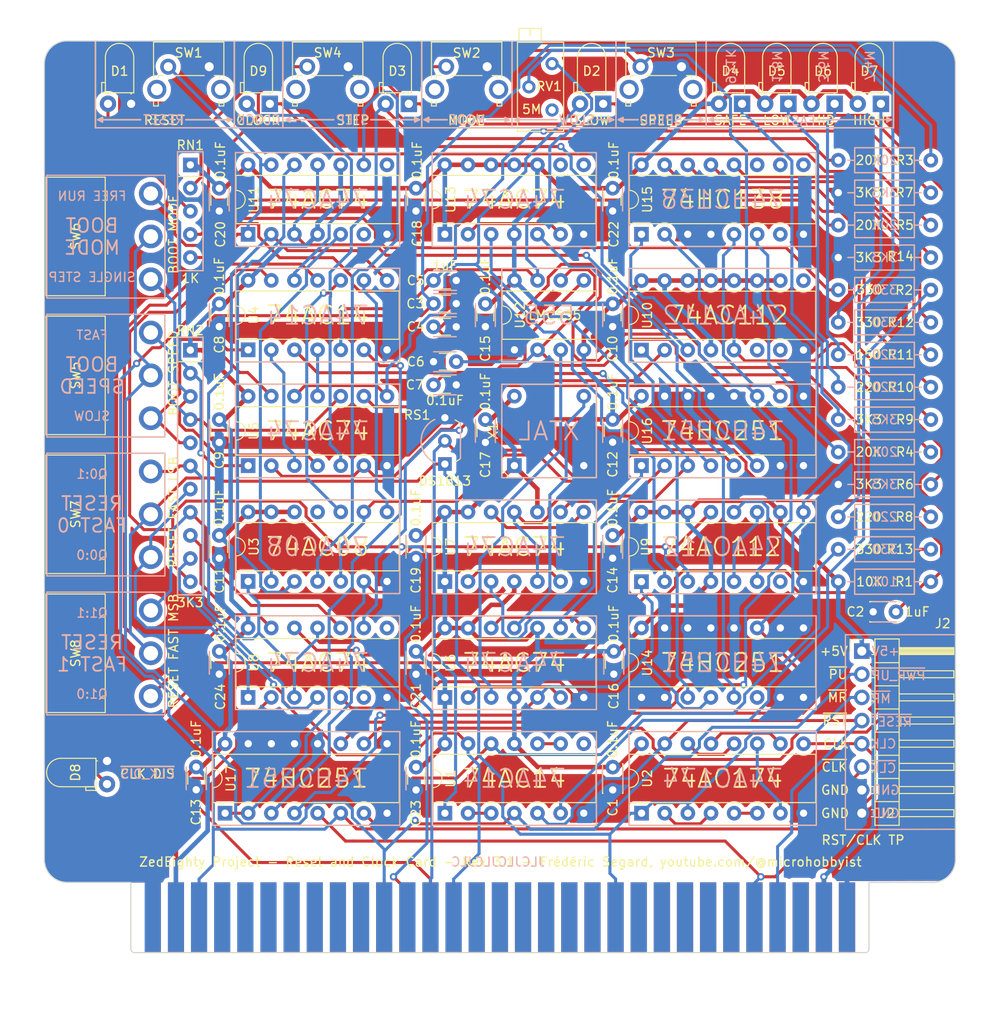
<source format=kicad_pcb>
(kicad_pcb (version 20221018) (generator pcbnew)
  (title_block (title "Clock card") (date "2022-10-23") (rev "1.1") (company "Frédéric Segard, aka Micro Hobbyist"))
  (layers (0 "F.Cu" signal) (31 "B.Cu" signal) (34 "B.Paste" user) (35 "F.Paste" user) (36 "B.SilkS" user "B.Silkscreen") (37 "F.SilkS" user "F.Silkscreen") (38 "B.Mask" user) (39 "F.Mask" user) (44 "Edge.Cuts" user))
  (net 0 "")
  (net 1 "+5V")
  (net 2 "GND")
  (net 3 "Net-(C5-Pad1)")
  (net 4 "Net-(RS1-VCC)")
  (net 5 "Net-(C3-Pad1)")
  (net 6 "Net-(C4-Pad1)")
  (net 7 "Net-(U12-THR)")
  (net 8 "Net-(U12-CV)")
  (net 9 "Net-(D1-A)")
  (net 10 "Net-(D2-K)")
  (net 11 "Net-(D2-A)")
  (net 12 "Net-(D3-K)")
  (net 13 "Net-(D3-A)")
  (net 14 "Net-(D4-K)")
  (net 15 "Net-(R2-Pad1)")
  (net 16 "/D0")
  (net 17 "/D1")
  (net 18 "/~{RESET}")
  (net 19 "/CLK")
  (net 20 "/~{MR}")
  (net 21 "/~{CLK_DIS}")
  (net 22 "/~{CLK_SEL}")
  (net 23 "/~{PWR_UP}")
  (net 24 "Net-(D5-K)")
  (net 25 "Net-(D6-K)")
  (net 27 "Net-(U1-Pad2)")
  (net 29 "Net-(D7-K)")
  (net 30 "Net-(D8-A)")
  (net 31 "Net-(D9-K)")
  (net 32 "Net-(D9-A)")
  (net 34 "/Clock/FAST")
  (net 35 "Net-(U3-Pad8)")
  (net 36 "Net-(U3-Pad10)")
  (net 48 "/Clock/Yout")
  (net 51 "/Clock/CLK1")
  (net 52 "Net-(U1-Pad10)")
  (net 53 "/Clock/CLK2")
  (net 56 "/~{CLK}")
  (net 57 "/Clock/CLK4")
  (net 65 "/Clock/STEP")
  (net 67 "/Clock/R10")
  (net 69 "/Clock/R13")
  (net 70 "/Clock/R9")
  (net 71 "/Clock/R12")
  (net 72 "/Clock/R20")
  (net 73 "/Clock/R24")
  (net 74 "/Clock/R25")
  (net 75 "/Clock/R21")
  (net 76 "/Clock/SLOW")
  (net 80 "/Clock/R3")
  (net 84 "/Clock/FAST{slash}~{SLOW}")
  (net 85 "/Clock/RUN")
  (net 86 "/Clock/STEP{slash}~{RUN}")
  (net 93 "/Clock/R5")
  (net 98 "/Clock/R7")
  (net 99 "Net-(R8-Pad1)")
  (net 102 "/Clock/R11")
  (net 103 "/Clock/Q0")
  (net 104 "/Clock/Q1")
  (net 105 "/Clock/CLK8")
  (net 109 "Net-(U15-O0)")
  (net 110 "Net-(U15-O1)")
  (net 111 "Net-(U15-O2)")
  (net 112 "Net-(U15-O3)")
  (net 113 "Net-(U17-~{OE})")
  (net 114 "Net-(U2-D1)")
  (net 115 "Net-(U2-D2)")
  (net 116 "Net-(U2-D3)")
  (net 117 "Net-(U2-D4)")
  (net 118 "Net-(U2-D5)")
  (net 119 "Net-(U11A-D)")
  (net 120 "Net-(U11A-Q)")
  (net 121 "Net-(U11B-D)")
  (net 122 "Net-(U11B-Q)")
  (net 123 "Net-(U5A-C)")
  (net 124 "Net-(U5B-C)")
  (net 125 "Net-(U10A-K)")
  (net 126 "Net-(U5B-Q)")
  (net 127 "Net-(U6A-D)")
  (net 128 "Net-(U12-Q)")
  (net 129 "Net-(U6B-D)")
  (net 130 "Net-(U6B-C)")
  (net 131 "Net-(U7A-D)")
  (net 132 "Net-(U7B-D)")
  (net 135 "Net-(U9A-Q)")
  (net 136 "Net-(U9A-~{Q})")
  (net 141 "Net-(U11A-C)")
  (net 144 "Net-(U13A-D)")
  (footprint "Resistor_THT:R_Axial_DIN0207_L6.3mm_D2.5mm_P10.16mm_Horizontal" (layer "F.Cu") (at 186.69 76.962 180)
    (fp_text reference "R12")
    (fp_text value "330")
  )
  (footprint "Package_DIP:DIP-14_W7.62mm_Socket" (layer "F.Cu") (at 111.755 67.3 90)
    (fp_text reference "U11")
    (fp_text value "74AC74")
  )
  (footprint "LED_THT:LED_D3.0mm_Horizontal_O1.27mm_Z2.0mm_Clear" (layer "F.Cu") (at 96.266 125.0696 -90)
    (fp_text reference "D8")
    (fp_text value "~{CLK DIS}")
  )
  (footprint "Package_DIP:DIP-16_W7.62mm_Socket" (layer "F.Cu") (at 154.93 67.3 90)
    (fp_text reference "U15")
    (fp_text value "74HC138")
  )
  (footprint "Capacitor_THT:C_Disc_D3.0mm_W1.6mm_P2.50mm" (layer "F.Cu") (at 151.892 113.05 -90)
    (fp_text reference "C16")
    (fp_text value "0.1uF")
  )
  (footprint "Resistor_THT:R_Axial_DIN0207_L6.3mm_D2.5mm_P10.16mm_Horizontal" (layer "F.Cu") (at 176.53 98.298)
    (fp_text reference "R8")
    (fp_text value "220")
  )
  (footprint "Capacitor_THT:C_Disc_D3.0mm_W1.6mm_P2.50mm" (layer "F.Cu") (at 130.185 113.06 -90)
    (fp_text reference "C21")
    (fp_text value "0.1uF")
  )
  (footprint "Capacitor_THT:C_Disc_D3.0mm_W2.0mm_P2.50mm" (layer "F.Cu") (at 182.86 108.712 180)
    (fp_text reference "C2")
    (fp_text value "1uF")
  )
  (footprint "Resistor_THT:R_Axial_DIN0207_L6.3mm_D2.5mm_P10.16mm_Horizontal" (layer "F.Cu") (at 186.69 59.182 180)
    (fp_text reference "R3")
    (fp_text value "20K")
  )
  (footprint "Resistor_THT:R_Axial_DIN0207_L6.3mm_D2.5mm_P10.16mm_Horizontal" (layer "F.Cu") (at 176.53 101.854)
    (fp_text reference "R13")
    (fp_text value "330")
  )
  (footprint "Button_Switch_THT:SW_Tactile_SPST_Angled_PTS645Vx58-2LFS" (layer "F.Cu") (at 154.823 48.9217)
    (fp_text reference "SW3")
    (fp_text value "SPEED")
  )
  (footprint "LED_THT:LED_D3.0mm_Horizontal_O1.27mm_Z2.0mm_Clear" (layer "F.Cu") (at 176.128 52.99 180)
    (fp_text reference "D6")
    (fp_text value "MID")
  )
  (footprint "Capacitor_THT:C_Disc_D3.0mm_W1.6mm_P2.50mm" (layer "F.Cu") (at 132.1 74.91)
    (fp_text reference "C3")
    (fp_text value "1uF")
  )
  (footprint "Package_DIP:DIP-14_W7.62mm_Socket" (layer "F.Cu") (at 111.76 92.68 90)
    (fp_text reference "U5")
    (fp_text value "74AC74")
  )
  (footprint "0_Library:Microswitch_4.7mm_spacing" (layer "F.Cu") (at 101.0686 98.0186 90)
    (fp_text reference "SW7")
    (fp_text value "RESET FAST LSB")
  )
  (footprint "Button_Switch_THT:SW_Tactile_SPST_Angled_PTS645Vx58-2LFS" (layer "F.Cu") (at 118.237 48.9217)
    (fp_text reference "SW4")
    (fp_text value "STEP")
  )
  (footprint "Package_DIP:DIP-14_W7.62mm_Socket" (layer "F.Cu") (at 111.76 105.38 90)
    (fp_text reference "U3")
    (fp_text value "74AC08")
  )
  (footprint "Resistor_THT:R_Axial_DIN0207_L6.3mm_D2.5mm_P10.16mm_Horizontal" (layer "F.Cu") (at 186.69 87.63 180)
    (fp_text reference "R9")
    (fp_text value "3K3")
  )
  (footprint "Capacitor_THT:C_Disc_D3.0mm_W1.6mm_P2.50mm" (layer "F.Cu") (at 108.585 87.63 -90)
    (fp_text reference "C9")
    (fp_text value "0.1uF")
  )
  (footprint "0_Library:BUS_XT_Proto" (layer "F.Cu") (at 139.39 138.39)
    (fp_text reference "J1" hide)
    (fp_text value "BUS 1")
    (fp_line (start -50 -2.5) (end -50 -89.8) (stroke (width 0.12)) (layer "Edge.Cuts"))
    (fp_line (start -47.5 -92.3) (end 47.5 -92.3) (stroke (width 0.12)) (layer "Edge.Cuts"))
    (fp_line (start -47.5 0) (end -40.51 0) (stroke (width 0.12)) (layer "Edge.Cuts"))
    (fp_line (start -40.51 7.3) (end -40.51 0) (stroke (width 0.12)) (layer "Edge.Cuts"))
    (fp_line (start -40.11 7.7) (end 40.11 7.7) (stroke (width 0.12)) (layer "Edge.Cuts"))
    (fp_line (start 40.51 7.3) (end 40.51 0) (stroke (width 0.12)) (layer "Edge.Cuts"))
    (fp_line (start 47.5 0) (end 40.51 0) (stroke (width 0.12)) (layer "Edge.Cuts"))
    (fp_line (start 50 -89.8) (end 50 -2.5) (stroke (width 0.12)) (layer "Edge.Cuts"))
    (fp_arc (start -50 -89.8) (mid -49.267767 -91.567767) (end -47.5 -92.3) (stroke (width 0.12)) (layer "Edge.Cuts"))
    (fp_arc (start -47.5 0) (mid -49.267767 -0.732233) (end -50 -2.5) (stroke (width 0.12)) (layer "Edge.Cuts"))
    (fp_arc (start -40.11 7.7) (mid -40.392843 7.582843) (end -40.51 7.3) (stroke (width 0.12)) (layer "Edge.Cuts"))
    (fp_arc (start 40.51 7.3) (mid 40.392843 7.582843) (end 40.11 7.7) (stroke (width 0.12)) (layer "Edge.Cuts"))
    (fp_arc (start 47.5 -92.3) (mid 49.267767 -91.567767) (end 50 -89.8) (stroke (width 0.12)) (layer "Edge.Cuts"))
    (fp_arc (start 50 -2.5) (mid 49.267767 -0.732233) (end 47.5 0) (stroke (width 0.12)) (layer "Edge.Cuts"))
  )
  (footprint "Capacitor_THT:C_Disc_D3.0mm_W1.6mm_P2.50mm" (layer "F.Cu") (at 132.1 72.37)
    (fp_text reference "C5")
    (fp_text value "1uF")
  )
  (footprint "Resistor_THT:R_Array_SIP5" (layer "F.Cu") (at 105.41 59.69 -90)
    (fp_text reference "RN1")
    (fp_text value "1K")
  )
  (footprint "Capacitor_THT:C_Disc_D3.0mm_W1.6mm_P2.50mm" (layer "F.Cu") (at 151.765 87.61 -90)
    (fp_text reference "C12")
    (fp_text value "0.1uF")
  )
  (footprint "0_Library:Microswitch_4.7mm_spacing" (layer "F.Cu") (at 101.0686 67.5386 90)
    (fp_text reference "SW6")
    (fp_text value "BOOT MODE")
  )
  (footprint "Package_DIP:DIP-16_W7.62mm_Socket" (layer "F.Cu") (at 154.94 130.8 90)
    (fp_text reference "U2")
    (fp_text value "74AC174")
  )
  (footprint "LED_THT:LED_D3.0mm_Horizontal_O1.27mm_Z2.0mm_Clear" (layer "F.Cu") (at 129.393 52.9913 180)
    (fp_text reference "D3")
    (fp_text value "STEP")
  )
  (footprint "Package_DIP:DIP-16_W7.62mm_Socket" (layer "F.Cu") (at 154.93 105.4 90)
    (fp_text reference "U9")
    (fp_text value "74AC112")
  )
  (footprint "Resistor_THT:R_Axial_DIN0207_L6.3mm_D2.5mm_P10.16mm_Horizontal" (layer "F.Cu") (at 186.69 94.742 180)
    (fp_text reference "R6")
    (fp_text value "3K3")
  )
  (footprint "Potentiometer_THT:Potentiometer_Bourns_3296Z_Horizontal" (layer "F.Cu") (at 145.1156 53.6682 -90)
    (fp_text reference "RV1")
    (fp_text value "5M")
  )
  (footprint "Capacitor_THT:C_Disc_D3.0mm_W1.6mm_P2.50mm" (layer "F.Cu") (at 151.765 62.25 -90)
    (fp_text reference "C22")
    (fp_text value "0.1uF")
  )
  (footprint "Capacitor_THT:C_Disc_D3.0mm_W1.6mm_P2.50mm" (layer "F.Cu") (at 137.795 87.63 -90)
    (fp_text reference "C17")
    (fp_text value "0.1uF")
  )
  (footprint "Capacitor_THT:C_Disc_D3.0mm_W1.6mm_P2.50mm" (layer "F.Cu") (at 108.585 74.93 -90)
    (fp_text reference "C8")
    (fp_text value "0.1uF")
  )
  (footprint "Resistor_THT:R_Axial_DIN0207_L6.3mm_D2.5mm_P10.16mm_Horizontal" (layer "F.Cu") (at 186.69 91.186 180)
    (fp_text reference "R4")
    (fp_text value "20K")
  )
  (footprint "Package_DIP:DIP-14_W7.62mm_Socket" (layer "F.Cu") (at 133.345 105.39 90)
    (fp_text reference "U7")
    (fp_text value "74AC74")
  )
  (footprint "LED_THT:LED_D3.0mm_Horizontal_O1.27mm_Z2.0mm_Clear" (layer "F.Cu") (at 114.142 52.9913 180)
    (fp_text reference "D9")
    (fp_text value "CLOCK")
  )
  (footprint "Package_DIP:DIP-16_W7.62mm_Socket" (layer "F.Cu") (at 154.93 80 90)
    (fp_text reference "U10")
    (fp_text value "74AC112")
  )
  (footprint "Connector_PinHeader_2.54mm:PinHeader_1x08_P2.54mm_Horizontal" (layer "F.Cu") (at 179.1146 113.0196)
    (fp_text reference "J2")
    (fp_text value "RST/CLK TP")
  )
  (footprint "Capacitor_THT:C_Disc_D3.0mm_W1.6mm_P2.50mm" (layer "F.Cu") (at 132.1 83.82)
    (fp_text reference "C7")
    (fp_text value "0.1uF")
  )
  (footprint "Button_Switch_THT:SW_Tactile_SPST_Angled_PTS645Vx58-2LFS" (layer "F.Cu") (at 133.488 48.9204)
    (fp_text reference "SW2")
    (fp_text value "MODE")
  )
  (footprint "Package_DIP:DIP-14_W7.62mm_Socket" (layer "F.Cu") (at 133.355 130.8 90)
    (fp_text reference "U1")
    (fp_text value "74AC14")
  )
  (footprint "Resistor_THT:R_Array_SIP11" (layer "F.Cu") (at 105.41 80.01 -90)
    (fp_text reference "RN2")
    (fp_text value "3K3")
  )
  (footprint "Resistor_THT:R_Axial_DIN0207_L6.3mm_D2.5mm_P10.16mm_Horizontal" (layer "F.Cu") (at 186.69 105.41 180)
    (fp_text reference "R1")
    (fp_text value "10K")
  )
  (footprint "Capacitor_THT:C_Disc_D3.0mm_W1.6mm_P2.50mm" (layer "F.Cu") (at 108.585 62.25 -90)
    (fp_text reference "C20")
    (fp_text value "0.1uF")
  )
  (footprint "Capacitor_THT:C_Disc_D3.0mm_W1.6mm_P2.50mm" (layer "F.Cu") (at 106.055 125.73 -90)
    (fp_text reference "C13")
    (fp_text value "0.1uF")
  )
  (footprint "Capacitor_THT:C_Disc_D3.0mm_W1.6mm_P2.50mm" (layer "F.Cu") (at 130.175 62.25 -90)
    (fp_text reference "C18")
    (fp_text value "0.1uF")
  )
  (footprint "Capacitor_THT:C_Disc_D3.0mm_W1.6mm_P2.50mm" (layer "F.Cu") (at 134.6 81.28 180)
    (fp_text reference "C6")
    (fp_text value "0.1uF")
  )
  (footprint "Capacitor_THT:C_Disc_D3.0mm_W1.6mm_P2.50mm" (layer "F.Cu") (at 132.1 77.45)
    (fp_text reference "C4")
    (fp_text value "1uF")
  )
  (footprint "Package_DIP:DIP-14_W7.62mm_Socket" (layer "F.Cu") (at 111.755 118.1 90)
    (fp_text reference "U8")
    (fp_text value "74AC74")
  )
  (footprint "0_Library:Microswitch_4.7mm_spacing" (layer "F.Cu") (at 101.0686 82.7786 90)
    (fp_text reference "SW5")
    (fp_text value "BOOT SPEED")
  )
  (footprint "Capacitor_THT:C_Disc_D3.0mm_W1.6mm_P2.50mm" (layer "F.Cu") (at 137.795 74.93 -90)
    (fp_text reference "C15")
    (fp_text value "0.1uF")
  )
  (footprint "Capacitor_THT:C_Disc_D3.0mm_W1.6mm_P2.50mm" (layer "F.Cu") (at 130.175 100.33 -90)
    (fp_text reference "C19")
    (fp_text value "0.1uF")
  )
  (footprint "0_Library:Microswitch_4.7mm_spacing" (layer "F.Cu") (at 101.0686 113.2586 90)
    (fp_text reference "SW8")
    (fp_text value "RESET FAST MSB")
  )
  (footprint "Package_DIP:DIP-16_W7.62mm_Socket" (layer "F.Cu") (at 154.93 92.68 90)
    (fp_text reference "U16")
    (fp_text value "74HC251")
  )
  (footprint "Button_Switch_THT:SW_Tactile_SPST_Angled_PTS645Vx58-2LFS" (layer "F.Cu") (at 102.9826 48.9217)
    (fp_text reference "SW1")
    (fp_text value "RESET")
  )
  (footprint "Capacitor_THT:C_Disc_D3.0mm_W1.6mm_P2.50mm" (layer "F.Cu") (at 130.185 125.75 -90)
    (fp_text reference "C23")
    (fp_text value "0.1uF")
  )
  (footprint "Package_TO_SOT_THT:TO-92L_Inline_Wide" (layer "F.Cu") (at 133.35 92.505 90)
    (fp_text reference "RS1")
    (fp_text value "DS1813")
  )
  (footprint "0_Library:DIP-8-4_W7.62mm_Oscillator_Socket" (layer "F.Cu") (at 140.98 92.68 90)
    (fp_text reference "X1")
    (fp_text value "14.7456MHz")
  )
  (footprint "Resistor_THT:R_Axial_DIN0207_L6.3mm_D2.5mm_P10.16mm_Horizontal" (layer "F.Cu") (at 186.69 66.294 180)
    (fp_text reference "R5")
    (fp_text value "20K")
  )
  (footprint "Package_DIP:DIP-16_W7.62mm_Socket" (layer "F.Cu") (at 109.225 130.8 90)
    (fp_text reference "U17")
    (fp_text value "74HC251")
  )
  (footprint "LED_THT:LED_D3.0mm_Horizontal_O1.27mm_Z2.0mm_Clear" (layer "F.Cu") (at 165.968 52.99 180)
    (fp_text reference "D4")
    (fp_text value "SAFE")
  )
  (footprint "LED_THT:LED_D3.0mm_Horizontal_O1.27mm_Z2.0mm_Clear" (layer "F.Cu") (at 171.048 52.99 180)
    (fp_text reference "D5")
    (fp_text value "LOW")
  )
  (footprint "Package_DIP:DIP-14_W7.62mm_Socket" (layer "F.Cu") (at 133.345 67.3 90)
    (fp_text reference "U13")
    (fp_text value "74AC74")
  )
  (footprint "Resistor_THT:R_Axial_DIN0207_L6.3mm_D2.5mm_P10.16mm_Horizontal" (layer "F.Cu") (at 186.69 69.85 180)
    (fp_text reference "R14")
    (fp_text value "3K3")
  )
  (footprint "LED_THT:LED_D3.0mm_Horizontal_O1.27mm_Z2.0mm_Clear" (layer "F.Cu") (at 181.208 52.99 180)
    (fp_text reference "D7")
    (fp_text value "HIGH")
  )
  (footprint "Package_DIP:DIP-14_W7.62mm_Socket" (layer "F.Cu") (at 111.76 79.98 90)
    (fp_text reference "U4")
    (fp_text value "74AC14")
  )
  (footprint "Package_DIP:DIP-8_W7.62mm_Socket" (layer "F.Cu") (at 140.985 79.98 90)
    (fp_text reference "U12")
    (fp_text value "LMC555")
  )
  (footprint "Capacitor_THT:C_Disc_D3.0mm_W2.0mm_P2.50mm" (layer "F.Cu") (at 151.775 125.75 -90)
    (fp_text reference "C1")
    (fp_text value "0.1uF")
  )
  (footprint "Resistor_THT:R_Axial_DIN0207_L6.3mm_D2.5mm_P10.16mm_Horizontal" (layer "F.Cu") (at 186.69 62.738 180)
    (fp_text reference "R7")
    (fp_text value "3K3")
  )
  (footprint "Package_DIP:DIP-14_W7.62mm_Socket" (layer "F.Cu") (at 133.355 118.11 90)
    (fp_text reference "U6")
    (fp_text value "74AC74")
  )
  (footprint "Capacitor_THT:C_Disc_D3.0mm_W1.6mm_P2.50mm" (layer "F.Cu") (at 151.765 100.33 -90)
    (fp_text reference "C14")
    (fp_text value "0.1uF")
  )
  (footprint "Resistor_THT:R_Axial_DIN0207_L6.3mm_D2.5mm_P10.16mm_Horizontal" (layer "F.Cu") (at 186.69 84.074 180)
    (fp_text reference "R10")
    (fp_text value "220")
  )
  (footprint "Capacitor_THT:C_Disc_D3.0mm_W1.6mm_P2.50mm" (layer "F.Cu") (at 151.765 74.93 -90)
    (fp_text reference "C10")
    (fp_text value "0.1uF")
  )
  (footprint "Package_DIP:DIP-16_W7.62mm_Socket" (layer "F.Cu") (at 154.93 118.1 90)
    (fp_text reference "U14")
    (fp_text value "74HC251")
  )
  (footprint "Capacitor_THT:C_Disc_D3.0mm_W1.6mm_P2.50mm" (layer "F.Cu") (at 108.585 113.05 -90)
    (fp_text reference "C24")
    (fp_text value "0.1uF")
  )
  (footprint "Capacitor_THT:C_Disc_D3.0mm_W1.6mm_P2.50mm" (layer "F.Cu") (at 108.585 100.33 -90)
    (fp_text reference "C11")
    (fp_text value "0.1uF")
  )
  (footprint "LED_THT:LED_D3.0mm_Horizontal_O1.27mm_Z2.0mm_Clear" (layer "F.Cu") (at 98.913 52.99 180)
    (fp_text reference "D1")
    (fp_text value "RESET")
  )
  (footprint "Resistor_THT:R_Axial_DIN0207_L6.3mm_D2.5mm_P10.16mm_Horizontal" (layer "F.Cu") (at 186.69 73.406 180)
    (fp_text reference "R2")
    (fp_text value "330")
  )
  (footprint "LED_THT:LED_D3.0mm_Horizontal_O1.27mm_Z2.0mm_Clear" (layer "F.Cu") (at 150.728 52.99 180)
    (fp_text reference "D2")
    (fp_text value "SLOW")
  )
  (footprint "Resistor_THT:R_Axial_DIN0207_L6.3mm_D2.5mm_P10.16mm_Horizontal" (layer "F.Cu") (at 186.69 80.518 180)
    (fp_text reference "R11")
    (fp_text value "150")
  )
  (gr_line (start 152.125 55.626) (end 162.031 55.626) (stroke (width 0.15)) (layer "B.SilkS"))
  (gr_line (start 89.662 60.833) (end 102.616 60.833) (stroke (width 0.15)) (layer "B.SilkS"))
  (gr_line (start 131.2926 125.7554) (end 131.2926 128.2446) (stroke (width 0.15)) (layer "B.SilkS"))
  (gr_rect (start 178.3334 72.0344) (end 184.8866 74.7776) (stroke (width 0.15)) (fill none) (layer "B.SilkS"))
  (gr_line (start 131.064 54.737) (end 131.572 54.483) (stroke (width 0.15)) (layer "B.SilkS"))
  (gr_line (start 136.7028 77.4446) (end 136.7028 74.93) (stroke (width 0.15)) (layer "B.SilkS"))
  (gr_line (start 129.0828 100.33) (end 129.0828 102.8192) (stroke (width 0.15)) (layer "B.SilkS"))
  (gr_line (start 145.669 54.737) (end 140.97 54.737) (stroke (width 0.15)) (layer "B.SilkS"))
  (gr_line (start 130.048 54.991) (end 130.556 54.737) (stroke (width 0.15)) (layer "B.SilkS"))
  (gr_line (start 89.662 89.535) (end 89.662 76.073) (stroke (width 0.15)) (layer "B.SilkS"))
  (gr_line (start 109.982 54.737) (end 109.474 54.483) (stroke (width 0.15)) (layer "B.SilkS"))
  (gr_line (start 110.236 55.626) (end 115.57 55.626) (stroke (width 0.15)) (layer "B.SilkS"))
  (gr_line (start 109.982 54.737) (end 109.474 54.864) (stroke (width 0.15)) (layer "B.SilkS"))
  (gr_line (start 184.8866 94.742) (end 185.6232 94.742) (stroke (width 0.15)) (layer "B.SilkS"))
  (gr_line (start 150.6728 74.93) (end 150.6728 77.4192) (stroke (width 0.15)) (layer "B.SilkS"))
  (gr_line (start 131.2926 113.0554) (end 131.2926 115.57) (stroke (width 0.15)) (layer "B.SilkS"))
  (gr_line (start 162.031 55.626) (end 162.031 46.2) (stroke (width 0.15)) (layer "B.SilkS"))
  (gr_line (start 180.3654 107.5944) (end 182.8546 107.5944) (stroke (width 0.15)) (layer "B.SilkS"))
  (gr_line (start 184.8866 105.41) (end 185.6232 105.41) (stroke (width 0.15)) (layer "B.SilkS"))
  (gr_line (start 102.616 104.775) (end 89.662 104.775) (stroke (width 0.15)) (layer "B.SilkS"))
  (gr_line (start 146.918 55.626) (end 146.791 55.626) (stroke (width 0.15)) (layer "B.SilkS"))
  (gr_rect (start 131.953 96.4438) (end 149.987 106.7308) (stroke (width 0.15)) (fill none) (layer "B.SilkS"))
  (gr_line (start 107.4928 64.7446) (end 107.4928 62.2554) (stroke (width 0.15)) (layer "B.SilkS"))
  (gr_line (start 178.3334 94.742) (end 177.5968 94.742) (stroke (width 0.15)) (layer "B.SilkS"))
  (gr_line (start 140.97 54.737) (end 141.478 54.483) (stroke (width 0.15)) (layer "B.SilkS"))
  (gr_line (start 134.62 73.4568) (end 132.1054 73.4568) (stroke (width 0.15)) (layer "B.SilkS"))
  (gr_line (start 131.064 54.737) (end 131.572 54.864) (stroke (width 0.15)) (layer "B.SilkS"))
  (gr_line (start 152.9842 115.5446) (end 152.9842 113.0554) (stroke (width 0.15)) (layer "B.SilkS"))
  (gr_line (start 102.616 106.553) (end 102.616 120.015) (stroke (width 0.15)) (layer "B.SilkS"))
  (gr_rect (start 153.5684 121.8438) (end 174.117 132.1308) (stroke (width 0.15)) (fill none) (layer "B.SilkS"))
  (gr_line (start 107.4928 113.0554) (end 107.4928 115.5446) (stroke (width 0.15)) (layer "B.SilkS"))
  (gr_line (start 151.892 54.737) (end 151.384 54.483) (stroke (width 0.15)) (layer "B.SilkS"))
  (gr_line (start 89.662 104.775) (end 89.662 91.313) (stroke (width 0.15)) (layer "B.SilkS"))
  (gr_line (start 162.814 54.991) (end 162.306 54.737) (stroke (width 0.15)) (layer "B.SilkS"))
  (gr_line (start 115.824 54.737) (end 116.332 54.864) (stroke (width 0.15)) (layer "B.SilkS"))
  (gr_line (start 95.758 54.991) (end 95.25 54.737) (stroke (width 0.15)) (layer "B.SilkS"))
  (gr_line (start 184.8866 73.406) (end 185.6232 73.406) (stroke (width 0.15)) (layer "B.SilkS"))
  (gr_line (start 149.987 54.737) (end 151.892 54.737) (stroke (width 0.15)) (layer "B.SilkS"))
  (gr_line (start 178.3334 66.294) (end 177.5968 66.294) (stroke (width 0.15)) (layer "B.SilkS"))
  (gr_line (start 129.0828 62.2554) (end 129.0828 64.7446) (stroke (width 0.15)) (layer "B.SilkS"))
  (gr_line (start 131.2672 102.8192) (end 131.2672 100.33) (stroke (width 0.15)) (layer "B.SilkS"))
  (gr_line (start 150.6474 128.2446) (end 150.6474 125.7554) (stroke (width 0.15)) (layer "B.SilkS"))
  (gr_line (start 137.922 54.737) (end 140.462 54.737) (stroke (width 0.15)) (layer "B.SilkS"))
  (gr_line (start 95.25 54.737) (end 95.758 54.61) (stroke (width 0.15)) (layer "B.SilkS"))
  (gr_rect (start 131.9784 109.1692) (end 149.987 119.4308) (stroke (width 0.15)) (fill none) (layer "B.SilkS"))
  (gr_line (start 102.616 120.015) (end 89.662 120.015) (stroke (width 0.15)) (layer "B.SilkS"))
  (gr_line (start 150.6728 62.2554) (end 150.6728 64.7446) (stroke (width 0.15)) (layer "B.SilkS"))
  (gr_line (start 162.306 54.737) (end 162.814 54.864) (stroke (width 0.15)) (layer "B.SilkS"))
  (gr_line (start 152.908 54.483) (end 152.908 54.991) (stroke (width 0.15)) (layer "B.SilkS"))
  (gr_line (start 140.97 54.737) (end 141.478 54.61) (stroke (width 0.15)) (layer "B.SilkS"))
  (gr_rect (start 139.5984 83.7438) (end 149.987 94.0054) (stroke (width 0.15)) (fill none) (layer "B.SilkS"))
  (gr_line (start 131.572 54.991) (end 131.064 54.737) (stroke (width 0.15)) (layer "B.SilkS"))
  (gr_line (start 139.954 54.483) (end 139.954 54.991) (stroke (width 0.15)) (layer "B.SilkS"))
  (gr_line (start 130.81 55.626) (end 130.81 46.2) (stroke (width 0.15)) (layer "B.SilkS"))
  (gr_line (start 184.8866 80.518) (end 185.6232 80.518) (stroke (width 0.15)) (layer "B.SilkS"))
  (gr_rect (start 178.3334 93.3704) (end 184.8866 96.1136) (stroke (width 0.15)) (fill none) (layer "B.SilkS"))
  (gr_line (start 107.4928 90.1192) (end 107.4928 87.63) (stroke (width 0.15)) (layer "B.SilkS"))
  (gr_line (start 152.8572 102.8446) (end 152.8572 100.33) (stroke (width 0.15)) (layer "B.SilkS"))
  (gr_line (start 162.306 54.737) (end 162.814 54.483) (stroke (width 0.15)) (layer "B.SilkS"))
  (gr_line (start 131.2672 64.7446) (end 131.2672 62.2554) (stroke (width 0.15)) (layer "B.SilkS"))
  (gr_line (start 161.798 54.737) (end 161.29 54.864) (stroke (width 0.15)) (layer "B.SilkS"))
  (gr_line (start 130.556 54.737) (end 130.048 54.864) (stroke (width 0.15)) (layer "B.SilkS"))
  (gr_line (start 178.3334 105.41) (end 177.5968 105.41) (stroke (width 0.15)) (layer "B.SilkS"))
  (gr_line (start 150.6728 100.33) (end 150.6728 102.8192) (stroke (width 0.15)) (layer "B.SilkS"))
  (gr_line (start 182.372 54.737) (end 181.864 54.864) (stroke (width 0.15)) (layer "B.SilkS"))
  (gr_line (start 125.222 54.737) (end 130.556 54.737) (stroke (width 0.15)) (layer "B.SilkS"))
  (gr_line (start 95.758 54.483) (end 95.758 54.991) (stroke (width 0.15)) (layer "B.SilkS"))
  (gr_line (start 150.6728 87.6046) (end 150.6728 90.1192) (stroke (width 0.15)) (layer "B.SilkS"))
  (gr_line (start 138.8872 90.1446) (end 138.8872 87.63) (stroke (width 0.15)) (layer "B.SilkS"))
  (gr_rect (start 153.543 83.7438) (end 174.0916 94.0054) (stroke (width 0.15)) (fill none) (layer "B.SilkS"))
  (gr_rect (start 178.3334 89.8144) (end 184.8866 92.5576) (stroke (width 0.15)) (fill none) (layer "B.SilkS"))
  (gr_line (start 102.616 60.833) (end 102.616 74.295) (stroke (width 0.15)) (layer "B.SilkS"))
  (gr_line (start 140.716 55.626) (end 140.716 46.2) (stroke (width 0.15)) (layer "B.SilkS"))
  (gr_line (start 116.332 54.483) (end 116.332 54.991) (stroke (width 0.15)) (layer "B.SilkS"))
  (gr_line (start 102.616 74.295) (end 89.662 74.295) (stroke (width 0.15)) (layer "B.SilkS"))
  (gr_rect (start 139.5984 71.0438) (end 149.987 81.3054) (stroke (width 0.15)) (fill none) (layer "B.SilkS"))
  (gr_rect (start 131.9784 121.8438) (end 149.987 132.1308) (stroke (width 0.15)) (fill none) (layer "B.SilkS"))
  (gr_line (start 140.462 54.737) (end 139.954 54.864) (stroke (width 0.15)) (layer "B.SilkS"))
  (gr_line (start 178.3334 62.738) (end 177.5968 62.738) (stroke (width 0.15)) (layer "B.SilkS"))
  (gr_line (start 181.864 54.991) (end 182.372 54.737) (stroke (width 0.15)) (layer "B.SilkS"))
  (gr_line (start 132.1054 82.7278) (end 134.5946 82.7278) (stroke (width 0.15)) (layer "B.SilkS"))
  (gr_line (start 89.662 91.313) (end 102.616 91.313) (stroke (width 0.15)) (layer "B.SilkS"))
  (gr_line (start 184.8866 59.182) (end 185.6232 59.182) (stroke (width 0.15)) (layer "B.SilkS"))
  (gr_line (start 178.3334 91.186) (end 177.5968 91.186) (stroke (width 0.15)) (layer "B.SilkS"))
  (gr_line (start 133.604 54.737) (end 131.064 54.737) (stroke (width 0.15)) (layer "B.SilkS"))
  (gr_line (start 178.3334 59.182) (end 177.5968 59.182) (stroke (width 0.15)) (layer "B.SilkS"))
  (gr_rect (start 178.3334 96.9264) (end 184.8866 99.6696) (stroke (width 0.15)) (fill none) (layer "B.SilkS"))
  (gr_rect (start 110.363 109.1438) (end 128.3716 119.4308) (stroke (width 0.15)) (fill none) (layer "B.SilkS"))
  (gr_line (start 151.892 54.737) (end 151.384 54.864) (stroke (width 0.15)) (layer "B.SilkS"))
  (gr_line (start 141.478 54.483) (end 141.478 54.991) (stroke (width 0.15)) (layer "B.SilkS"))
  (gr_rect (start 110.363 83.7438) (end 128.397 94.0054) (stroke (width 0.15)) (fill none) (layer "B.SilkS"))
  (gr_line (start 178.3334 98.298) (end 177.5968 98.298) (stroke (width 0.15)) (layer "B.SilkS"))
  (gr_line (start 134.5946 82.3722) (end 132.1054 82.3722) (stroke (width 0.15)) (layer "B.SilkS"))
  (gr_line (start 102.616 76.073) (end 102.616 89.535) (stroke (width 0.15)) (layer "B.SilkS"))
  (gr_line (start 152.4 54.737) (end 152.908 54.483) (stroke (width 0.15)) (layer "B.SilkS"))
  (gr_line (start 140.462 54.737) (end 139.954 54.61) (stroke (width 0.15)) (layer "B.SilkS"))
  (gr_line (start 161.798 54.737) (end 161.29 54.483) (stroke (width 0.15)) (layer "B.SilkS"))
  (gr_line (start 182.372 54.737) (end 181.864 54.61) (stroke (width 0.15)) (layer "B.SilkS"))
  (gr_line (start 182.372 54.737) (end 181.864 54.483) (stroke (width 0.15)) (layer "B.SilkS"))
  (gr_line (start 129.0828 115.57) (end 129.0828 113.0554) (stroke (width 0.15)) (layer "B.SilkS"))
  (gr_line (start 109.474 54.991) (end 109.982 54.737) (stroke (width 0.15)) (layer "B.SilkS"))
  (gr_line (start 95.25 54.737) (end 95.758 54.483) (stroke (width 0.15)) (layer "B.SilkS"))
  (gr_line (start 170.307 54.737) (end 162.306 54.737) (stroke (width 0.15)) (layer "B.SilkS"))
  (gr_line (start 115.824 54.737) (end 116.332 54.61) (stroke (width 0.15)) (layer "B.SilkS"))
  (gr_line (start 178.3334 76.962) (end 177.5968 76.962) (stroke (width 0.15)) (layer "B.SilkS"))
  (gr_line (start 141.478 54.991) (end 140.97 54.737) (stroke (width 0.15)) (layer "B.SilkS"))
  (gr_rect (start 178.3334 100.4824) (end 184.8866 103.2256) (stroke (width 0.15)) (fill none) (layer "B.SilkS"))
  (gr_line (start 161.29 54.483) (end 161.29 54.991) (stroke (width 0.15)) (layer "B.SilkS"))
  (gr_line (start 151.384 54.991) (end 151.892 54.737) (stroke (width 0.15)) (layer "B.SilkS"))
  (gr_line (start 182.605 55.626) (end 182.605 46.2) (stroke (width 0.15)) (layer "B.SilkS"))
  (gr_line (start 174.244 54.737) (end 182.372 54.737) (stroke (width 0.15)) (layer "B.SilkS"))
  (gr_line (start 184.8866 76.962) (end 185.6232 76.962) (stroke (width 0.15)) (layer "B.SilkS"))
  (gr_line (start 162.814 54.483) (end 162.814 54.991) (stroke (width 0.15)) (layer "B.SilkS"))
  (gr_line (start 184.8866 69.85) (end 185.6232 69.85) (stroke (width 0.15)) (layer "B.SilkS"))
  (gr_line (start 135.0518 91.9226) (end 135.0518 87.998395) (stroke (width 0.15)) (layer "B.SilkS"))
  (gr_rect (start 178.3334 64.9224) (end 184.8866 67.6656) (stroke (width 0.15)) (fill none) (layer "B.SilkS"))
  (gr_line (start 104.9528 125.73) (end 104.9528 128.2192) (stroke (width 0.15)) (layer "B.SilkS"))
  (gr_line (start 89.662 120.015) (end 89.662 106.553) (stroke (width 0.15)) (layer "B.SilkS"))
  (gr_line (start 109.6772 102.8192) (end 109.6772 100.33) (stroke (width 0.15)) (layer "B.SilkS"))
  (gr_line (start 152.8572 64.7446) (end 152.8572 62.2554) (stroke (width 0.15)) (layer "B.SilkS"))
  (gr_rect (start 110.363 58.3438) (end 128.397 68.6308) (stroke (width 0.15)) (fill none) (layer "B.SilkS"))
  (gr_line (start 121.158 54.737) (end 115.824 54.737) (stroke (width 0.15)) (layer "B.SilkS"))
  (gr_line (start 177.3174 132.588) (end 177.3174 111.2266) (stroke (width 0.15)) (layer "B.SilkS"))
  (gr_line (start 130.048 54.483) (end 130.048 54.991) (stroke (width 0.15)) (layer "B.SilkS"))
  (gr_line (start 136.7028 87.63) (end 136.7028 90.1192) (stroke (width 0.15)) (layer "B.SilkS"))
  (gr_line (start 178.3334 101.854) (end 177.5968 101.854) (stroke (width 0.15)) (layer "B.SilkS"))
  (gr_line (start 184.8866 91.186) (end 185.6232 91.186) (stroke (width 0.15)) (layer "B.SilkS"))
  (gr_line (start 132.1054 76.3524) (end 134.5946 76.3524) (stroke (width 0.15)) (layer "B.SilkS"))
  (gr_line (start 140.462 54.737) (end 139.954 54.483) (stroke (width 0.15)) (layer "B.SilkS"))
  (gr_line (start 178.3334 84.074) (end 177.5968 84.074) (stroke (width 0.15)) (layer "B.SilkS"))
  (gr_line (start 189.2808 132.5626) (end 177.3174 132.588) (stroke (width 0.15)) (layer "B.SilkS"))
  (gr_line (start 154.559 54.737) (end 152.4 54.737) (stroke (width 0.15)) (layer "B.SilkS"))
  (gr_line (start 184.8866 66.294) (end 185.6232 66.294) (stroke (width 0.15)) (layer "B.SilkS"))
  (gr_line (start 116.332 54.991) (end 115.824 54.737) (stroke (width 0.15)) (layer "B.SilkS"))
  (gr_rect (start 178.3334 82.7024) (end 184.8866 85.4456) (stroke (width 0.15)) (fill none) (layer "B.SilkS"))
  (gr_rect (start 153.543 71.0438) (end 174.0916 81.3308) (stroke (width 0.15)) (fill none) (layer "B.SilkS"))
  (gr_line (start 131.064 54.737) (end 131.572 54.61) (stroke (width 0.15)) (layer "B.SilkS"))
  (gr_line (start 130.556 54.737) (end 130.048 54.61) (stroke (width 0.15)) (layer "B.SilkS"))
  (gr_line (start 152.4 54.737) (end 152.908 54.61) (stroke (width 0.15)) (layer "B.SilkS"))
  (gr_line (start 184.8866 98.298) (end 185.6232 98.298) (stroke (width 0.15)) (layer "B.SilkS"))
  (gr_line (start 152.908 54.991) (end 152.4 54.737) (stroke (width 0.15)) (layer "B.SilkS"))
  (gr_line (start 177.3174 111.2266) (end 189.2554 111.2266) (stroke (width 0.15)) (layer "B.SilkS"))
  (gr_line (start 129.0828 128.2446) (end 129.0828 125.7554) (stroke (width 0.15)) (layer "B.SilkS"))
  (gr_rect (start 104.013 78.5876) (end 106.807 106.8578) (stroke (width 0.15)) (fill none) (layer "B.SilkS"))
  (gr_line (start 109.6772 115.5446) (end 109.6772 113.0554) (stroke (width 0.15)) (layer "B.SilkS"))
  (gr_line (start 180.3654 109.8296) (end 182.88 109.8296) (stroke (width 0.15)) (layer "B.SilkS"))
  (gr_rect (start 104.013 58.2422) (end 106.807 71.2978) (stroke (width 0.15)) (fill none) (layer "B.SilkS"))
  (gr_rect (start 178.3334 61.3664) (end 184.8866 64.1096) (stroke (width 0.15)) (fill none) (layer "B.SilkS"))
  (gr_line (start 131.572 54.483) (end 131.572 54.991) (stroke (width 0.15)) (layer "B.SilkS"))
  (gr_rect (start 153.543 58.3438) (end 174.0916 68.6308) (stroke (width 0.15)) (fill none) (layer "B.SilkS"))
  (gr_line (start 139.954 54.991) (end 140.462 54.737) (stroke (width 0.15)) (layer "B.SilkS"))
  (gr_line (start 107.1626 128.2192) (end 107.1626 125.73) (stroke (width 0.15)) (layer "B.SilkS"))
  (gr_line (start 150.7998 115.5446) (end 150.7998 113.0554) (stroke (width 0.15)) (layer "B.SilkS"))
  (gr_rect (start 178.3334 104.0384) (end 184.8866 106.7816) (stroke (width 0.15)) (fill none) (layer "B.SilkS"))
  (gr_arc (start 132.207 92.329) (mid 130.73997 89.9795) (end 132.207 87.63) (stroke (width 0.15)) (layer "B.SilkS"))
  (gr_line (start 109.6772 62.2554) (end 109.6772 64.7446) (stroke (width 0.15)) (layer "B.SilkS"))
  (gr_line (start 152.8826 128.2446) (end 152.8826 125.7554) (stroke (width 0.15)) (layer "B.SilkS"))
  (gr_line (start 151.384 54.483) (end 151.384 54.991) (stroke (width 0.15)) (layer "B.SilkS"))
  (gr_line (start 89.662 106.553) (end 102.616 106.553) (stroke (width 0.15)) (layer "B.SilkS"))
  (gr_line (start 181.864 54.483) (end 181.864 54.991) (stroke (width 0.15)) (layer "B.SilkS"))
  (gr_line (start 140.716 55.626) (end 152.125 55.626) (stroke (width 0.15)) (layer "B.SilkS"))
  (gr_rect (start 110.3884 71.0438) (end 128.397 81.3054) (stroke (width 0.15)) (fill none) (layer "B.SilkS"))
  (gr_line (start 159.639 54.737) (end 161.798 54.737) (stroke (width 0.15)) (layer "B.SilkS"))
  (gr_line (start 134.5946 78.5368) (end 132.1054 78.5368) (stroke (width 0.15)) (layer "B.SilkS"))
  (gr_line (start 162.031 55.626) (end 182.605 55.626) (stroke (width 0.15)) (layer "B.SilkS"))
  (gr_line (start 162.306 54.737) (end 162.814 54.61) (stroke (width 0.15)) (layer "B.SilkS"))
  (gr_line (start 130.556 54.737) (end 130.048 54.483) (stroke (width 0.15)) (layer "B.SilkS"))
  (gr_line (start 161.29 54.991) (end 161.798 54.737) (stroke (width 0.15)) (layer "B.SilkS"))
  (gr_line (start 89.662 76.073) (end 102.616 76.073) (stroke (width 0.15)) (layer "B.SilkS"))
  (gr_line (start 109.6772 74.93) (end 109.6772 77.4192) (stroke (width 0.15)) (layer "B.SilkS"))
  (gr_line (start 89.662 74.295) (end 89.662 60.833) (stroke (width 0.15)) (layer "B.SilkS"))
  (gr_rect (start 110.363 96.4438) (end 128.397 106.7054) (stroke (width 0.15)) (fill none) (layer "B.SilkS"))
  (gr_line (start 132.1054 71.2724) (end 134.5946 71.2724) (stroke (width 0.15)) (layer "B.SilkS"))
  (gr_rect (start 153.543 96.4692) (end 174.0916 106.7308) (stroke (width 0.15)) (fill none) (layer "B.SilkS"))
  (gr_line (start 151.892 54.737) (end 151.384 54.61) (stroke (width 0.15)) (layer "B.SilkS"))
  (gr_line (start 178.3334 69.85) (end 177.5968 69.85) (stroke (width 0.15)) (layer "B.SilkS"))
  (gr_rect (start 131.953 58.3438) (end 149.9616 68.6308) (stroke (width 0.15)) (fill none) (layer "B.SilkS"))
  (gr_line (start 152.125 55.626) (end 152.125 46.2) (stroke (width 0.15)) (layer "B.SilkS"))
  (gr_rect (start 178.3334 57.8104) (end 184.8866 60.5536) (stroke (width 0.15)) (fill none) (layer "B.SilkS"))
  (gr_line (start 184.8866 62.738) (end 185.6232 62.738) (stroke (width 0.15)) (layer "B.SilkS"))
  (gr_line (start 178.3334 73.406) (end 177.5968 73.406) (stroke (width 0.15)) (layer "B.SilkS"))
  (gr_line (start 102.616 91.313) (end 102.616 104.775) (stroke (width 0.15)) (layer "B.SilkS"))
  (gr_line (start 132.1054 73.8124) (end 134.62 73.8124) (stroke (width 0.15)) (layer "B.SilkS"))
  (gr_line (start 107.4928 77.4192) (end 107.4928 74.93) (stroke (width 0.15)) (layer "B.SilkS"))
  (gr_line (start 184.8866 101.854) (end 185.6232 101.854) (stroke (width 0.15)) (layer "B.SilkS"))
  (gr_line (start 140.97 54.737) (end 141.478 54.864) (stroke (width 0.15)) (layer "B.SilkS"))
  (gr_line (start 152.8572 77.4446) (end 152.8572 74.93) (stroke (width 0.15)) (layer "B.SilkS"))
  (gr_rect (start 178.3334 68.4784) (end 184.8866 71.2216) (stroke (width 0.15)) (fill none) (layer "B.SilkS"))
  (gr_line (start 161.798 54.737) (end 161.29 54.61) (stroke (width 0.15)) (layer "B.SilkS"))
  (gr_rect (start 107.8484 121.8438) (end 128.397 132.1308) (stroke (width 0.15)) (fill none) (layer "B.SilkS"))
  (gr_line (start 184.912 87.63) (end 185.6232 87.63) (stroke (width 0.15)) (layer "B.SilkS"))
  (gr_line (start 109.982 54.737) (end 109.474 54.61) (stroke (width 0.15)) (layer "B.SilkS"))
  (gr_line (start 184.8866 84.074) (end 185.6232 84.074) (stroke (width 0.15)) (layer "B.SilkS"))
  (gr_rect (start 178.3334 86.2584) (end 184.8866 89.0016) (stroke (width 0.15)) (fill none) (layer "B.SilkS"))
  (gr_line (start 115.824 54.737) (end 116.332 54.483) (stroke (width 0.15)) (layer "B.SilkS"))
  (gr_rect (start 178.3334 79.1464) (end 184.8866 81.8896) (stroke (width 0.15)) (fill none) (layer "B.SilkS"))
  (gr_line (start 95.25 54.737) (end 95.758 54.864) (stroke (width 0.15)) (layer "B.SilkS"))
  (gr_line (start 152.8572 90.1192) (end 152.8572 87.6046) (stroke (width 0.15)) (layer "B.SilkS"))
  (gr_line (start 138.8872 74.93) (end 138.8872 77.4192) (stroke (width 0.15)) (layer "B.SilkS"))
  (gr_line (start 178.3334 80.518) (end 177.5968 80.518) (stroke (width 0.15)) (layer "B.SilkS"))
  (gr_rect (start 178.3334 75.5904) (end 184.8866 78.3336) (stroke (width 0.15)) (fill none) (layer "B.SilkS"))
  (gr_line (start 107.4928 100.33) (end 107.4928 102.8192) (stroke (width 0.15)) (layer "B.SilkS"))
  (gr_line (start 132.1054 80.1878) (end 134.5946 80.1878) (stroke (width 0.15)) (layer "B.SilkS"))
  (gr_line (start 94.996 46.2) (end 94.996 55.626) (stroke (width 0.15)) (layer "B.SilkS"))
  (gr_line (start 178.3334 87.63) (end 177.5968 87.63) (stroke (width 0.15)) (layer "B.SilkS"))
  (gr_rect (start 153.543 109.1438) (end 174.0916 119.4308) (stroke (width 0.15)) (fill none) (layer "B.SilkS"))
  (gr_line (start 134.62 75.9968) (end 132.1054 75.9968) (stroke (width 0.15)) (layer "B.SilkS"))
  (gr_line (start 109.6772 87.63) (end 109.6772 90.1446) (stroke (width 0.15)) (layer "B.SilkS"))
  (gr_line (start 130.81 55.626) (end 140.716 55.626) (stroke (width 0.15)) (layer "B.SilkS"))
  (gr_line (start 152.4 54.737) (end 152.908 54.864) (stroke (width 0.15)) (layer "B.SilkS"))
  (gr_line (start 94.996 55.626) (end 110.236 55.626) (stroke (width 0.15)) (layer "B.SilkS"))
  (gr_line (start 109.474 54.483) (end 109.474 54.991) (stroke (width 0.15)) (layer "B.SilkS"))
  (gr_line (start 110.236 55.626) (end 110.236 46.2) (stroke (width 0.15)) (layer "B.SilkS"))
  (gr_line (start 115.57 55.626) (end 130.81 55.626) (stroke (width 0.15)) (layer "B.SilkS"))
  (gr_line (start 134.5946 84.9122) (end 132.1054 84.9122) (stroke (width 0.15)) (layer "B.SilkS"))
  (gr_line (start 115.57 55.626) (end 115.57 46.2) (stroke (width 0.15)) (layer "B.SilkS"))
  (gr_line (start 102.616 89.535) (end 89.662 89.535) (stroke (width 0.15)) (layer "B.SilkS"))
  (gr_line (start 104.902 54.737) (end 109.982 54.737) (stroke (width 0.15)) (layer "B.SilkS"))
  (gr_line (start 99.949 54.737) (end 95.25 54.737) (stroke (width 0.15)) (layer "B.SilkS"))
  (gr_line (start 152.125 55.626) (end 162.031 55.626) (stroke (width 0.15)) (layer "F.SilkS"))
  (gr_line (start 152.908 54.991) (end 152.4 54.737) (stroke (width 0.15)) (layer "F.SilkS"))
  (gr_line (start 131.064 54.737) (end 131.572 54.483) (stroke (width 0.15)) (layer "F.SilkS"))
  (gr_line (start 95.25 54.737) (end 95.758 54.483) (stroke (width 0.15)) (layer "F.SilkS"))
  (gr_line (start 131.572 54.991) (end 131.064 54.737) (stroke (width 0.15)) (layer "F.SilkS"))
  (gr_line (start 152.4 54.737) (end 152.908 54.864) (stroke (width 0.15)) (layer "F.SilkS"))
  (gr_line (start 140.462 54.737) (end 139.954 54.483) (stroke (width 0.15)) (layer "F.SilkS"))
  (gr_line (start 162.031 55.626) (end 162.031 46.2) (stroke (width 0.15)) (layer "F.SilkS"))
  (gr_line (start 130.048 54.991) (end 130.556 54.737) (stroke (width 0.15)) (layer "F.SilkS"))
  (gr_line (start 95.25 54.737) (end 95.758 54.991) (stroke (width 0.15)) (layer "F.SilkS"))
  (gr_line (start 161.798 54.737) (end 161.29 54.61) (stroke (width 0.15)) (layer "F.SilkS"))
  (gr_line (start 104.902 54.737) (end 109.982 54.737) (stroke (width 0.15)) (layer "F.SilkS"))
  (gr_line (start 95.758 54.864) (end 95.25 54.737) (stroke (width 0.15)) (layer "F.SilkS"))
  (gr_line (start 130.556 54.737) (end 130.048 54.483) (stroke (width 0.15)) (layer "F.SilkS"))
  (gr_line (start 125.222 54.737) (end 130.556 54.737) (stroke (width 0.15)) (layer "F.SilkS"))
  (gr_line (start 130.556 54.737) (end 130.048 54.61) (stroke (width 0.15)) (layer "F.SilkS"))
  (gr_line (start 116.332 54.483) (end 115.824 54.737) (stroke (width 0.15)) (layer "F.SilkS"))
  (gr_line (start 182.605 55.626) (end 182.605 46.2) (stroke (width 0.15)) (layer "F.SilkS"))
  (gr_line (start 115.824 54.737) (end 116.332 54.61) (stroke (width 0.15)) (layer "F.SilkS"))
  (gr_line (start 115.824 54.737) (end 116.332 54.864) (stroke (width 0.15)) (layer "F.SilkS"))
  (gr_line (start 109.982 54.737) (end 109.474 54.483) (stroke (width 0.15)) (layer "F.SilkS"))
  (gr_line (start 115.57 55.626) (end 130.81 55.626) (stroke (width 0.15)) (layer "F.SilkS"))
  (gr_line (start 131.064 54.737) (end 131.572 54.864) (stroke (width 0.15)) (layer "F.SilkS"))
  (gr_line (start 94.996 55.626) (end 94.996 46.2) (stroke (width 0.15)) (layer "F.SilkS"))
  (gr_line (start 133.604 54.737) (end 131.064 54.737) (stroke (width 0.15)) (layer "F.SilkS"))
  (gr_line (start 137.922 54.737) (end 140.462 54.737) (stroke (width 0.15)) (layer "F.SilkS"))
  (gr_line (start 146.4056 55.626) (end 152.125 55.626) (stroke (width 0.15)) (layer "F.SilkS"))
  (gr_line (start 95.758 54.991) (end 95.758 54.483) (stroke (width 0.15)) (layer "F.SilkS"))
  (gr_line (start 162.031 55.626) (end 182.605 55.626) (stroke (width 0.15)) (layer "F.SilkS"))
  (gr_line (start 130.556 54.737) (end 130.048 54.864) (stroke (width 0.15)) (layer "F.SilkS"))
  (gr_line (start 115.824 54.737) (end 116.332 54.991) (stroke (width 0.15)) (layer "F.SilkS"))
  (gr_line (start 95.25 54.737) (end 95.758 54.61) (stroke (width 0.15)) (layer "F.SilkS"))
  (gr_line (start 152.4 54.737) (end 152.908 54.483) (stroke (width 0.15)) (layer "F.SilkS"))
  (gr_line (start 139.954 54.864) (end 140.462 54.737) (stroke (width 0.15)) (layer "F.SilkS"))
  (gr_line (start 161.798 54.737) (end 161.29 54.864) (stroke (width 0.15)) (layer "F.SilkS"))
  (gr_line (start 110.236 46.2) (end 110.236 55.626) (stroke (width 0.15)) (layer "F.SilkS"))
  (gr_line (start 110.236 55.626) (end 115.57 55.626) (stroke (width 0.15)) (layer "F.SilkS"))
  (gr_line (start 131.572 54.483) (end 131.572 54.991) (stroke (width 0.15)) (layer "F.SilkS"))
  (gr_line (start 131.064 54.737) (end 131.572 54.61) (stroke (width 0.15)) (layer "F.SilkS"))
  (gr_line (start 130.81 55.626) (end 130.81 46.2) (stroke (width 0.15)) (layer "F.SilkS"))
  (gr_line (start 130.048 54.483) (end 130.048 54.991) (stroke (width 0.15)) (layer "F.SilkS"))
  (gr_line (start 154.559 54.737) (end 152.4 54.737) (stroke (width 0.15)) (layer "F.SilkS"))
  (gr_line (start 116.332 54.991) (end 116.332 54.483) (stroke (width 0.15)) (layer "F.SilkS"))
  (gr_line (start 152.908 54.483) (end 152.908 54.991) (stroke (width 0.15)) (layer "F.SilkS"))
  (gr_line (start 139.954 54.483) (end 139.954 54.991) (stroke (width 0.15)) (layer "F.SilkS"))
  (gr_line (start 140.716 55.626) (end 140.716 46.2) (stroke (width 0.15)) (layer "F.SilkS"))
  (gr_line (start 109.9185 54.737) (end 109.474 54.61) (stroke (width 0.15)) (layer "F.SilkS"))
  (gr_line (start 116.332 54.61) (end 115.824 54.737) (stroke (width 0.15)) (layer "F.SilkS"))
  (gr_line (start 109.474 54.991) (end 109.982 54.737) (stroke (width 0.15)) (layer "F.SilkS"))
  (gr_line (start 152.4 54.737) (end 152.908 54.61) (stroke (width 0.15)) (layer "F.SilkS"))
  (gr_line (start 161.29 54.991) (end 161.798 54.737) (stroke (width 0.15)) (layer "F.SilkS"))
  (gr_line (start 152.125 55.626) (end 152.125 46.2) (stroke (width 0.15)) (layer "F.SilkS"))
  (gr_line (start 109.474 54.864) (end 109.982 54.737) (stroke (width 0.15)) (layer "F.SilkS"))
  (gr_line (start 130.81 55.626) (end 140.716 55.626) (stroke (width 0.15)) (layer "F.SilkS"))
  (gr_line (start 109.474 54.483) (end 109.474 54.991) (stroke (width 0.15)) (layer "F.SilkS"))
  (gr_line (start 121.158 54.737) (end 115.824 54.737) (stroke (width 0.15)) (layer "F.SilkS"))
  (gr_line (start 140.462 54.737) (end 139.954 54.61) (stroke (width 0.15)) (layer "F.SilkS"))
  (gr_line (start 130.048 54.61) (end 130.556 54.737) (stroke (width 0.15)) (layer "F.SilkS"))
  (gr_line (start 161.29 54.483) (end 161.29 54.991) (stroke (width 0.15)) (layer "F.SilkS"))
  (gr_line (start 159.639 54.737) (end 161.798 54.737) (stroke (width 0.15)) (layer "F.SilkS"))
  (gr_line (start 95.25 54.737) (end 99.949 54.737) (stroke (width 0.15)) (layer "F.SilkS"))
  (gr_line (start 110.236 55.626) (end 94.996 55.626) (stroke (width 0.15)) (layer "F.SilkS"))
  (gr_line (start 139.954 54.991) (end 140.462 54.737) (stroke (width 0.15)) (layer "F.SilkS"))
  (gr_line (start 161.798 54.737) (end 161.29 54.483) (stroke (width 0.15)) (layer "F.SilkS"))
  (gr_line (start 95.758 54.61) (end 95.25 54.737) (stroke (width 0.15)) (layer "F.SilkS"))
  (gr_line (start 115.57 55.626) (end 115.57 46.2) (stroke (width 0.15)) (layer "F.SilkS"))
  (gr_text "~{PWR_UP}" (at 183.134 115.697) (layer "B.SilkS") (effects (font (size 1 1)) (justify mirror)))
  (gr_text "Q0:0" (at 94.615 102.489) (layer "B.SilkS") (effects (font (size 1 1)) (justify mirror)))
  (gr_text "~{MR}" (at 181.229 118.237) (layer "B.SilkS") (effects (font (size 1 1)) (justify mirror)))
  (gr_text "Q0:1" (at 94.615 93.599) (layer "B.SilkS") (effects (font (size 1 1)) (justify mirror)))
  (gr_text "SPEED" (at 157.078 54.737) (layer "B.SilkS") (effects (font (size 1 1)) (justify mirror)))
  (gr_text "330" (at 181.61 101.854) (layer "B.SilkS") (effects (font (size 1 1)) (justify mirror)))
  (gr_text "74AC14" (at 119.38 76.2) (layer "B.SilkS") (effects (font (size 2 2) (thickness 0.2)) (justify mirror)))
  (gr_text "74HC251" (at 163.83 88.9) (layer "B.SilkS") (effects (font (size 2 2) (thickness 0.2)) (justify mirror)))
  (gr_text "FAST" (at 94.615 78.359) (layer "B.SilkS") (effects (font (size 1 1)) (justify mirror)))
  (gr_text "74AC112" (at 163.83 76.2) (layer "B.SilkS") (effects (font (size 2 2) (thickness 0.2)) (justify mirror)))
  (gr_text "20K" (at 181.61 59.182) (layer "B.SilkS") (effects (font (size 1 1)) (justify mirror)))
  (gr_text "74HC251" (at 118.11 127) (layer "B.SilkS") (effects (font (size 2 2) (thickness 0.2)) (justify mirror)))
  (gr_text "FREE RUN" (at 94.615 63.119) (layer "B.SilkS") (effects (font (size 1 1)) (justify mirror)))
  (gr_text "RESET\nFAST 1" (at 94.615 113.284) (layer "B.SilkS") (effects (font (size 1.5 1.5) (thickness 0.2)) (justify mirror)))
  (gr_text "74AC08" (at 119.38 101.6) (layer "B.SilkS") (effects (font (size 2 2) (thickness 0.2)) (justify mirror)))
  (gr_text "555" (at 144.78 76.1746) (layer "B.SilkS") (effects (font (size 2 2) (thickness 0.2)) (justify mirror)))
  (gr_text "7.4M" (at 179.938 48.895 270) (layer "B.SilkS") (effects (font (size 1 1)) (justify mirror)))
  (gr_text "3K3" (at 181.61 87.63) (layer "B.SilkS") (effects (font (size 1 1)) (justify mirror)))
  (gr_text "74AC74" (at 119.38 88.9) (layer "B.SilkS") (effects (font (size 2 2) (thickness 0.2)) (justify mirror)))
  (gr_text "CLK" (at 181.483 123.19) (layer "B.SilkS") (effects (font (size 1 1)) (justify mirror)))
  (gr_text "~{RESET}" (at 182.372 120.777) (layer "B.SilkS") (effects (font (size 1 1)) (justify mirror)))
  (gr_text "CLOCK" (at 112.903 54.737) (layer "B.SilkS") (effects (font (size 1 1)) (justify mirror)))
  (gr_text "20K" (at 181.61 91.186) (layer "B.SilkS") (effects (font (size 1 1)) (justify mirror)))
  (gr_text "220" (at 181.61 80.518) (layer "B.SilkS") (effects (font (size 1 1)) (justify mirror)))
  (gr_text "330" (at 181.61 76.962) (layer "B.SilkS") (effects (font (size 1 1)) (justify mirror)))
  (gr_text "SLOW" (at 147.828 54.7624) (layer "B.SilkS") (effects (font (size 1 1)) (justify mirror)))
  (gr_text "74AC74" (at 140.97 114.3) (layer "B.SilkS") (effects (font (size 2 2) (thickness 0.2)) (justify mirror)))
  (gr_text "Q1:0" (at 94.615 117.729) (layer "B.SilkS") (effects (font (size 1 1)) (justify mirror)))
  (gr_text "3K3" (at 181.61 94.742) (layer "B.SilkS") (effects (font (size 1 1)) (justify mirror)))
  (gr_text "MODE" (at 135.763 54.737) (layer "B.SilkS") (effects (font (size 1 1)) (justify mirror)))
  (gr_text "3K3" (at 181.61 69.85) (layer "B.SilkS") (effects (font (size 1 1)) (justify mirror)))
  (gr_text "20K" (at 181.61 66.294) (layer "B.SilkS") (effects (font (size 1 1)) (justify mirror)))
  (gr_text "FAST" (at 172.318 54.864) (layer "B.SilkS") (effects (font (size 1 1)) (justify mirror)))
  (gr_text "74AC174" (at 163.83 127) (layer "B.SilkS") (effects (font (size 2 2) (thickness 0.2)) (justify mirror)))
  (gr_text "74AC112" (at 163.83 101.6) (layer "B.SilkS") (effects (font (size 2 2) (thickness 0.2)) (justify mirror)))
  (gr_text "74HC138" (at 163.83 63.5) (layer "B.SilkS") (effects (font (size 2 2) (thickness 0.2)) (justify mirror)))
  (gr_text "330" (at 181.61 73.406) (layer "B.SilkS") (effects (font (size 1 1)) (justify mirror)))
  (gr_text "GND" (at 181.737 130.81) (layer "B.SilkS") (effects (font (size 1 1)) (justify mirror)))
  (gr_text "BOOT\nMODE" (at 94.615 67.564) (layer "B.SilkS") (effects (font (size 1.5 1.5) (thickness 0.2)) (justify mirror)))
  (gr_text "XTAL" (at 144.78 88.9) (layer "B.SilkS") (effects (font (size 2 2) (thickness 0.2)) (justify mirror)))
  (gr_text "RESET\nFAST 0" (at 94.615 98.044) (layer "B.SilkS") (effects (font (size 1.5 1.5) (thickness 0.2)) (justify mirror)))
  (gr_text "RESET" (at 102.489 54.737) (layer "B.SilkS") (effects (font (size 1 1)) (justify mirror)))
  (gr_text "STEP" (at 123.19 54.737) (layer "B.SilkS") (effects (font (size 1 1)) (justify mirror)))
  (gr_text "10K" (at 181.61 105.41) (layer "B.SilkS") (effects (font (size 1 1)) (justify mirror)))
  (gr_text "74HC251" (at 163.83 114.3) (layer "B.SilkS") (effects (font (size 2 2) (thickness 0.2)) (justify mirror)))
  (gr_text "3K3" (at 181.61 62.738) (layer "B.SilkS") (effects (font (size 1 1)) (justify mirror)))
  (gr_text "+5V" (at 181.737 113.03) (layer "B.SilkS") (effects (font (size 1 1)) (justify mirror)))
  (gr_text "BOOT\nSPEED" (at 94.615 82.804) (layer "B.SilkS") (effects (font (size 1.5 1.5) (thickness 0.2)) (justify mirror)))
  (gr_text "JLCJLCJLCJLC" (at 139.192 136.144) (layer "B.SilkS") (effects (font (size 1 1)) (justify mirror)))
  (gr_text "74AC74" (at 140.97 63.5) (layer "B.SilkS") (effects (font (size 2 2) (thickness 0.2)) (justify mirror)))
  (gr_text "220" (at 181.61 84.074) (layer "B.SilkS") (effects (font (size 1 1)) (justify mirror)))
  (gr_text "74AC14" (at 140.97 127) (layer "B.SilkS") (effects (font (size 2 2) (thickness 0.2)) (justify mirror)))
  (gr_text "~{CLK_DIS}" (at 100.711 126.492) (layer "B.SilkS") (effects (font (size 1 1)) (justify mirror)))
  (gr_text "74AC74" (at 119.38 114.3) (layer "B.SilkS") (effects (font (size 2 2) (thickness 0.2)) (justify mirror)))
  (gr_text "Q1:1" (at 94.615 108.839) (layer "B.SilkS") (effects (font (size 1 1)) (justify mirror)))
  (gr_text "220" (at 181.61 98.298) (layer "B.SilkS") (effects (font (size 1 1)) (justify mirror)))
  (gr_text "74AC74" (at 140.97 101.6) (layer "B.SilkS") (effects (font (size 2 2) (thickness 0.2)) (justify mirror)))
  (gr_text "~{CLK}" (at 181.483 125.857) (layer "B.SilkS") (effects (font (size 1 1)) (justify mirror)))
  (gr_text "1.8M" (at 169.778 48.895 270) (layer "B.SilkS") (effects (font (size 1 1)) (justify mirror)))
  (gr_text "3.6M" (at 174.858 48.895 270) (layer "B.SilkS") (effects (font (size 1 1)) (justify mirror)))
  (gr_text "SLOW" (at 94.615 87.249) (layer "B.SilkS") (effects (font (size 1 1)) (justify mirror)))
  (gr_text "GND" (at 181.737 128.27) (layer "B.SilkS") (effects (font (size 1 1)) (justify mirror)))
  (gr_text "74AC74" (at 119.38 63.5) (layer "B.SilkS") (effects (font (size 2 2) (thickness 0.2)) (justify mirror)))
  (gr_text "SINGLE STEP" (at 94.615 72.009) (layer "B.SilkS") (effects (font (size 1 1)) (justify mirror)))
  (gr_text "921K" (at 164.698 48.895 270) (layer "B.SilkS") (effects (font (size 1 1)) (justify mirror)))
  (gr_text "~{MR}" (at 177.6222 118.11) (layer "F.SilkS") (effects (font (size 1 1)) (justify right)))
  (gr_text "~{CLK}" (at 177.6222 125.73) (layer "F.SilkS") (effects (font (size 1 1)) (justify right)))
  (gr_text "+5V" (at 177.673 113.03) (layer "F.SilkS") (effects (font (size 1 1)) (justify right)))
  (gr_text "~{RST}" (at 177.6222 120.65) (layer "F.SilkS") (effects (font (size 1 1)) (justify right)))
  (gr_text "GND" (at 177.8 128.27) (layer "F.SilkS") (effects (font (size 1 1)) (justify right)))
  (gr_text "GND" (at 177.8 130.81) (layer "F.SilkS") (effects (font (size 1 1)) (justify right)))
  (gr_text "~{PU}" (at 177.6222 115.58) (layer "F.SilkS") (effects (font (size 1 1)) (justify right)))
  (gr_text "ZedEighty Project - Reset and Clock Card - Rev 3.1 - Frédéric Segard, youtube.com/@microhobbyist" (at 139.446 136.144) (layer "F.SilkS") (effects (font (size 1 1))))
  (gr_text "CLK" (at 177.8 123.19) (layer "F.SilkS") (effects (font (size 1 1)) (justify right)))
  (segment (start 121.915 59.68) (end 121.915 62.235) (width 0.5) (layer "F.Cu") (net 1))
  (segment (start 139.3875 86.6525) (end 140.345 87.61) (width 0.5) (layer "F.Cu") (net 1))
  (segment locked (start 152.38 100.33) (end 154.93 97.78) (width 0.5) (layer "F.Cu") (net 1))
  (segment locked (start 130.185 125.75) (end 130.785 125.75) (width 0.5) (layer "F.Cu") (net 1))
  (segment locked (start 108.585 100.33) (end 109.19 100.33) (width 0.5) (layer "F.Cu") (net 1))
  (segment (start 140.975 123.18) (end 143.545 125.75) (width 0.5) (layer "F.Cu") (net 1))
  (segment locked (start 130.175 62.25) (end 130.775 62.25) (width 0.5) (layer "F.Cu") (net 1))
  (segment (start 162.55 105.4) (end 159.9187 108.0313) (width 0.5) (layer "F.Cu") (net 1))
  (segment (start 167.63 72.38) (end 170.17 72.38) (width 0.5) (layer "F.Cu") (net 1))
  (segment locked (start 151.892 113.05) (end 152.36 113.05) (width 0.5) (layer "F.Cu") (net 1))
  (segment locked (start 109.19 87.63) (end 111.76 85.06) (width 0.5) (layer "F.Cu") (net 1))
  (segment locked (start 151.765 74.93) (end 152.38 74.93) (width 0.5) (layer "F.Cu") (net 1))
  (segment (start 174.95 142.2) (end 174.95 137.9397) (width 0.5) (layer "F.Cu") (net 1))
  (segment (start 140.345 87.61) (end 151.765 87.61) (width 0.5) (layer "F.Cu") (net 1))
  (segment (start 177.3176 51.6396) (end 174.9384 51.6396) (width 0.5) (layer "F.Cu") (net 1))
  (segment (start 114.3 97.76) (end 111.76 97.76) (width 0.5) (layer "F.Cu") (net 1))
  (segment (start 105.41 80.01) (end 106.71 80.01) (width 0.5) (layer "F.Cu") (net 1))
  (segment (start 164.7784 51.6396) (end 167.1576 51.6396) (width 0.5) (layer "F.Cu") (net 1))
  (segment (start 152.36 62.25) (end 154.93 59.68) (width 0.5) (layer "F.Cu") (net 1))
  (segment locked (start 109.185 113.05) (end 111.755 110.48) (width 0.5) (layer "F.Cu") (net 1))
  (segment locked (start 152.38 87.61) (end 154.93 85.06) (width 0.5) (layer "F.Cu") (net 1))
  (segment (start 152.37 125.75) (end 154.94 123.18) (width 0.5) (layer "F.Cu") (net 1))
  (segment (start 151.765 62.25) (end 152.36 62.25) (width 0.5) (layer "F.Cu") (net 1))
  (segment (start 106.675 125.73) (end 109.225 123.18) (width 0.5) (layer "F.Cu") (net 1))
  (segment locked (start 137.795 74.93) (end 138.415 74.93) (width 0.5) (layer "F.Cu") (net 1))
  (segment locked (start 138.41 87.63) (end 140.98 85.06) (width 0.5) (layer "F.Cu") (net 1))
  (segment (start 160.01 72.38) (end 157.47 72.38) (width 0.5) (layer "F.Cu") (net 1))
  (segment (start 152.36 113.05) (end 154.93 110.48) (width 0.5) (layer "F.Cu") (net 1))
  (segment (start 140.975 92.68) (end 140.98 92.68) (width 0.5) (layer "F.Cu") (net 1))
  (segment locked (start 130.785 113.06) (end 133.355 110.49) (width 0.5) (layer "F.Cu") (net 1))
  (segment locked (start 130.175 100.33) (end 130.785 100.33) (width 0.5) (layer "F.Cu") (net 1))
  (segment (start 105.957 125.73) (end 103.83 127.857) (width 0.5) (layer "F.Cu") (net 1))
  (segment (start 135.885 97.77) (end 140.975 92.68) (width 0.5) (layer "F.Cu") (net 1))
  (segment locked (start 109.19 74.93) (end 111.76 72.36) (width 0.5) (layer "F.Cu") (net 1))
  (segment (start 139.573 107.95) (end 140.965 106.558) (width 0.5) (layer "F.Cu") (net 1))
  (segment (start 130.175 62.25) (end 130.475 62.25) (width 0.5) (layer "F.Cu") (net 1))
  (segment locked (start 108.585 62.25) (end 109.185 62.25) (width 0.5) (layer "F.Cu") (net 1))
  (segment locked (start 130.185 113.06) (end 130.785 113.06) (width 0.5) (layer "F.Cu") (net 1))
  (segment locked (start 130.775 62.25) (end 133.345 59.68) (width 0.5) (layer "F.Cu") (net 1))
  (segment (start 170.17 97.78) (end 168.9196 96.5296) (width 0.5) (layer "F.Cu") (net 1))
  (segment (start 160.01 97.78) (end 161.2604 96.5296) (width 0.5) (layer "F.Cu") (net 1))
  (segment (start 174.95 137.9397) (end 174.95 137.775) (width 0.5) (layer "F.Cu") (net 1))
  (segment (start 103.83 142.2) (end 103.83 137.9397) (width 0.5) (layer "F.Cu") (net 1))
  (segment locked (start 151.765 87.61) (end 152.38 87.61) (width 0.5) (layer "F.Cu") (net 1))
  (segment (start 138.425 59.68) (end 140.965 59.68) (width 0.5) (layer "F.Cu") (net 1))
  (segment (start 140.965 106.558) (end 140.965 105.39) (width 0.5) (layer "F.Cu") (net 1))
  (segment locked (start 138.415 74.93) (end 140.985 72.36) (width 0.5) (layer "F.Cu") (net 1))
  (segment (start 151.765 74.93) (end 152.38 74.93) (width 0.5) (layer "F.Cu") (net 1))
  (segment (start 106.055 125.73) (end 105.957 125.73) (width 0.5) (layer "F.Cu") (net 1))
  (segment (start 106.055 125.73) (end 106.675 125.73) (width 0.5) (layer "F.Cu") (net 1))
  (segment (start 133.355 110.49) (end 134.6053 110.49) (width 0.5) (layer "F.Cu") (net 1))
  (segment locked (start 108.585 74.93) (end 109.19 74.93) (width 0.5) (layer "F.Cu") (net 1))
  (segment locked (start 108.585 87.63) (end 109.19 87.63) (width 0.5) (layer "F.Cu") (net 1))
  (segment (start 178.668 52.99) (end 177.3176 51.6396) (width 0.5) (layer "F.Cu") (net 1))
  (segment (start 148.605 78.09) (end 151.765 74.93) (width 0.5) (layer "F.Cu") (net 1))
  (segment locked (start 106.675 125.73) (end 109.225 123.18) (width 0.5) (layer "F.Cu") (net 1))
  (segment (start 174.9384 51.6396) (end 173.588 52.99) (width 0.5) (layer "F.Cu") (net 1))
  (segment (start 173.588 52.99) (end 172.2376 51.6396) (width 0.5) (layer "F.Cu") (net 1))
  (segment (start 135.895 110.49) (end 137.1454 111.7404) (width 0.5) (layer "F.Cu") (net 1))
  (segment (start 151.775 125.75) (end 152.37 125.75) (width 0.5) (layer "F.Cu") (net 1))
  (segment locked (start 152.38 74.93) (end 154.93 72.38) (width 0.5) (layer "F.Cu") (net 1))
  (segment (start 143.51 95.25) (end 143.505 95.255) (width 0.5) (layer "F.Cu") (net 1))
  (segment (start 165.09 72.38) (end 167.63 72.38) (width 0.5) (layer "F.Cu") (net 1))
  (segment (start 163.428 52.99) (end 164.7784 51.6396) (width 0.5) (layer "F.Cu") (net 1))
  (segment (start 135.2699 110.49) (end 134.6053 110.49) (width 0.5) (layer "F.Cu") (net 1))
  (segment (start 157.47 97.78) (end 154.93 97.78) (width 0.5) (layer "F.Cu") (net 1))
  (segment (start 130.185 113.06) (end 130.785 113.06) (width 0.5) (layer "F.Cu") (net 1))
  (segment (start 160.01 97.78) (end 158.7597 97.78) (width 0.5) (layer "F.Cu") (net 1))
  (segment (start 137.795 87.63) (end 138.41 87.63) (width 0.5) (layer "F.Cu") (net 1))
  (segment (start 130.185 125.75) (end 130.785 125.75) (width 0.5) (layer "F.Cu") (net 1))
  (segment (start 130.175 62.25) (end 121.9 62.25) (width 0.5) (layer "F.Cu") (net 1))
  (segment (start 152.38 100.33) (end 154.93 97.78) (width 0.5) (layer "F.Cu") (net 1))
  (segment (start 140.98 92.72) (end 143.51 95.25) (width 0.5) (layer "F.Cu") (net 1))
  (segment (start 116.84 97.76) (end 114.3 97.76) (width 0.5) (layer "F.Cu") (net 1))
  (segment locked (start 108.585 113.05) (end 109.185 113.05) (width 0.5) (layer "F.Cu") (net 1))
  (segment (start 162.55 72.38) (end 165.09 72.38) (width 0.5) (layer "F.Cu") (net 1))
  (segment (start 109.185 113.05) (end 111.755 110.48) (width 0.5) (layer "F.Cu") (net 1))
  (segment (start 140.965 59.68) (end 143.505 59.68) (width 0.5) (layer "F.Cu") (net 1))
  (segment (start 108.585 100.33) (end 109.19 100.33) (width 0.5) (layer "F.Cu") (net 1))
  (segment locked (start 106.055 125.73) (end 106.675 125.73) (width 0.5) (layer "F.Cu") (net 1))
  (segment (start 159.9187 108.0313) (end 157.3787 108.0313) (width 0.5) (layer "F.Cu") (net 1))
  (segment (start 170.17 99.05) (end 176.53 105.41) (width 0.5) (layer "F.Cu") (net 1))
  (segment (start 130.785 125.75) (end 133.355 123.18) (width 0.5) (layer "F.Cu") (net 1))
  (segment (start 169.8584 51.6396) (end 168.508 52.99) (width 0.5) (layer "F.Cu") (net 1))
  (segment (start 108.585 62.25) (end 109.185 62.25) (width 0.5) (layer "F.Cu") (net 1))
  (segment (start 143.515 110.49) (end 142.2646 111.7404) (width 0.5) (layer "F.Cu") (net 1))
  (segment (start 148.605 79.98) (end 148.605 78.09) (width 0.5) (layer "F.Cu") (net 1))
  (segment (start 135.895 110.49) (end 138.435 107.95) (width 0.5) (layer "F.Cu") (net 1))
  (segment locked (start 109.185 62.25) (end 111.755 59.68) (width 0.5) (layer "F.Cu") (net 1))
  (segment (start 146.075 62.25) (end 151.765 62.25) (width 0.5) (layer "F.Cu") (net 1))
  (segment locked (start 109.19 100.33) (end 111.76 97.76) (width 0.5) (layer "F.Cu") (net 1))
  (segment (start 160.01 72.38) (end 162.55 72.38) (width 0.5) (layer "F.Cu") (net 1))
  (segment (start 108.585 113.05) (end 109.185 113.05) (width 0.5) (layer "F.Cu") (net 1))
  (segment (start 106.71 80.01) (end 111.76 85.06) (width 0.5) (layer "F.Cu") (net 1))
  (segment locked (start 130.785 125.75) (end 133.355 123.18) (width 0.5) (layer "F.Cu") (net 1))
  (segment (start 121.915 62.235) (end 121.9 62.25) (width 0.5) (layer "F.Cu") (net 1))
  (segment (start 151.765 100.33) (end 152.38 100.33) (width 0.5) (layer "F.Cu") (net 1))
  (segment (start 121.9 62.25) (end 114.325 62.25) (width 0.5) (layer "F.Cu") (net 1))
  (segment (start 158.7597 97.78) (end 157.47 97.78) (width 0.5) (layer "F.Cu") (net 1))
  (segment (start 157.47 72.38) (end 154.93 72.38) (width 0.5) (layer "F.Cu") (net 1))
  (segment (start 138.435 107.95) (end 139.573 107.95) (width 0.5) (layer "F.Cu") (net 1))
  (segment (start 130.785 113.06) (end 133.355 110.49) (width 0.5) (layer "F.Cu") (net 1))
  (segment (start 172.2376 51.6396) (end 169.8584 51.6396) (width 0.5) (layer "F.Cu") (net 1))
  (segment (start 135.885 59.68) (end 133.345 59.68) (width 0.5) (layer "F.Cu") (net 1))
  (segment (start 152.38 87.61) (end 154.93 85.06) (width 0.5) (layer "F.Cu") (net 1))
  (segment locked (start 152.37 125.75) (end 154.94 123.18) (width 0.5) (layer "F.Cu") (net 1))
  (segment (start 167.1576 51.6396) (end 168.508 52.99) (width 0.5) (layer "F.Cu") (net 1))
  (segment (start 133.345 97.77) (end 135.885 97.77) (width 0.5) (layer "F.Cu") (net 1))
  (segment (start 139.3875 86.6525) (end 140.98 85.06) (width 0.5) (layer "F.Cu") (net 1))
  (segment locked (start 151.765 62.25) (end 152.36 62.25) (width 0.5) (layer "F.Cu") (net 1))
  (segment (start 109.19 87.63) (end 111.76 85.06) (width 0.5) (layer "F.Cu") (net 1))
  (segment (start 109.19 100.33) (end 111.76 97.76) (width 0.5) (layer "F.Cu") (net 1))
  (segment locked (start 151.775 125.75) (end 152.37 125.75) (width 0.5) (layer "F.Cu") (net 1))
  (segment (start 109.185 62.25) (end 111.755 59.68) (width 0.5) (layer "F.Cu") (net 1))
  (segment (start 151.765 87.61) (end 152.38 87.61) (width 0.5) (layer "F.Cu") (net 1))
  (segment (start 152.38 74.93) (end 154.93 72.38) (width 0.5) (layer "F.Cu") (net 1))
  (segment locked (start 137.795 87.63) (end 138.41 87.63) (width 0.5) (layer "F.Cu") (net 1))
  (segment (start 138.425 59.68) (end 135.885 59.68) (width 0.5) (layer "F.Cu") (net 1))
  (segment (start 138.415 74.93) (end 140.985 72.36) (width 0.5) (layer "F.Cu") (net 1))
  (segment (start 108.585 87.63) (end 109.19 87.63) (width 0.5) (layer "F.Cu") (net 1))
  (segment (start 108.585 74.93) (end 109.19 74.93) (width 0.5) (layer "F.Cu") (net 1))
  (segment (start 137.795 74.93) (end 138.415 74.93) (width 0.5) (layer "F.Cu") (net 1))
  (segment locked (start 152.36 62.25) (end 154.93 59.68) (width 0.5) (layer "F.Cu") (net 1))
  (segment (start 135.895 110.49) (end 135.2699 110.49) (width 0.5) (layer "F.Cu") (net 1))
  (segment locked (start 130.785 100.33) (end 133.345 97.77) (width 0.5) (layer "F.Cu") (net 1))
  (segment (start 130.175 100.33) (end 130.785 100.33) (width 0.5) (layer "F.Cu") (net 1))
  (segment (start 130.775 62.25) (end 133.345 59.68) (width 0.5) (layer "F.Cu") (net 1))
  (segment (start 143.505 95.255) (end 143.505 97.77) (width 0.5) (layer "F.Cu") (net 1))
  (segment (start 151.892 113.05) (end 152.36 113.05) (width 0.5) (layer "F.Cu") (net 1))
  (segment (start 140.98 92.68) (end 140.98 92.72) (width 0.5) (layer "F.Cu") (net 1))
  (segment (start 143.505 59.68) (end 146.075 62.25) (width 0.5) (layer "F.Cu") (net 1))
  (segment (start 103.83 127.857) (end 103.83 137.9397) (width 0.5) (layer "F.Cu") (net 1))
  (segment (start 109.19 74.93) (end 111.76 72.36) (width 0.5) (layer "F.Cu") (net 1))
  (segment (start 143.545 125.75) (end 151.775 125.75) (width 0.5) (layer "F.Cu") (net 1))
  (segment (start 114.325 62.25) (end 111.755 59.68) (width 0.5) (layer "F.Cu") (net 1))
  (segment locked (start 151.765 100.33) (end 152.38 100.33) (width 0.5) (layer "F.Cu") (net 1))
  (segment (start 154.93 110.48) (end 157.3787 108.0313) (width 0.5) (layer "F.Cu") (net 1))
  (segment (start 168.9196 96.5296) (end 161.2604 96.5296) (width 0.5) (layer "F.Cu") (net 1))
  (segment (start 170.17 97.78) (end 170.17 99.05) (width 0.5) (layer "F.Cu") (net 1))
  (segment (start 142.2646 111.7404) (end 137.1454 111.7404) (width 0.5) (layer "F.Cu") (net 1))
  (segment (start 130.785 100.33) (end 133.345 97.77) (width 0.5) (layer "F.Cu") (net 1))
  (segment locked (start 152.36 113.05) (end 154.93 110.48) (width 0.5) (layer "F.Cu") (net 1))
  (segment (start 138.41 87.63) (end 139.3875 86.6525) (width 0.5) (layer "F.Cu") (net 1))
  (via (at 174.95 137.775) (size 0.8) (drill 0.4) (layers "F.Cu" "B.Cu") (net 1))
  (segment (start 106.055 125.73) (end 107.3147 126.9897) (width 0.5) (layer "B.Cu") (net 1))
  (segment (start 109.8354 121.3193) (end 109.225 121.9297) (width 0.5) (layer "B.Cu") (net 1))
  (segment (start 179.1146 113.0196) (end 179.1146 112.3694) (width 0.5) (layer "B.Cu") (net 1))
  (segment (start 180.4297 132.2953) (end 174.95 137.775) (width 0.5) (layer "B.Cu") (net 1))
  (segment (start 103.83 136.2187) (end 103.83 142.2) (width 0.5) (layer "B.Cu") (net 1))
  (segment (start 148.605 79.98) (end 148.605 81.2303) (width 0.5) (layer "B.Cu") (net 1))
  (segment (start 133.355 110.49) (end 133.355 109.2397) (width 0.5) (layer "B.Cu") (net 1))
  (segment (start 111.755 109.2297) (end 109.9289 107.4036) (width 0.5) (layer "B.Cu") (net 1))
  (segment (start 148.605 81.913) (end 151.765 85.073) (width 0.5) (layer "B.Cu") (net 1))
  (segment (start 109.8354 88.8804) (end 109.8354 99.0796) (width 0.5) (layer "B.Cu") (net 1))
  (segment (start 143.555 74.93) (end 151.765 74.93) (width 0.5) (layer "B.Cu") (net 1))
  (segment (start 160.01 97.78) (end 160.01 99.0303) (width 0.5) (layer "B.Cu") (net 1))
  (segment (start 148.605 81.2303) (end 148.605 81.913) (width 0.5) (layer "B.Cu") (net 1))
  (segment (start 133.345 59.68) (end 133.345 67.3) (width 0.5) (layer "B.Cu") (net 1))
  (segment (start 108.585 113.05) (end 109.8354 114.3004) (width 0.5) (layer "B.Cu") (net 1))
  (segment (start 162.55 105.4) (end 162.55 104.1497) (width 0.5) (layer "B.Cu") (net 1))
  (segment (start 140.975 118.11) (end 140.975 123.18) (width 0.5) (layer "B.Cu") (net 1))
  (segment (start 162.55 104.1497) (end 162.55 101.5703) (width 0.5) (layer "B.Cu") (net 1))
  (segment (start 109.225 123.18) (end 109.225 121.9297) (width 0.5) (layer "B.Cu") (net 1))
  (segment (start 140.985 72.36) (end 140.985 71.1097) (width 0.5) (layer "B.Cu") (net 1))
  (segment (start 176.53 109.1347) (end 179.1146 111.7193) (width 0.5) (layer "B.Cu") (net 1))
  (segment (start 157.47 72.38) (end 157.47 73.6303) (width 0.5) (layer "B.Cu") (net 1))
  (segment (start 140.98 90.815) (end 137.795 87.63) (width 0.5) (layer "B.Cu") (net 1))
  (segment (start 157.47 73.6303) (end 157.47 73.6697) (width 0.5) (layer "B.Cu") (net 1))
  (segment (start 130.185 113.06) (end 133.355 116.23) (width 0.5) (layer "B.Cu") (net 1))
  (segment (start 133.345 109.2297) (end 133.345 105.39) (width 0.5) (layer "B.Cu") (net 1))
  (segment (start 133.355 123.18) (end 133.355 118.11) (width 0.5) (layer "B.Cu") (net 1))
  (segment (start 140.98 92.68) (end 140.98 90.815) (width 0.5) (layer "B.Cu") (net 1))
  (segment (start 161.62 52.99) (end 163.428 52.99) (width 0.5) (layer "B.Cu") (net 1))
  (segment (start 140.985 71.1097) (end 140.965 71.0897) (width 0.5) (layer "B.Cu") (net 1))
  (segment (start 179.1146 112.3694) (end 179.1146 111.7193) (width 0.5) (layer "B.Cu") (net 1))
  (segment (start 111.755 110.48) (end 111.755 109.2297) (width 0.5) (layer "B.Cu") (net 1))
  (segment (start 151.765 85.073) (end 151.765 87.61) (width 0.5) (layer "B.Cu") (net 1))
  (segment (start 143.515 110.49) (end 143.515 111.7403) (width 0.5) (layer "B.Cu") (net 1))
  (segment (start 107.3147 126.9897) (end 107.3147 132.734) (width 0.5) (layer "B.Cu") (net 1))
  (segment (start 109.9289 107.4036) (end 109.9289 101.6739) (width 0.5) (layer "B.Cu") (net 1))
  (segment (start 119.375 67.3) (end 119.375 66.0497) (width 0.5) (layer "B.Cu") (net 1))
  (segment (start 140.965 71.0897) (end 140.965 67.3) (width 0.5) (layer "B.Cu") (net 1))
  (segment (start 143.5547 113.05) (end 140.975 115.6297) (width 0.5) (layer "B.Cu") (net 1))
  (segment (start 133.355 109.2397) (end 133.345 109.2297) (width 0.5) (layer "B.Cu") (net 1))
  (segment (start 174.95 137.775) (end 174.95 142.2) (width 0.5) (layer "B.Cu") (net 1))
  (segment (start 162.55 80) (end 162.55 78.7497) (width 0.5) (layer "B.Cu") (net 1))
  (segment (start 121.915 59.68) (end 121.915 63.5097) (width 0.5) (layer "B.Cu") (net 1))
  (segment (start 176.53 105.41) (end 176.53 109.1347) (width 0.5) (layer "B.Cu") (net 1))
  (segment (start 140.965 67.3) (end 140.965 66.0497) (width 0.5) (layer "B.Cu") (net 1))
  (segment (start 108.585 87.63) (end 109.8354 88.8804) (width 0.5) (layer "B.Cu") (net 1))
  (segment (start 154.93 59.68) (end 161.62 52.99) (width 0.5) (layer "B.Cu") (net 1))
  (segment (start 162.55 101.5703) (end 160.01 99.0303) (width 0.5) (layer "B.Cu") (net 1))
  (segment (start 108.585 74.93) (end 105.41 78.105) (width 0.5) (layer "B.Cu") (net 1))
  (segment (start 105.41 78.105) (end 105.41 80.01) (width 0.5) (layer "B.Cu") (net 1))
  (segment (start 106.025 59.69) (end 108.585 62.25) (width 0.5) (layer "B.Cu") (net 1))
  (segment (start 157.47 73.6697) (end 162.55 78.7497) (width 0.5) (layer "B.Cu") (net 1))
  (segment (start 179.1146 112.3694) (end 180.4297 113.6845) (width 0.5) (layer "B.Cu") (net 1))
  (segment (start 143.515 113.0103) (end 143.515 111.7403) (width 0.5) (layer "B.Cu") (net 1))
  (segment (start 115.57 68.55) (end 111.76 72.36) (width 0.5) (layer "B.Cu") (net 1))
  (segment (start 140.975 115.6297) (end 140.975 118.11) (width 0.5) (layer "B.Cu") (net 1))
  (segment (start 109.8354 114.3004) (end 109.8354 121.3193) (width 0.5) (layer "B.Cu") (net 1))
  (segment (start 107.3147 132.734) (end 103.83 136.2187) (width 0.5) (layer "B.Cu") (net 1))
  (segment (start 109.8354 99.0796) (end 108.585 100.33) (width 0.5) (layer "B.Cu") (net 1))
  (segment (start 140.985 72.36) (end 143.555 74.93) (width 0.5) (layer "B.Cu") (net 1))
  (segment (start 109.9289 101.6739) (end 108.585 100.33) (width 0.5) (layer "B.Cu") (net 1))
  (segment (start 121.915 63.5097) (end 119.375 66.0497) (width 0.5) (layer "B.Cu") (net 1))
  (segment (start 151.892 113.05) (end 143.5547 113.05) (width 0.5) (layer "B.Cu") (net 1))
  (segment (start 119.375 67.3) (end 118.125 68.55) (width 0.5) (layer "B.Cu") (net 1))
  (segment (start 143.5547 113.05) (end 143.515 113.0103) (width 0.5) (layer "B.Cu") (net 1))
  (segment (start 118.125 68.55) (end 115.57 68.55) (width 0.5) (layer "B.Cu") (net 1))
  (segment (start 180.4297 113.6845) (end 180.4297 132.2953) (width 0.5) (layer "B.Cu") (net 1))
  (segment (start 105.41 59.69) (end 106.025 59.69) (width 0.5) (layer "B.Cu") (net 1))
  (segment (start 133.355 116.23) (end 133.355 118.11) (width 0.5) (layer "B.Cu") (net 1))
  (segment (start 143.505 63.5097) (end 143.505 59.68) (width 0.5) (layer "B.Cu") (net 1))
  (segment (start 133.345 97.77) (end 133.345 105.39) (width 0.5) (layer "B.Cu") (net 1))
  (segment (start 140.965 66.0497) (end 143.505 63.5097) (width 0.5) (layer "B.Cu") (net 1))
  (segment (start 160.01 110.48) (end 162.55 110.48) (width 0.5) (layer "F.Cu") (net 2))
  (segment (start 176.53 69.85) (end 176.53 71.1003) (width 0.5) (layer "F.Cu") (net 2))
  (segment (start 127 91.44) (end 127 92.68) (width 0.5) (layer "F.Cu") (net 2))
  (segment (start 130.175 102.83) (end 147.28 102.83) (width 0.5) (layer "F.Cu") (net 2))
  (segment (start 151.765 64.75) (end 161.28 64.75) (width 0.5) (layer "F.Cu") (net 2))
  (segment locked (start 171.41 77.43) (end 172.71 78.73) (width 0.5) (layer "F.Cu") (net 2))
  (segment locked (start 126.995 66.035) (end 126.995 67.3) (width 0.5) (layer "F.Cu") (net 2))
  (segment locked (start 147.28 90.13) (end 148.6 91.45) (width 0.5) (layer "F.Cu") (net 2))
  (segment (start 172.71 92.6798) (end 172.71 92.68) (width 0.5) (layer "F.Cu") (net 2))
  (segment (start 151.765 90.11) (end 150.425 91.45) (width 0.5) (layer "F.Cu") (net 2))
  (segment locked (start 108.585 90.13) (end 125.69 90.13) (width 0.5) (layer "F.Cu") (net 2))
  (segment locked (start 137.795 90.13) (end 147.28 90.13) (width 0.5) (layer "F.Cu") (net 2))
  (segment (start 148.4166 65.8666) (end 148.585 66.035) (width 0.5) (layer "F.Cu") (net 2))
  (segment (start 129.335 91.44) (end 127 91.44) (width 0.5) (layer "F.Cu") (net 2))
  (segment (start 148.595 116.845) (end 148.595 118.11) (width 0.5) (layer "F.Cu") (net 2))
  (segment (start 171.39 90.11) (end 172.71 88.79) (width 0.5) (layer "F.Cu") (net 2))
  (segment (start 160.9392 90.11) (end 171.39 90.11) (width 0.5) (layer "F.Cu") (net 2))
  (segment (start 176.53 94.742) (end 174.772 94.742) (width 0.5) (layer "F.Cu") (net 2))
  (segment (start 106.055 128.23) (end 115.575 128.23) (width 0.5) (layer "F.Cu") (net 2))
  (segment (start 127 79.98) (end 128.2503 79.98) (width 0.5) (layer "F.Cu") (net 2))
  (segment (start 160.01 110.48) (end 161.2603 110.48) (width 0.5) (layer "F.Cu") (net 2))
  (segment (start 148.6 91.45) (end 148.6 92.68) (width 0.5) (layer "F.Cu") (net 2))
  (segment locked (start 125.69 77.43) (end 127 78.74) (width 0.5) (layer "F.Cu") (net 2))
  (segment (start 157.413 90.11) (end 160.9392 90.11) (width 0.5) (layer "F.Cu") (net 2))
  (segment locked (start 137.795 77.43) (end 138.435 77.43) (width 0.5) (layer "F.Cu") (net 2))
  (segment (start 147.28 102.83) (end 148.585 104.135) (width 0.5) (layer "F.Cu") (net 2))
  (segment (start 148.585 104.135) (end 148.585 105.39) (width 0.5) (layer "F.Cu") (net 2))
  (segment (start 165.09 110.48) (end 166.3403 109.2297) (width 0.5) (layer "F.Cu") (net 2))
  (segment (start 114.305 123.18) (end 115.5553 123.18) (width 0.5) (layer "F.Cu") (net 2))
  (segment (start 130.2315 64.75) (end 147.3 64.75) (width 0.5) (layer "F.Cu") (net 2))
  (segment (start 108.585 77.43) (end 125.69 77.43) (width 0.5) (layer "F.Cu") (net 2))
  (segment (start 157.47 118.1) (end 154.93 118.1) (width 0.5) (layer "F.Cu") (net 2))
  (segment locked (start 171.43 115.55) (end 172.71 116.83) (width 0.5) (layer "F.Cu") (net 2))
  (segment (start 177.8528 72.4231) (end 177.8528 73.8708) (width 0.5) (layer "F.Cu") (net 2))
  (segment (start 130.2315 64.75) (end 128.9465 66.035) (width 0.5) (layer "F.Cu") (net 2))
  (segment (start 115.575 128.23) (end 124.435 128.23) (width 0.5) (layer "F.Cu") (net 2))
  (segment (start 151.765 102.83) (end 149.89 102.83) (width 0.5) (layer "F.Cu") (net 2))
  (segment (start 127 104.14) (end 127 105.38) (width 0.5) (layer "F.Cu") (net 2))
  (segment (start 133.35 87.425) (end 129.335 91.44) (width 0.5) (layer "F.Cu") (net 2))
  (segment (start 151.765 77.43) (end 171.41 77.43) (width 0.5) (layer "F.Cu") (net 2))
  (segment (start 151.892 115.55) (end 150.597 116.845) (width 0.5) (layer "F.Cu") (net 2))
  (segment (start 138.435 77.43) (end 140.985 79.98) (width 0.5) (layer "F.Cu") (net 2))
  (segment locked (start 151.765 64.75) (end 171.43 64.75) (width 0.5) (layer "F.Cu") (net 2))
  (segment (start 126.995 66.035) (end 126.995 67.3) (width 0.5) (layer "F.Cu") (net 2))
  (segment (start 160.01 85.06) (end 158.7203 85.06) (width 0.5) (layer "F.Cu") (net 2))
  (segment (start 160.01 110.48) (end 157.47 110.48) (width 0.5) (layer "F.Cu") (net 2))
  (segment (start 157.47 85.06) (end 157.47 90.053) (width 0.5) (layer "F.Cu") (net 2))
  (segment (start 172.71 78.73) (end 172.71 80) (width 0.5) (layer "F.Cu") (net 2))
  (segment (start 147.28 90.13) (end 148.6 91.45) (width 0.5) (layer "F.Cu") (net 2))
  (segment locked (start 148.585 104.135) (end 148.585 105.39) (width 0.5) (layer "F.Cu") (net 2))
  (segment (start 119.385 123.18) (end 116.845 123.18) (width 0.5) (layer "F.Cu") (net 2))
  (segment (start 161.1155 115.55) (end 171.43 115.55) (width 0.5) (layer "F.Cu") (net 2))
  (segment (start 125.69 90.13) (end 127 91.44) (width 0.5) (layer "F.Cu") (net 2))
  (segment (start 147.9475 128.8975) (end 148.595 129.545) (width 0.5) (layer "F.Cu") (net 2))
  (segment (start 171.43 115.55) (end 172.71 116.83) (width 0.5) (layer "F.Cu") (net 2))
  (segment (start 128.27 115.56) (end 126.995 116.835) (width 0.5) (layer "F.Cu") (net 2))
  (segment (start 103.4143 52.99) (end 107.4826 48.9217) (width 0.5) (layer "F.Cu") (net 2))
  (segment locked (start 151.775 128.25) (end 171.43 128.25) (width 0.5) (layer "F.Cu") (net 2))
  (segment (start 170.17 110.48) (end 168.9197 109.2297) (width 0.5) (layer "F.Cu") (net 2))
  (segment locked (start 172.71 116.83) (end 172.71 118.1) (width 0.5) (layer "F.Cu") (net 2))
  (segment (start 172.72 129.54) (end 172.72 130.8) (width 0.5) (layer "F.Cu") (net 2))
  (segment (start 126.995 116.835) (end 126.995 118.1) (width 0.5) (layer "F.Cu") (net 2))
  (segment (start 172.71 117.465) (end 172.71 118.1) (width 0.5) (layer "F.Cu") (net 2))
  (segment locked (start 148.6 91.45) (end 148.6 92.68) (width 0.5) (layer "F.Cu") (net 2))
  (segment (start 171.43 128.25) (end 172.72 129.54) (width 0.5) (layer "F.Cu") (net 2))
  (segment (start 160.01 67.3) (end 161.427 67.3) (width 0.5) (layer "F.Cu") (net 2))
  (segment (start 171.39 90.11) (end 172.71 91.43) (width 0.5) (layer "F.Cu") (net 2))
  (segment (start 151.765 64.75) (end 149.5332 64.75) (width 0.5) (layer "F.Cu") (net 2))
  (segment (start 130.175 64.75) (end 130.2315 64.75) (width 0.5) (layer "F.Cu") (net 2))
  (segment (start 108.585 115.55) (end 125.71 115.55) (width 0.5) (layer "F.Cu") (net 2))
  (segment locked (start 108.585 77.43) (end 125.69 77.43) (width 0.5) (layer "F.Cu") (net 2))
  (segment (start 148.585 66.035) (end 148.585 67.3) (width 0.5) (layer "F.Cu") (net 2))
  (segment locked (start 147.3 64.75) (end 148.585 66.035) (width 0.5) (layer "F.Cu") (net 2))
  (segment (start 172.71 104.13) (end 172.71 105.4) (width 0.5) (layer "F.Cu") (net 2))
  (segment (start 170.17 110.48) (end 172.71 110.48) (width 0.5) (layer "F.Cu") (net 2))
  (segment (start 130.8 79.98) (end 128.2503 79.98) (width 0.5) (layer "F.Cu") (net 2))
  (segment locked (start 130.185 128.25) (end 147.3 128.25) (width 0.5) (layer "F.Cu") (net 2))
  (segment (start 170.17 118.1) (end 172.71 118.1) (width 0.5) (layer "F.Cu") (net 2))
  (segment (start 170.17 92.68) (end 171.4203 92.68) (width 0.5) (layer "F.Cu") (net 2))
  (segment (start 115.575 123.18) (end 115.5553 123.18) (width 0.5) (layer "F.Cu") (net 2))
  (segment (start 130.185 115.56) (end 147.31 115.56) (width 0.5) (layer "F.Cu") (net 2))
  (segment (start 124.435 128.23) (end 127.005 130.8) (width 0.5) (layer "F.Cu") (net 2))
  (segment (start 125.71 64.75) (end 126.995 66.035) (width 0.5) (layer "F.Cu") (net 2))
  (segment locked (start 151.765 77.43) (end 171.41 77.43) (width 0.5) (layer "F.Cu") (net 2))
  (segment (start 171.43 64.75) (end 172.71 66.03) (width 0.5) (layer "F.Cu") (net 2))
  (segment (start 165.09 110.48) (end 163.8397 110.48) (width 0.5) (layer "F.Cu") (net 2))
  (segment (start 176.53 69.85) (end 175.26 69.85) (width 0.5) (layer "F.Cu") (net 2))
  (segment (start 154.442 118.1) (end 154.93 118.1) (width 0.5) (layer "F.Cu") (net 2))
  (segment (start 125.69 102.83) (end 127 104.14) (width 0.5) (layer "F.Cu") (net 2))
  (segment (start 151.765 102.83) (end 171.41 102.83) (width 0.5) (layer "F.Cu") (net 2))
  (segment (start 172.71 66.03) (end 172.71 66.9303) (width 0.5) (layer "F.Cu") (net 2))
  (segment locked (start 171.41 102.83) (end 172.71 104.13) (width 0.5) (layer "F.Cu") (net 2))
  (segment locked (start 125.71 64.75) (end 126.995 66.035) (width 0.5) (layer "F.Cu") (net 2))
  (segment locked (start 106.055 128.23) (end 124.435 128.23) (width 0.5) (layer "F.Cu") (net 2))
  (segment (start 177.8528 73.8708) (end 172.9936 78.73) (width 0.5) (layer "F.Cu") (net 2))
  (segment locked (start 125.69 102.83) (end 127 104.14) (width 0.5) (layer "F.Cu") (net 2))
  (segment (start 177.49 133.7245) (end 177.49 142.2) (width 0.5) (layer "F.Cu") (net 2))
  (segment (start 157.47 85.06) (end 158.7203 85.06) (width 0.5) (layer "F.Cu") (net 2))
  (segment (start 108.585 64.75) (end 125.71 64.75) (width 0.5) (layer "F.Cu") (net 2))
  (segment (start 115.575 128.23) (end 115.575 123.18) (width 0.5) (layer "F.Cu") (net 2))
  (segment (start 151.892 115.55) (end 155.501 115.55) (width 0.5) (layer "F.Cu") (net 2))
  (segment (start 179.1146 132.0999) (end 177.49 133.7245) (width 0.5) (layer "F.Cu") (net 2))
  (segment (start 162.55 110.48) (end 163.8397 110.48) (width 0.5) (layer "F.Cu") (net 2))
  (segment locked (start 127 104.14) (end 127 105.38) (width 0.5) (layer "F.Cu") (net 2))
  (segment (start 171.4205 92.6798) (end 171.4203 92.68) (width 0.5) (layer "F.Cu") (net 2))
  (segment locked (start 148.595 129.545) (end 148.595 130.8) (width 0.5) (layer "F.Cu") (net 2))
  (segment (start 150.597 116.845) (end 148.595 116.845) (width 0.5) (layer "F.Cu") (net 2))
  (segment (start 147.9475 128.8975) (end 151.1275 128.8975) (width 0.5) (layer "F.Cu") (net 2))
  (segment locked (start 130.185 115.56) (end 147.31 115.56) (width 0.5) (layer "F.Cu") (net 2))
  (segment locked (start 171.43 128.25) (end 172.72 129.54) (width 0.5) (layer "F.Cu") (net 2))
  (segment (start 137.795 90.13) (end 147.28 90.13) (width 0.5) (layer "F.Cu") (net 2))
  (segment (start 172.9936 78.73) (end 172.71 78.73) (width 0.5) (layer "F.Cu") (net 2))
  (segment locked (start 108.585 115.55) (end 125.71 115.55) (width 0.5) (layer "F.Cu") (net 2))
  (segment (start 151.1275 128.8975) (end 151.775 128.25) (width 0.5) (layer "F.Cu") (net 2))
  (segment locked (start 108.585 102.83) (end 125.69 102.83) (width 0.5) (layer "F.Cu") (net 2))
  (segment (start 137.775 77.45) (end 137.795 77.43) (width 0.5) (layer "F.Cu") (net 2))
  (segment locked (start 172.71 91.43) (end 172.71 92.68) (width 0.5) (layer "F.Cu") (net 2))
  (segment (start 172.71 110.48) (end 173.9603 110.48) (width 0.5) (layer "F.Cu") (net 2))
  (segment (start 101.29 142.2) (end 101.29 130.0936) (width 0.5) (layer "F.Cu") (net 2))
  (segment (start 161.427 67.3) (end 162.55 67.3) (width 0.5) (layer "F.Cu") (net 2))
  (segment (start 157.47 90.053) (end 157.413 90.11) (width 0.5) (layer "F.Cu") (net 2))
  (segment locked (start 125.69 90.13) (end 127 91.44) (width 0.5) (layer "F.Cu") (net 2))
  (segment (start 125.71 115.55) (end 126.995 116.835) (width 0.5) (layer "F.Cu") (net 2))
  (segment (start 148.595 129.545) (end 148.595 130.8) (width 0.5) (layer "F.Cu") (net 2))
  (segment locked (start 138.435 77.43) (end 140.985 79.98) (width 0.5) (layer "F.Cu") (net 2))
  (segment (start 171.41 102.83) (end 172.71 104.13) (width 0.5) (layer "F.Cu") (net 2))
  (segment locked (start 171.43 64.75) (end 172.71 66.03) (width 0.5) (layer "F.Cu") (net 2))
  (segment locked (start 127 78.74) (end 127 79.98) (width 0.5) (layer "F.Cu") (net 2))
  (segment (start 108.585 90.13) (end 125.69 90.13) (width 0.5) (layer "F.Cu") (net 2))
  (segment (start 101.29 130.0936) (end 96.266 125.0696) (width 0.5) (layer "F.Cu") (net 2))
  (segment (start 134.6 77.45) (end 137.775 77.45) (width 0.5) (layer "F.Cu") (net 2))
  (segment (start 176.53 71.1003) (end 177.8528 72.4231) (width 0.5) (layer "F.Cu") (net 2))
  (segment (start 151.775 128.25) (end 171.43 128.25) (width 0.5) (layer "F.Cu") (net 2))
  (segment (start 108.585 102.83) (end 125.69 102.83) (width 0.5) (layer "F.Cu") (net 2))
  (segment (start 128.9465 66.035) (end 126.995 66.035) (width 0.5) (layer "F.Cu") (net 2))
  (segment locked (start 172.72 129.54) (end 172.72 130.8) (width 0.5) (layer "F.Cu") (net 2))
  (segment (start 161.427 64.897) (end 161.28 64.75) (width 0.5) (layer "F.Cu") (net 2))
  (segment (start 171.41 77.43) (end 172.71 78.73) (width 0.5) (layer "F.Cu") (net 2))
  (segment locked (start 125.71 115.55) (end 126.995 116.835) (width 0.5) (layer "F.Cu") (net 2))
  (segment (start 161.28 64.75) (end 171.43 64.75) (width 0.5) (layer "F.Cu") (net 2))
  (segment locked (start 172.71 104.13) (end 172.71 105.4) (width 0.5) (layer "F.Cu") (net 2))
  (segment locked (start 126.995 116.835) (end 126.995 118.1) (width 0.5) (layer "F.Cu") (net 2))
  (segment (start 151.892 115.55) (end 154.442 118.1) (width 0.5) (layer "F.Cu") (net 2))
  (segment (start 147.3 64.75) (end 148.4166 65.8666) (width 0.5) (layer "F.Cu") (net 2))
  (segment (start 170.17 118.1) (end 171.4203 118.1) (width 0.5) (layer "F.Cu") (net 2))
  (segment (start 161.2603 110.48) (end 161.2603 115.4052) (width 0.5) (layer "F.Cu") (net 2))
  (segment (start 132.1 81.28) (end 130.8 79.98) (width 0.5) (layer "F.Cu") (net 2))
  (segment locked (start 172.71 78.73) (end 172.71 80) (width 0.5) (layer "F.Cu") (net 2))
  (segment (start 130.185 128.25) (end 147.3 128.25) (width 0.5) (layer "F.Cu") (net 2))
  (segment locked (start 151.892 115.55) (end 171.43 115.55) (width 0.5) (layer "F.Cu") (net 2))
  (segment locked (start 127 91.44) (end 127 92.68) (width 0.5) (layer "F.Cu") (net 2))
  (segment (start 172.71 88.79) (end 172.71 85.06) (width 0.5) (layer "F.Cu") (net 2))
  (segment locked (start 147.3 128.25) (end 148.595 129.545) (width 0.5) (layer "F.Cu") (net 2))
  (segment (start 172.71 116.83) (end 172.71 117.465) (width 0.5) (layer "F.Cu") (net 2))
  (segment (start 137.795 77.43) (end 138.435 77.43) (width 0.5) (layer "F.Cu") (net 2))
  (segment (start 161.2603 115.4052) (end 161.1155 115.55) (width 0.5) (layer "F.Cu") (net 2))
  (segment (start 149.89 102.83) (end 148.585 104.135) (width 0.5) (layer "F.Cu") (net 2))
  (segment locked (start 172.71 66.03) (end 172.71 67.3) (width 0.5) (layer "F.Cu") (net 2))
  (segment locked (start 130.175 64.75) (end 147.3 64.75) (width 0.5) (layer "F.Cu") (net 2))
  (segment (start 98.913 52.99) (end 103.4143 52.99) (width 0.5) (layer "F.Cu") (net 2))
  (segment (start 174.772 94.742) (end 172.71 92.68) (width 0.5) (layer "F.Cu") (net 2))
  (segment locked (start 130.175 102.83) (end 147.28 102.83) (width 0.5) (layer "F.Cu") (net 2))
  (segment (start 172.71 92.6798) (end 171.4205 92.6798) (width 0.5) (layer "F.Cu") (net 2))
  (segment (start 161.427 67.3) (end 161.427 64.897) (width 0.5) (layer "F.Cu") (net 2))
  (segment locked (start 151.765 102.83) (end 171.41 102.83) (width 0.5) (layer "F.Cu") (net 2))
  (segment (start 175.7283 108.712) (end 173.9603 110.48) (width 0.5) (layer "F.Cu") (net 2))
  (segment (start 168.9197 109.2297) (end 166.3403 109.2297) (width 0.5) (layer "F.Cu") (net 2))
  (segment (start 149.5332 64.75) (end 148.4166 65.8666) (width 0.5) (layer "F.Cu") (net 2))
  (segment (start 127 78.74) (end 127 79.98) (width 0.5) (layer "F.Cu") (net 2))
  (segment (start 180.36 108.712) (end 175.7283 108.712) (width 0.5) (layer "F.Cu") (net 2))
  (segment (start 172.71 91.43) (end 172.71 92.6798) (width 0.5) (layer "F.Cu") (net 2))
  (segment locked (start 151.765 90.11) (end 171.39 90.11) (width 0.5) (layer "F.Cu") (net 2))
  (segment (start 111.765 123.18) (end 114.305 123.18) (width 0.5) (layer "F.Cu") (net 2))
  (segment (start 175.26 69.85) (end 172.71 67.3) (width 0.5) (layer "F.Cu") (net 2))
  (segment (start 179.1146 130.7996) (end 179.1146 132.0999) (width 0.5) (layer "F.Cu") (net 2))
  (segment (start 116.845 123.18) (end 115.575 123.18) (width 0.5) (layer "F.Cu") (net 2))
  (segment (start 147.31 115.56) (end 148.595 116.845) (width 0.5) (layer "F.Cu") (net 2))
  (segment locked (start 148.585 66.035) (end 148.585 67.3) (width 0.5) (layer "F.Cu") (net 2))
  (segment (start 125.69 77.43) (end 127 78.74) (width 0.5) (layer "F.Cu") (net 2))
  (segment (start 151.765 90.11) (end 157.413 90.11) (width 0.5) (layer "F.Cu") (net 2))
  (segment (start 162.55 85.06) (end 165.09 85.06) (width 0.5) (layer "F.Cu") (net 2))
  (segment locked (start 147.31 115.56) (end 148.595 116.845) (width 0.5) (layer "F.Cu") (net 2))
  (segment locked (start 171.39 90.11) (end 172.71 91.43) (width 0.5) (layer "F.Cu") (net 2))
  (segment (start 147.3 128.25) (end 147.9475 128.8975) (width 0.5) (layer "F.Cu") (net 2))
  (segment (start 150.425 91.45) (end 148.6 91.45) (width 0.5) (layer "F.Cu") (net 2))
  (segment locked (start 124.435 128.23) (end 127.005 130.8) (width 0.5) (layer "F.Cu") (net 2))
  (segment locked (start 148.595 116.845) (end 148.595 118.11) (width 0.5) (layer "F.Cu") (net 2))
  (segment locked (start 108.585 64.75) (end 125.71 64.75) (width 0.5) (layer "F.Cu") (net 2))
  (segment (start 155.501 115.55) (end 161.1155 115.55) (width 0.5) (layer "F.Cu") (net 2))
  (segment (start 162.55 85.06) (end 160.01 85.06) (width 0.5) (layer "F.Cu") (net 2))
  (segment (start 130.185 115.56) (end 128.27 115.56) (width 0.5) (layer "F.Cu") (net 2))
  (segment (start 172.71 66.9303) (end 172.71 67.3) (width 0.5) (layer "F.Cu") (net 2))
  (segment locked (start 147.28 102.83) (end 148.585 104.135) (width 0.5) (layer "F.Cu") (net 2))
  (segment (start 134.6 72.37) (end 134.6 74.91) (width 0.5) (layer "B.Cu") (net 2))
  (segment (start 127.0782 121.8565) (end 127.0782 119.4335) (width 0.5) (layer "B.Cu") (net 2))
  (segment (start 181.155 109.507) (end 180.36 108.712) (width 0.5) (layer "B.Cu") (net 2))
  (segment (start 177.8139 130.8) (end 177.8143 130.7996) (width 0.5) (layer "B.Cu") (net 2))
  (segment (start 134.6 86.935) (end 134.6 83.82) (width 0.5) (layer "B.Cu") (net 2))
  (segment (start 172.71 99.8192) (end 172.71 105.4) (width 0.5) (layer "B.Cu") (net 2))
  (segment (start 172.72 130.8) (end 177.8139 130.8) (width 0.5) (layer "B.Cu") (net 2))
  (segment (start 130.175 102.83) (end 129.55 102.83) (width 0.5) (layer "B.Cu") (net 2))
  (segment (start 122.737 48.9217) (end 121.3888 47.5735) (width 0.5) (layer "B.Cu") (net 2))
  (segment (start 127.005 123.18) (end 127.005 121.9297) (width 0.5) (layer "B.Cu") (net 2))
  (segment (start 121.3888 47.5735) (end 108.8308 47.5735) (width 0.5) (layer "B.Cu") (net 2))
  (segment (start 127.005 129.5497) (end 129.1819 127.3728) (width 0.5) (layer "B.Cu") (net 2))
  (segment (start 127.0782 119.4335) (end 126.995 119.3503) (width 0.5) (layer "B.Cu") (net 2))
  (segment (start 101.29 137.9397) (end 101.29 128.23) (width 0.5) (layer "B.Cu") (net 2))
  (segment (start 172.71 80) (end 172.71 85.06) (width 0.5) (layer "B.Cu") (net 2))
  (segment (start 96.266 125.0696) (end 97.6163 125.0696) (width 0.5) (layer "B.Cu") (net 2))
  (segment (start 176.53 62.738) (end 176.53 63.9883) (width 0.5) (layer "B.Cu") (net 2))
  (segment (start 129.55 102.83) (end 127 105.38) (width 0.5) (layer "B.Cu") (net 2))
  (segment (start 107.335 63.5) (end 104.8595 63.5) (width 0.5) (layer "B.Cu") (net 2))
  (segment (start 104.8595 63.5) (end 98.913 57.5535) (width 0.5) (layer "B.Cu") (net 2))
  (segment (start 177.8269 67.3028) (end 177.8269 65.2852) (width 0.5) (layer "B.Cu") (net 2))
  (segment (start 108.8308 47.5735) (end 107.4826 48.9217) (width 0.5) (layer "B.Cu") (net 2))
  (segment (start 134.6 74.91) (end 134.6 77.45) (width 0.5) (layer "B.Cu") (net 2))
  (segment (start 101.29 142.2) (end 101.29 137.9397) (width 0.5) (layer "B.Cu") (net 2))
  (segment (start 179.1146 130.7996) (end 177.8143 130.7996) (width 0.5) (layer "B.Cu") (net 2))
  (segment (start 132.1 81.32) (end 132.1 81.28) (width 0.5) (layer "B.Cu") (net 2))
  (segment (start 179.1146 130.7996) (end 179.1146 128.2596) (width 0.5) (layer "B.Cu") (net 2))
  (segment (start 127.005 125.1959) (end 127.005 123.18) (width 0.5) (layer "B.Cu") (net 2))
  (segment (start 126.995 118.1) (end 126.995 119.3503) (width 0.5) (layer "B.Cu") (net 2))
  (segment (start 134.6 83.82) (end 132.1 81.32) (width 0.5) (layer "B.Cu") (net 2))
  (segment (start 153.6796 54.5651) (end 159.323 48.9217) (width 0.5) (layer "B.Cu") (net 2))
  (segment (start 129.1819 127.3728) (end 130.0591 128.25) (width 0.5) (layer "B.Cu") (net 2))
  (segment (start 177.49 142.2) (end 177.49 137.9397) (width 0.5) (layer "B.Cu") (net 2))
  (segment (start 181.155 134.2747) (end 181.155 109.507) (width 0.5) (layer "B.Cu") (net 2))
  (segment (start 100.7767 128.23) (end 97.6163 125.0696) (width 0.5) (layer "B.Cu") (net 2))
  (segment (start 176.53 69.85) (end 176.53 68.5997) (width 0.5) (layer "B.Cu") (net 2))
  (segment (start 151.765 64.75) (end 153.6796 62.8354) (width 0.5) (layer "B.Cu") (net 2))
  (segment (start 176.53 68.5997) (end 177.8269 67.3028) (width 0.5) (layer "B.Cu") (net 2))
  (segment (start 153.6796 62.8354) (end 153.6796 54.5651) (width 0.5) (layer "B.Cu") (net 2))
  (segment (start 176.53 94.742) (end 176.53 95.9992) (width 0.5) (layer "B.Cu") (net 2))
  (segment (start 122.737 48.9217) (end 124.0745 47.5842) (width 0.5) (layer "B.Cu") (net 2))
  (segment (start 133.35 87.425) (end 133.84 86.935) (width 0.5) (layer "B.Cu") (net 2))
  (segment (start 137.795 90.13) (end 134.6 86.935) (width 0.5) (layer "B.Cu") (net 2))
  (segment (start 177.8269 65.2852) (end 176.53 63.9883) (width 0.5) (layer "B.Cu") (net 2))
  (segment (start 101.29 128.23) (end 100.7767 128.23) (width 0.5) (layer "B.Cu") (net 2))
  (segment (start 136.6518 47.5842) (end 137.988 48.9204) (width 0.5) (layer "B.Cu") (net 2))
  (segment (start 176.53 95.9992) (end 172.71 99.8192) (width 0.5) (layer "B.Cu") (net 2))
  (segment (start 129.1819 127.3728) (end 127.005 125.1959) (width 0.5) (layer "B.Cu") (net 2))
  (segment (start 124.0745 47.5842) (end 136.6518 47.5842) (width 0.5) (layer "B.Cu") (net 2))
  (segment (start 134.6 78.78) (end 132.1 81.28) (width 0.5) (layer "B.Cu") (net 2))
  (segment (start 108.585 64.75) (end 107.335 63.5) (width 0.5) (layer "B.Cu") (net 2))
  (segment (start 106.055 128.23) (end 101.29 128.23) (width 0.5) (layer "B.Cu") (net 2))
  (segment (start 177.49 137.9397) (end 181.155 134.2747) (width 0.5) (layer "B.Cu") (net 2))
  (segment (start 172.71 105.4) (end 172.71 110.48) (width 0.5) (layer "B.Cu") (net 2))
  (segment (start 130.0591 128.25) (end 130.185 128.25) (width 0.5) (layer "B.Cu") (net 2))
  (segment (start 127.005 121.9297) (end 127.0782 121.8565) (width 0.5) (layer "B.Cu") (net 2))
  (segment (start 134.6 77.45) (end 134.6 78.78) (width 0.5) (layer "B.Cu") (net 2))
  (segment (start 133.84 86.935) (end 134.6 86.935) (width 0.5) (layer "B.Cu") (net 2))
  (segment (start 127.005 130.8) (end 127.005 129.5497) (width 0.5) (layer "B.Cu") (net 2))
  (segment (start 98.913 57.5535) (end 98.913 52.99) (width 0.5) (layer "B.Cu") (net 2))
  (segment (start 176.3719 55.9759) (end 186.69 66.294) (width 0.333) (layer "F.Cu") (net 3))
  (segment (start 129.0074 75.4626) (end 122.1038 75.4626) (width 0.333) (layer "F.Cu") (net 3))
  (segment (start 132.1 72.37) (end 129.0074 75.4626) (width 0.333) (layer "F.Cu") (net 3))
  (segment (start 144.1913 55.9759) (end 176.3719 55.9759) (width 0.333) (layer "F.Cu") (net 3))
  (via (at 144.1913 55.9759) (size 0.8) (drill 0.4) (layers "F.Cu" "B.Cu") (net 3))
  (via (at 122.1038 75.4626) (size 0.8) (drill 0.4) (layers "F.Cu" "B.Cu") (net 3))
  (segment (start 122.1038 78.6294) (end 122.1038 75.4626) (width 0.333) (layer "B.Cu") (net 3))
  (segment (start 139.695 59.2478) (end 142.9669 55.9759) (width 0.333) (layer "B.Cu") (net 3))
  (segment (start 132.1 72.37) (end 134.5119 69.9581) (width 0.333) (layer "B.Cu") (net 3))
  (segment (start 134.5119 66.4174) (end 139.695 61.2343) (width 0.333) (layer "B.Cu") (net 3))
  (segment (start 134.5119 69.9581) (end 134.5119 66.4174) (width 0.333) (layer "B.Cu") (net 3))
  (segment (start 121.92 79.98) (end 121.92 78.8132) (width 0.333) (layer "B.Cu") (net 3))
  (segment (start 142.9669 55.9759) (end 144.1913 55.9759) (width 0.333) (layer "B.Cu") (net 3))
  (segment (start 121.92 78.8132) (end 122.1038 78.6294) (width 0.333) (layer "B.Cu") (net 3))
  (segment (start 139.695 61.2343) (end 139.695 59.2478) (width 0.333) (layer "B.Cu") (net 3))
  (segment (start 186.162 105.41) (end 182.86 108.712) (width 0.333) (layer "F.Cu") (net 4))
  (segment (start 187.8656 101.3595) (end 187.8656 104.2344) (width 0.333) (layer "F.Cu") (net 4))
  (segment (start 166.4029 92.3101) (end 166.4029 93.1047) (width 0.333) (layer "F.Cu") (net 4))
  (segment (start 133.35 89.965) (end 134.6982 91.3132) (width 0.333) (layer "F.Cu") (net 4))
  (segment (start 150.0647 93.8469) (end 152.9811 90.9305) (width 0.333) (layer "F.Cu") (net 4))
  (segment (start 147.4548 93.8469) (end 150.0647 93.8469) (width 0.333) (layer "F.Cu") (net 4))
  (segment (start 138.9618 90.9798) (end 144.5877 90.9798) (width 0.333) (layer "F.Cu") (net 4))
  (segment (start 152.9811 90.9305) (end 165.0233 90.9305) (width 0.333) (layer "F.Cu") (net 4))
  (segment (start 183.0261 96.52) (end 187.8656 101.3595) (width 0.333) (layer "F.Cu") (net 4))
  (segment (start 144.5877 90.9798) (end 147.4548 93.8469) (width 0.333) (layer "F.Cu") (net 4))
  (segment (start 134.6982 91.3132) (end 138.6284 91.3132) (width 0.333) (layer "F.Cu") (net 4))
  (segment (start 186.69 105.41) (end 186.162 105.41) (width 0.333) (layer "F.Cu") (net 4))
  (segment (start 187.8656 104.2344) (end 186.69 105.41) (width 0.333) (layer "F.Cu") (net 4))
  (segment (start 138.6284 91.3132) (end 138.9618 90.9798) (width 0.333) (layer "F.Cu") (net 4))
  (segment (start 165.0233 90.9305) (end 166.4029 92.3101) (width 0.333) (layer "F.Cu") (net 4))
  (segment (start 169.8182 96.52) (end 183.0261 96.52) (width 0.333) (layer "F.Cu") (net 4))
  (segment (start 166.4029 93.1047) (end 169.8182 96.52) (width 0.333) (layer "F.Cu") (net 4))
  (segment (start 134.5218 115.7443) (end 134.5218 128.4664) (width 0.333) (layer "B.Cu") (net 4))
  (segment (start 133.355 130.8) (end 133.355 129.6332) (width 0.333) (layer "B.Cu") (net 4))
  (segment (start 132.1782 91.1368) (end 132.1782 113.4007) (width 0.333) (layer "B.Cu") (net 4))
  (segment (start 134.5218 128.4664) (end 133.355 129.6332) (width 0.333) (layer "B.Cu") (net 4))
  (segment (start 132.1782 113.4007) (end 134.5218 115.7443) (width 0.333) (layer "B.Cu") (net 4))
  (segment (start 133.35 89.965) (end 132.1782 91.1368) (width 0.333) (layer "B.Cu") (net 4))
  (segment (start 130.7804 76.2296) (end 132.1 74.91) (width 0.333) (layer "F.Cu") (net 5))
  (segment (start 111.76 79.98) (end 109.4775 79.98) (width 0.333) (layer "F.Cu") (net 5))
  (segment (start 107.4027 76.9279) (end 108.101 76.2296) (width 0.333) (layer "F.Cu") (net 5))
  (segment (start 109.4775 79.98) (end 107.4027 77.9052) (width 0.333) (layer "F.Cu") (net 5))
  (segment (start 108.101 76.2296) (end 130.7804 76.2296) (width 0.333) (layer "F.Cu") (net 5))
  (segment (start 107.4027 77.9052) (end 107.4027 76.9279) (width 0.333) (layer "F.Cu") (net 5))
  (segment (start 141.4702 49.9082) (end 144.8069 46.5715) (width 0.333) (layer "B.Cu") (net 5))
  (segment (start 144.8069 46.5715) (end 177.8916 46.5715) (width 0.333) (layer "B.Cu") (net 5))
  (segment (start 130.9107 73.7207) (end 130.9107 66.5643) (width 0.333) (layer "B.Cu") (net 5))
  (segment (start 186.69 55.3699) (end 186.69 59.182) (width 0.333) (layer "B.Cu") (net 5))
  (segment (start 131.4387 66.0363) (end 131.4387 59.8984) (width 0.333) (layer "B.Cu") (net 5))
  (segment (start 130.9107 66.5643) (end 131.4387 66.0363) (width 0.333) (layer "B.Cu") (net 5))
  (segment (start 138.264 54.3983) (end 141.4702 51.1921) (width 0.333) (layer "B.Cu") (net 5))
  (segment (start 177.8916 46.5715) (end 186.69 55.3699) (width 0.333) (layer "B.Cu") (net 5))
  (segment (start 141.4702 51.1921) (end 141.4702 49.9082) (width 0.333) (layer "B.Cu") (net 5))
  (segment (start 132.1 74.91) (end 130.9107 73.7207) (width 0.333) (layer "B.Cu") (net 5))
  (segment (start 136.9388 54.3983) (end 138.264 54.3983) (width 0.333) (layer "B.Cu") (net 5))
  (segment (start 131.4387 59.8984) (end 136.9388 54.3983) (width 0.333) (layer "B.Cu") (net 5))
  (segment (start 134.1995 76.18) (end 141.4039 76.18) (width 0.333) (layer "F.Cu") (net 6))
  (segment (start 177.419 81.915) (end 186.69 91.186) (width 0.333) (layer "F.Cu") (net 6))
  (segment (start 150.2408 81.1472) (end 153.1367 78.2513) (width 0.333) (layer "F.Cu") (net 6))
  (segment (start 132.634 77.7455) (end 134.1995 76.18) (width 0.333) (layer "F.Cu") (net 6))
  (segment (start 161.28 79.5582) (end 161.28 80.4632) (width 0.333) (layer "F.Cu") (net 6))
  (segment (start 161.28 80.4632) (end 162.7318 81.915) (width 0.333) (layer "F.Cu") (net 6))
  (segment (start 132.2483 77.5983) (end 132.1 77.45) (width 0.333) (layer "F.Cu") (net 6))
  (segment (start 146.1253 70.6005) (end 149.3319 70.6005) (width 0.333) (layer "F.Cu") (net 6))
  (segment (start 133.2719 81.8261) (end 133.2719 78.3835) (width 0.333) (layer "F.Cu") (net 6))
  (segment (start 159.9731 78.2513) (end 161.28 79.5582) (width 0.333) (layer "F.Cu") (net 6))
  (segment (start 132.6125 82.4855) (end 133.2719 81.8261) (width 0.333) (layer "F.Cu") (net 6))
  (segment (start 141.4039 76.18) (end 144.6933 72.8906) (width 0.333) (layer "F.Cu") (net 6))
  (segment (start 149.3319 70.6005) (end 150.3978 71.6664) (width 0.333) (layer "F.Cu") (net 6))
  (segment (start 153.1367 78.2513) (end 159.9731 78.2513) (width 0.333) (layer "F.Cu") (net 6))
  (segment (start 148.1065 81.1472) (end 150.2408 81.1472) (width 0.333) (layer "F.Cu") (net 6))
  (segment (start 162.7318 81.915) (end 177.419 81.915) (width 0.333) (layer "F.Cu") (net 6))
  (segment (start 147.4198 80.4605) (end 148.1065 81.1472) (width 0.333) (layer "F.Cu") (net 6))
  (segment (start 144.6933 72.0325) (end 146.1253 70.6005) (width 0.333) (layer "F.Cu") (net 6))
  (segment (start 132.4867 77.5983) (end 132.2483 77.5983) (width 0.333) (layer "F.Cu") (net 6))
  (segment (start 133.2719 78.3835) (end 132.634 77.7455) (width 0.333) (layer "F.Cu") (net 6))
  (segment (start 132.634 77.7455) (end 132.4867 77.5983) (width 0.333) (layer "F.Cu") (net 6))
  (segment (start 144.6933 72.8906) (end 144.6933 72.0325) (width 0.333) (layer "F.Cu") (net 6))
  (segment (start 150.3978 71.6664) (end 150.3978 74.1677) (width 0.333) (layer "F.Cu") (net 6))
  (segment (start 147.4198 77.1457) (end 147.4198 80.4605) (width 0.333) (layer "F.Cu") (net 6))
  (segment (start 150.3978 74.1677) (end 147.4198 77.1457) (width 0.333) (layer "F.Cu") (net 6))
  (segment (start 119.3455 82.4855) (end 132.6125 82.4855) (width 0.333) (layer "F.Cu") (net 6))
  (segment (start 116.84 79.98) (end 119.3455 82.4855) (width 0.333) (layer "F.Cu") (net 6))
  (segment (start 157.9617 78.8184) (end 158.74 79.5967) (width 0.333) (layer "F.Cu") (net 7))
  (segment (start 184.9899 96.5979) (end 184.9899 94.3923) (width 0.333) (layer "F.Cu") (net 7))
  (segment (start 149.8077 71.9055) (end 149.0905 71.1883) (width 0.333) (layer "F.Cu") (net 7))
  (segment (start 150.8387 81.6805) (end 153.7008 78.8184) (width 0.333) (layer "F.Cu") (net 7))
  (segment (start 149.0905 71.1883) (end 147.2367 71.1883) (width 0.333) (layer "F.Cu") (net 7))
  (segment (start 186.69 98.298) (end 184.9899 96.5979) (width 0.333) (layer "F.Cu") (net 7))
  (segment (start 153.7008 78.8184) (end 157.9617 78.8184) (width 0.333) (layer "F.Cu") (net 7))
  (segment (start 147.2367 71.1883) (end 146.065 72.36) (width 0.333) (layer "F.Cu") (net 7))
  (segment (start 143.6781 79.98) (end 149.8077 73.8504) (width 0.333) (layer "F.Cu") (net 7))
  (segment (start 149.8077 73.8504) (end 149.8077 71.9055) (width 0.333) (layer "F.Cu") (net 7))
  (segment (start 158.74 79.5967) (end 158.74 80.3819) (width 0.333) (layer "F.Cu") (net 7))
  (segment (start 145.3786 81.6805) (end 150.8387 81.6805) (width 0.333) (layer "F.Cu") (net 7))
  (segment (start 161.0776 82.7195) (end 173.3171 82.7195) (width 0.333) (layer "F.Cu") (net 7))
  (segment (start 143.6781 79.98) (end 145.3786 81.6805) (width 0.333) (layer "F.Cu") (net 7))
  (segment (start 173.3171 82.7195) (end 184.9899 94.3923) (width 0.333) (layer "F.Cu") (net 7))
  (segment (start 158.74 80.3819) (end 161.0776 82.7195) (width 0.333) (layer "F.Cu") (net 7))
  (segment (start 143.525 79.98) (end 143.6781 79.98) (width 0.333) (layer "F.Cu") (net 7))
  (segment (start 143.525 79.98) (end 142.225 81.28) (width 0.333) (layer "B.Cu") (net 7))
  (segment (start 142.225 81.28) (end 134.6 81.28) (width 0.333) (layer "B.Cu") (net 7))
  (segment (start 141.4094 81.7418) (end 139.5094 81.7418) (width 0.333) (layer "F.Cu") (net 8))
  (segment (start 142.1519 78.8131) (end 142.1519 80.9993) (width 0.333) (layer "F.Cu") (net 8))
  (segment (start 139.5094 81.7418) (end 138.8043 82.4469) (width 0.333) (layer "F.Cu") (net 8))
  (segment (start 148.605 72.36) (end 142.1519 78.8131) (width 0.333) (layer "F.Cu") (net 8))
  (segment (start 142.1519 80.9993) (end 141.4094 81.7418) (width 0.333) (layer "F.Cu") (net 8))
  (segment (start 133.4731 82.4469) (end 132.1 83.82) (width 0.333) (layer "F.Cu") (net 8))
  (segment (start 138.8043 82.4469) (end 133.4731 82.4469) (width 0.333) (layer "F.Cu") (net 8))
  (segment (start 170.8012 68.7711) (end 126.8121 68.7711) (width 0.333) (layer "F.Cu") (net 9))
  (segment (start 109.9664 65.5644) (end 107.0069 68.5239) (width 0.333) (layer "F.Cu") (net 9))
  (segment (start 103.7023 67.2879) (end 103.7023 62.9415) (width 0.333) (layer "F.Cu") (net 9))
  (segment (start 125.725 67.684) (end 125.725 66.8814) (width 0.333) (layer "F.Cu") (net 9))
  (segment (start 176.53 73.406) (end 175.3632 73.406) (width 0.333) (layer "F.Cu") (net 9))
  (segment (start 126.8121 68.7711) (end 125.725 67.684) (width 0.333) (layer "F.Cu") (net 9))
  (segment (start 124.408 65.5644) (end 109.9664 65.5644) (width 0.333) (layer "F.Cu") (net 9))
  (segment (start 175.3632 73.3331) (end 170.8012 68.7711) (width 0.333) (layer "F.Cu") (net 9))
  (segment (start 96.373 55.6122) (end 96.373 52.99) (width 0.333) (layer "F.Cu") (net 9))
  (segment (start 103.7023 62.9415) (end 96.373 55.6122) (width 0.333) (layer "F.Cu") (net 9))
  (segment (start 175.3632 73.406) (end 175.3632 73.3331) (width 0.333) (layer "F.Cu") (net 9))
  (segment (start 104.9383 68.5239) (end 103.7023 67.2879) (width 0.333) (layer "F.Cu") (net 9))
  (segment (start 125.725 66.8814) (end 124.408 65.5644) (width 0.333) (layer "F.Cu") (net 9))
  (segment (start 107.0069 68.5239) (end 104.9383 68.5239) (width 0.333) (layer "F.Cu") (net 9))
  (segment (start 153.2616 54.2568) (end 151.9948 52.99) (width 0.333) (layer "F.Cu") (net 10))
  (segment (start 188.4252 93.0068) (end 188.4252 62.8229) (width 0.333) (layer "F.Cu") (net 10))
  (segment (start 186.69 94.742) (end 188.4252 93.0068) (width 0.333) (layer "F.Cu") (net 10))
  (segment (start 188.4252 62.8229) (end 179.8591 54.2568) (width 0.333) (layer "F.Cu") (net 10))
  (segment (start 179.8591 54.2568) (end 153.2616 54.2568) (width 0.333) (layer "F.Cu") (net 10))
  (segment (start 150.728 52.99) (end 151.9948 52.99) (width 0.333) (layer "F.Cu") (net 10))
  (segment (start 127 85.06) (end 125.8332 83.8932) (width 0.333) (layer "F.Cu") (net 11))
  (segment (start 116.84 85.06) (end 118.0068 83.8932) (width 0.333) (layer "F.Cu") (net 11))
  (segment (start 125.8332 83.8932) (end 118.0068 83.8932) (width 0.333) (layer "F.Cu") (net 11))
  (segment (start 133.35 71.8743) (end 133.35 75.3633) (width 0.333) (layer "B.Cu") (net 11))
  (segment (start 148.188 53.0791) (end 148.188 52.99) (width 0.333) (layer "B.Cu") (net 11))
  (segment (start 156.3032 91.8919) (end 153.2713 88.86) (width 0.333) (layer "B.Cu") (net 11))
  (segment (start 150.5519 88.0802) (end 150.5519 85.34) (width 0.333) (layer "B.Cu") (net 11))
  (segment (start 142.235 60.3773) (end 142.235 59.0321) (width 0.333) (layer "B.Cu") (net 11))
  (segment (start 147.335 82.1231) (end 147.335 79.5472) (width 0.333) (layer "B.Cu") (net 11))
  (segment (start 136.7851 70.6141) (end 134.6102 70.6141) (width 0.333) (layer "B.Cu") (net 11))
  (segment (start 137.0518 65.5605) (end 142.235 60.3773) (width 0.333) (layer "B.Cu") (net 11))
  (segment (start 153.2713 88.86) (end 151.3317 88.86) (width 0.333) (layer "B.Cu") (net 11))
  (segment (start 142.235 59.0321) (end 148.188 53.0791) (width 0.333) (layer "B.Cu") (net 11))
  (segment (start 133.35 75.3633) (end 132.5333 76.18) (width 0.333) (layer "B.Cu") (net 11))
  (segment (start 157.47 105.4) (end 157.47 104.2332) (width 0.333) (layer "B.Cu") (net 11))
  (segment (start 156.3032 103.0664) (end 156.3032 91.8919) (width 0.333) (layer "B.Cu") (net 11))
  (segment (start 145.8169 78.0291) (end 144.2001 78.0291) (width 0.333) (layer "B.Cu") (net 11))
  (segment (start 150.5519 85.34) (end 147.335 82.1231) (width 0.333) (layer "B.Cu") (net 11))
  (segment (start 129.5142 78.3574) (end 129.5142 79.574) (width 0.333) (layer "B.Cu") (net 11))
  (segment (start 147.335 79.5472) (end 145.8169 78.0291) (width 0.333) (layer "B.Cu") (net 11))
  (segment (start 132.5333 76.18) (end 131.6916 76.18) (width 0.333) (layer "B.Cu") (net 11))
  (segment (start 131.6916 76.18) (end 129.5142 78.3574) (width 0.333) (layer "B.Cu") (net 11))
  (segment (start 129.5142 79.574) (end 127 82.0882) (width 0.333) (layer "B.Cu") (net 11))
  (segment (start 127 82.0882) (end 127 85.06) (width 0.333) (layer "B.Cu") (net 11))
  (segment (start 144.2001 78.0291) (end 136.7851 70.6141) (width 0.333) (layer "B.Cu") (net 11))
  (segment (start 136.7851 70.6141) (end 137.0518 70.3474) (width 0.333) (layer "B.Cu") (net 11))
  (segment (start 137.0518 70.3474) (end 137.0518 65.5605) (width 0.333) (layer "B.Cu") (net 11))
  (segment (start 134.6102 70.6141) (end 133.35 71.8743) (width 0.333) (layer "B.Cu") (net 11))
  (segment (start 151.3317 88.86) (end 150.5519 88.0802) (width 0.333) (layer "B.Cu") (net 11))
  (segment (start 157.47 104.2332) (end 156.3032 103.0664) (width 0.333) (layer "B.Cu") (net 11))
  (segment (start 132.8776 55.2091) (end 179.1611 55.2091) (width 0.333) (layer "F.Cu") (net 12))
  (segment (start 129.393 52.9913) (end 130.6598 52.9913) (width 0.333) (layer "F.Cu") (net 12))
  (segment (start 130.6598 52.9913) (end 132.8776 55.2091) (width 0.333) (layer "F.Cu") (net 12))
  (segment (start 179.1611 55.2091) (end 186.69 62.738) (width 0.333) (layer "F.Cu") (net 12))
  (segment (start 130.928 57.6806) (end 126.853 53.6056) (width 0.333) (layer "F.Cu") (net 13))
  (segment (start 146.0816 57.6806) (end 130.928 57.6806) (width 0.333) (layer "F.Cu") (net 13))
  (segment (start 126.853 53.6056) (end 126.853 52.9913) (width 0.333) (layer "F.Cu") (net 13))
  (via (at 146.0816 57.6806) (size 0.8) (drill 0.4) (layers "F.Cu" "B.Cu") (net 13))
  (segment (start 150.5981 70.0009) (end 150.5981 70.4672) (width 0.333) (layer "B.Cu") (net 13))
  (segment (start 123.0818 66.6164) (end 125.805 63.8932) (width 0.333) (layer "B.Cu") (net 13))
  (segment (start 160.01 80) (end 150.5981 70.5881) (width 0.333) (layer "B.Cu") (net 13))
  (segment (start 120.8044 74.1427) (end 120.8044 73.4384) (width 0.333) (layer "B.Cu") (net 13))
  (segment (start 123.0818 69.1533) (end 123.0818 66.6164) (width 0.333) (layer "B.Cu") (net 13))
  (segment (start 125.805 63.8932) (end 125.805 54.0393) (width 0.333) (layer "B.Cu") (net 13))
  (segment (start 120.7532 71.4819) (end 123.0818 69.1533) (width 0.333) (layer "B.Cu") (net 13))
  (segment (start 120.7532 90.3464) (end 120.7532 74.1939) (width 0.333) (layer "B.Cu") (net 13))
  (segment (start 120.7532 74.1939) (end 120.8044 74.1427) (width 0.333) (layer "B.Cu") (net 13))
  (segment (start 121.92 92.68) (end 121.92 91.5132) (width 0.333) (layer "B.Cu") (net 13))
  (segment (start 150.5981 70.5881) (end 150.5981 70.0009) (width 0.333) (layer "B.Cu") (net 13))
  (segment (start 150.5981 63.4933) (end 150.5981 70.0009) (width 0.333) (layer "B.Cu") (net 13))
  (segment (start 120.7532 73.3872) (end 120.7532 71.4819) (width 0.333) (layer "B.Cu") (net 13))
  (segment (start 146.0816 57.6806) (end 147.2119 58.8109) (width 0.333) (layer "B.Cu") (net 13))
  (segment (start 147.2119 58.8109) (end 147.2119 60.1071) (width 0.333) (layer "B.Cu") (net 13))
  (segment (start 121.92 91.5132) (end 120.7532 90.3464) (width 0.333) (layer "B.Cu") (net 13))
  (segment (start 120.8044 73.4384) (end 120.7532 73.3872) (width 0.333) (layer "B.Cu") (net 13))
  (segment (start 147.2119 60.1071) (end 150.5981 63.4933) (width 0.333) (layer "B.Cu") (net 13))
  (segment (start 125.805 54.0393) (end 126.853 52.9913) (width 0.333) (layer "B.Cu") (net 13))
  (segment (start 174.7366 84.6698) (end 176.53 86.4632) (width 0.333) (layer "B.Cu") (net 14))
  (segment (start 165.968 54.2568) (end 166.443 54.2568) (width 0.333) (layer "B.Cu") (net 14))
  (segment (start 171.44 75.974) (end 174.7366 79.2706) (width 0.333) (layer "B.Cu") (net 14))
  (segment (start 174.7366 79.2706) (end 174.7366 84.6698) (width 0.333) (layer "B.Cu") (net 14))
  (segment (start 171.44 59.2538) (end 171.44 75.974) (width 0.333) (layer "B.Cu") (net 14))
  (segment (start 176.53 87.63) (end 176.53 86.4632) (width 0.333) (layer "B.Cu") (net 14))
  (segment (start 166.443 54.2568) (end 171.44 59.2538) (width 0.333) (layer "B.Cu") (net 14))
  (segment (start 165.968 52.99) (end 165.968 54.2568) (width 0.333) (layer "B.Cu") (net 14))
  (segment (start 175.3632 110.3537) (end 175.3632 104.6855) (width 0.333) (layer "B.Cu") (net 15))
  (segment (start 155.0711 120.6171) (end 166.7634 120.6171) (width 0.333) (layer "B.Cu") (net 15))
  (segment (start 168.9 118.4805) (end 168.9 116.8169) (width 0.333) (layer "B.Cu") (net 15))
  (segment (start 168.9 116.8169) (end 175.3632 110.3537) (width 0.333) (layer "B.Cu") (net 15))
  (segment (start 146.055 130.8) (end 146.055 129.6332) (width 0.333) (layer "B.Cu") (net 15))
  (segment (start 179.3121 100.7366) (end 179.3121 80.7839) (width 0.333) (layer "B.Cu") (net 15))
  (segment (start 179.3121 80.7839) (end 186.69 73.406) (width 0.333) (layer "B.Cu") (net 15))
  (segment (start 166.7634 120.6171) (end 168.9 118.4805) (width 0.333) (layer "B.Cu") (net 15))
  (segment (start 146.055 129.6332) (end 155.0711 120.6171) (width 0.333) (layer "B.Cu") (net 15))
  (segment (start 175.3632 104.6855) (end 179.3121 100.7366) (width 0.333) (layer "B.Cu") (net 15))
  (segment (start 131.77 142.2) (end 131.77 138.0232) (width 0.333) (layer "F.Cu") (net 16))
  (segment (start 114.295 118.1) (end 110.495 121.9) (width 0.333) (layer "F.Cu") (net 16))
  (segment (start 104.842 127.7888) (end 104.842 128.7061) (width 0.333) (layer "F.Cu") (net 16))
  (segment (start 110.495 123.6177) (end 107.1327 126.98) (width 0.333) (layer "F.Cu") (net 16))
  (segment (start 110.495 123.6177) (end 110.495 121.9) (width 0.333) (layer "F.Cu") (net 16))
  (segment (start 129.9542 136.2074) (end 131.77 138.0232) (width 0.333) (layer "F.Cu") (net 16))
  (segment (start 104.842 128.7061) (end 112.3433 136.2074) (width 0.333) (layer "F.Cu") (net 16))
  (segment (start 105.6508 126.98) (end 104.842 127.7888) (width 0.333) (layer "F.Cu") (net 16))
  (segment (start 107.1327 126.98) (end 105.6508 126.98) (width 0.333) (layer "F.Cu") (net 16))
  (segment (start 112.3433 136.2074) (end 129.9542 136.2074) (width 0.333) (layer "F.Cu") (net 16))
  (segment (start 116.835 110.48) (end 119.2802 112.9252) (width 0.333) (layer "F.Cu") (net 17))
  (segment (start 129.23 139.3005) (end 127.7045 137.775) (width 0.333) (layer "F.Cu") (net 17))
  (segment (start 129.23 142.2) (end 129.23 139.3005) (width 0.333) (layer "F.Cu") (net 17))
  (segment (start 119.2802 112.9252) (end 123.6316 112.9252) (width 0.333) (layer "F.Cu") (net 17))
  (via (at 123.6316 112.9252) (size 0.8) (drill 0.4) (layers "F.Cu" "B.Cu") (net 17))
  (via (at 127.7045 137.775) (size 0.8) (drill 0.4) (layers "F.Cu" "B.Cu") (net 17))
  (segment (start 131.3843 120.6779) (end 131.3843 134.0952) (width 0.333) (layer "B.Cu") (net 17))
  (segment (start 123.6316 112.9252) (end 131.3843 120.6779) (width 0.333) (layer "B.Cu") (net 17))
  (segment (start 131.3843 134.0952) (end 127.7045 137.775) (width 0.333) (layer "B.Cu") (net 17))
  (segment (start 160.0204 120.6396) (end 179.1146 120.6396) (width 0.333) (layer "F.Cu") (net 18))
  (segment (start 157.48 123.18) (end 160.0204 120.6396) (width 0.333) (layer "F.Cu") (net 18))
  (segment (start 171.4199 132.9147) (end 169.87 134.4646) (width 0.333) (layer "B.Cu") (net 18))
  (segment (start 171.4199 128.3343) (end 171.4199 132.9147) (width 0.333) (layer "B.Cu") (net 18))
  (segment (start 153.66 127) (end 150.742 127) (width 0.333) (layer "B.Cu") (net 18))
  (segment (start 144.7283 132.0133) (end 146.5002 132.0133) (width 0.333) (layer "B.Cu") (net 18))
  (segment (start 169.87 134.4646) (end 169.87 142.2) (width 0.333) (layer "B.Cu") (net 18))
  (segment (start 143.515 130.8) (end 144.7283 132.0133) (width 0.333) (layer "B.Cu") (net 18))
  (segment (start 157.48 123.18) (end 153.66 127) (width 0.333) (layer "B.Cu") (net 18))
  (segment (start 147.325 130.417) (end 150.742 127) (width 0.333) (layer "B.Cu") (net 18))
  (segment (start 147.325 131.1885) (end 147.325 130.417) (width 0.333) (layer "B.Cu") (net 18))
  (segment (start 146.5002 132.0133) (end 147.325 131.1885) (width 0.333) (layer "B.Cu") (net 18))
  (segment (start 179.1146 120.6396) (end 171.4199 128.3343) (width 0.333) (layer "B.Cu") (net 18))
  (segment (start 177.8533 129.5296) (end 169.6079 137.775) (width 0.333) (layer "F.Cu") (net 19))
  (segment (start 180.3454 124.4104) (end 180.3454 128.8277) (width 0.333) (layer "F.Cu") (net 19))
  (segment (start 119.385 130.8) (end 122.4433 133.8583) (width 0.333) (layer "F.Cu") (net 19))
  (segment (start 180.3454 128.8277) (end 179.6435 129.5296) (width 0.333) (layer "F.Cu") (net 19))
  (segment (start 173.8868 123.18) (end 173.8872 123.1796) (width 0.333) (layer "F.Cu") (net 19))
  (segment (start 179.6435 129.5296) (end 177.8533 129.5296) (width 0.333) (layer "F.Cu") (net 19))
  (segment (start 123.3184 133.8583) (end 164.1191 133.8583) (width 0.333) (layer "F.Cu") (net 19))
  (segment (start 122.4433 133.8583) (end 123.3184 133.8583) (width 0.333) (layer "F.Cu") (net 19))
  (segment (start 173.8872 123.1796) (end 179.1146 123.1796) (width 0.333) (layer "F.Cu") (net 19))
  (segment (start 172.72 123.18) (end 173.8868 123.18) (width 0.333) (layer "F.Cu") (net 19))
  (segment (start 179.1146 123.1796) (end 180.3454 124.4104) (width 0.333) (layer "F.Cu") (net 19))
  (segment (start 164.1191 133.8583) (end 168.0358 137.775) (width 0.333) (layer "F.Cu") (net 19))
  (segment (start 169.6079 137.775) (end 168.0358 137.775) (width 0.333) (layer "F.Cu") (net 19))
  (via (at 168.0358 137.775) (size 0.8) (drill 0.4) (layers "F.Cu" "B.Cu") (net 19))
  (segment (start 167.33 138.4808) (end 168.0358 137.775) (width 0.333) (layer "B.Cu") (net 19))
  (segment (start 167.33 142.2) (end 167.33 138.4808) (width 0.333) (layer "B.Cu") (net 19))
  (segment (start 110.5882 67.3) (end 102.8096 75.0786) (width 0.333) (layer "F.Cu") (net 20))
  (segment (start 98.1688 77.8561) (end 98.1688 110.3588) (width 0.333) (layer "F.Cu") (net 20))
  (segment (start 101.0686 98.0186) (end 101.0686 97.9206) (width 0.333) (layer "F.Cu") (net 20))
  (segment (start 130.3543 94.3839) (end 132.2332 92.505) (width 0.333) (layer "F.Cu") (net 20))
  (segment (start 133.35 92.505) (end 132.2332 92.505) (width 0.333) (layer "F.Cu") (net 20))
  (segment (start 108.3322 94.3839) (end 130.3543 94.3839) (width 0.333) (layer "F.Cu") (net 20))
  (segment (start 100.9463 75.0786) (end 98.1688 77.8561) (width 0.333) (layer "F.Cu") (net 20))
  (segment (start 104.9502 94.039) (end 107.9873 94.039) (width 0.333) (layer "F.Cu") (net 20))
  (segment (start 107.9873 94.039) (end 108.3322 94.3839) (width 0.333) (layer "F.Cu") (net 20))
  (segment (start 111.755 67.3) (end 110.5882 67.3) (width 0.333) (layer "F.Cu") (net 20))
  (segment (start 102.8096 75.0786) (end 100.9463 75.0786) (width 0.333) (layer "F.Cu") (net 20))
  (segment (start 98.1688 110.3588) (end 101.0686 113.2586) (width 0.333) (layer "F.Cu") (net 20))
  (segment (start 101.0686 97.9206) (end 104.9502 94.039) (width 0.333) (layer "F.Cu") (net 20))
  (segment (start 113.1282 59.0673) (end 113.1282 59.68) (width 0.333) (layer "B.Cu") (net 20))
  (segment (start 167.2337 121.9109) (end 174.0865 121.9109) (width 0.333) (layer "B.Cu") (net 20))
  (segment (start 156.1068 129.6332) (end 159.9949 129.6332) (width 0.333) (layer "B.Cu") (net 20))
  (segment (start 139.705 127.1076) (end 139.705 131.1915) (width 0.333) (layer "B.Cu") (net 20))
  (segment (start 154.94 130.8) (end 156.1068 129.6332) (width 0.333) (layer "B.Cu") (net 20))
  (segment (start 133.35 92.505) (end 133.35 93.6218) (width 0.333) (layer "B.Cu") (net 20))
  (segment (start 151.4672 137.4004) (end 152.09 138.0232) (width 0.333) (layer "B.Cu") (net 20))
  (segment (start 179.1146 118.0996) (end 177.8978 118.0996) (width 0.333) (layer "B.Cu") (net 20))
  (segment (start 159.9949 129.6332) (end 160.02 129.6583) (width 0.333) (layer "B.Cu") (net 20))
  (segment (start 102.9826 48.9217) (end 113.1282 59.0673) (width 0.333) (layer "B.Cu") (net 20))
  (segment (start 160.02 129.6583) (end 160.02 129.6332) (width 0.333) (layer "B.Cu") (net 20))
  (segment (start 160.02 129.6332) (end 160.3117 129.6332) (width 0.333) (layer "B.Cu") (net 20))
  (segment (start 134.6354 94.9072) (end 134.6354 114.2823) (width 0.333) (layer "B.Cu") (net 20))
  (segment (start 134.6354 114.2823) (end 137.0619 116.7088) (width 0.333) (layer "B.Cu") (net 20))
  (segment (start 98.8278 100.2594) (end 101.0686 98.0186) (width 0.333) (layer "B.Cu") (net 20))
  (segment (start 166.37 123.5749) (end 166.37 122.7746) (width 0.333) (layer "B.Cu") (net 20))
  (segment (start 160.02 130.8) (end 160.02 129.6583) (width 0.333) (layer "B.Cu") (net 20))
  (segment (start 141.6195 133.106) (end 151.4672 133.106) (width 0.333) (layer "B.Cu") (net 20))
  (segment (start 160.3117 129.6332) (end 166.37 123.5749) (width 0.333) (layer "B.Cu") (net 20))
  (segment (start 151.4672 133.106) (end 153.7732 130.8) (width 0.333) (layer "B.Cu") (net 20))
  (segment (start 139.705 131.1915) (end 141.6195 133.106) (width 0.333) (layer "B.Cu") (net 20))
  (segment (start 154.94 130.8) (end 153.7732 130.8) (width 0.333) (layer "B.Cu") (net 20))
  (segment (start 137.0619 116.7088) (end 137.0619 124.4645) (width 0.333) (layer "B.Cu") (net 20))
  (segment (start 152.09 142.2) (end 152.09 138.0232) (width 0.333) (layer "B.Cu") (net 20))
  (segment (start 174.0865 121.9109) (end 177.8978 118.0996) (width 0.333) (layer "B.Cu") (net 20))
  (segment (start 111.755 66.1332) (end 113.1282 64.76) (width 0.333) (layer "B.Cu") (net 20))
  (segment (start 151.4672 133.106) (end 151.4672 137.4004) (width 0.333) (layer "B.Cu") (net 20))
  (segment (start 166.37 122.7746) (end 167.2337 121.9109) (width 0.333) (layer "B.Cu") (net 20))
  (segment (start 111.755 67.3) (end 111.755 66.1332) (width 0.333) (layer "B.Cu") (net 20))
  (segment (start 98.8278 111.0178) (end 98.8278 100.2594) (width 0.333) (layer "B.Cu") (net 20))
  (segment (start 113.1282 64.76) (end 113.1282 59.68) (width 0.333) (layer "B.Cu") (net 20))
  (segment (start 101.0686 113.2586) (end 98.8278 111.0178) (width 0.333) (layer "B.Cu") (net 20))
  (segment (start 114.295 59.68) (end 113.1282 59.68) (width 0.333) (layer "B.Cu") (net 20))
  (segment (start 133.35 93.6218) (end 134.6354 94.9072) (width 0.333) (layer "B.Cu") (net 20))
  (segment (start 137.0619 124.4645) (end 139.705 127.1076) (width 0.333) (layer "B.Cu") (net 20))
  (segment (start 129.7555 124.3944) (end 132.1367 122.0132) (width 0.333) (layer "F.Cu") (net 21))
  (segment (start 115.565 118.4883) (end 117.8148 120.7381) (width 0.333) (layer "F.Cu") (net 21))
  (segment (start 120.655 123.5633) (end 120.655 122.7797) (width 0.333) (layer "F.Cu") (net 21))
  (segment (start 132.1367 122.0132) (end 134.7282 122.0132) (width 0.333) (layer "F.Cu") (net 21))
  (segment (start 121.4861 124.3944) (end 120.655 123.5633) (width 0.333) (layer "F.Cu") (net 21))
  (segment (start 114.5467 116.6844) (end 115.565 117.7027) (width 0.333) (layer "F.Cu") (net 21))
  (segment (start 117.8148 120.7381) (end 118.6134 120.7381) (width 0.333) (layer "F.Cu") (net 21))
  (segment (start 118.6134 120.7381) (end 120.655 122.7797) (width 0.333) (layer "F.Cu") (net 21))
  (segment (start 121.4861 124.3944) (end 129.7555 124.3944) (width 0.333) (layer "F.Cu") (net 21))
  (segment (start 115.565 117.7027) (end 115.565 118.4883) (width 0.333) (layer "F.Cu") (net 21))
  (segment (start 135.895 123.18) (end 134.7282 122.0132) (width 0.333) (layer "F.Cu") (net 21))
  (via (at 114.5467 116.6844) (size 0.8) (drill 0.4) (layers "F.Cu" "B.Cu") (net 21))
  (segment (start 104.2167 104.0633) (end 104.2167 106.2122) (width 0.333) (layer "B.Cu") (net 21))
  (segment (start 104.2167 106.2122) (end 114.5467 116.5422) (width 0.333) (layer "B.Cu") (net 21))
  (segment (start 137.105 125.5568) (end 137.105 135.2282) (width 0.333) (layer "B.Cu") (net 21))
  (segment (start 137.105 135.2282) (end 134.31 138.0232) (width 0.333) (layer "B.Cu") (net 21))
  (segment (start 135.895 123.18) (end 135.895 124.3468) (width 0.333) (layer "B.Cu") (net 21))
  (segment (start 135.895 124.3468) (end 137.105 125.5568) (width 0.333) (layer "B.Cu") (net 21))
  (segment (start 114.5467 116.5422) (end 114.5467 116.6844) (width 0.333) (layer "B.Cu") (net 21))
  (segment (start 105.41 102.87) (end 104.2167 104.0633) (width 0.333) (layer "B.Cu") (net 21))
  (segment (start 134.31 142.2) (end 134.31 138.0232) (width 0.333) (layer "B.Cu") (net 21))
  (segment (start 117.5927 70.5727) (end 109.1235 70.5727) (width 0.333) (layer "F.Cu") (net 22))
  (segment (start 103.4786 99.6953) (end 103.4786 98.0398) (width 0.333) (layer "F.Cu") (net 22))
  (segment (start 121.4699 101.5886) (end 128.6025 101.5886) (width 0.333) (layer "F.Cu") (net 22))
  (segment (start 100.9239 75.8554) (end 98.7507 78.0286) (width 0.333) (layer "F.Cu") (net 22))
  (segment (start 98.7507 98.1387) (end 100.3073 99.6953) (width 0.333) (layer "F.Cu") (net 22))
  (segment (start 103.8408 75.8554) (end 100.9239 75.8554) (width 0.333) (layer "F.Cu") (net 22))
  (segment (start 104.9477 96.5707) (end 117.3496 96.5707) (width 0.333) (layer "F.Cu") (net 22))
  (segment (start 118.11 98.2287) (end 121.4699 101.5886) (width 0.333) (layer "F.Cu") (net 22))
  (segment (start 118.11 97.3311) (end 118.11 98.2287) (width 0.333) (layer "F.Cu") (net 22))
  (segment (start 103.4786 98.0398) (end 104.9477 96.5707) (width 0.333) (layer "F.Cu") (net 22))
  (segment (start 117.3496 96.5707) (end 118.11 97.3311) (width 0.333) (layer "F.Cu") (net 22))
  (segment (start 105.41 105.41) (end 103.4786 103.4786) (width 0.333) (layer "F.Cu") (net 22))
  (segment (start 109.1235 70.5727) (end 103.8408 75.8554) (width 0.333) (layer "F.Cu") (net 22))
  (segment (start 98.7507 78.0286) (end 98.7507 98.1387) (width 0.333) (layer "F.Cu") (net 22))
  (segment (start 119.38 72.36) (end 117.5927 70.5727) (width 0.333) (layer "F.Cu") (net 22))
  (segment (start 103.4786 103.4786) (end 103.4786 99.6953) (width 0.333) (layer "F.Cu") (net 22))
  (segment (start 100.3073 99.6953) (end 103.4786 99.6953) (width 0.333) (layer "F.Cu") (net 22))
  (via (at 128.6025 101.5886) (size 0.8) (drill 0.4) (layers "F.Cu" "B.Cu") (net 22))
  (segment (start 131.3733 102.3593) (end 131.3733 109.2917) (width 0.333) (layer "B.Cu") (net 22))
  (segment (start 128.6025 101.5886) (end 130.6026 101.5886) (width 0.333) (layer "B.Cu") (net 22))
  (segment (start 129.0181 111.6469) (end 129.0181 116.7269) (width 0.333) (layer "B.Cu") (net 22))
  (segment (start 130.6026 101.5886) (end 131.3733 102.3593) (width 0.333) (layer "B.Cu") (net 22))
  (segment (start 129.0181 116.7269) (end 131.9177 119.6265) (width 0.333) (layer "B.Cu") (net 22))
  (segment (start 131.9177 137.8755) (end 131.77 138.0232) (width 0.333) (layer "B.Cu") (net 22))
  (segment (start 131.77 142.2) (end 131.77 138.0232) (width 0.333) (layer "B.Cu") (net 22))
  (segment (start 131.3733 109.2917) (end 129.0181 111.6469) (width 0.333) (layer "B.Cu") (net 22))
  (segment (start 131.9177 119.6265) (end 131.9177 137.8755) (width 0.333) (layer "B.Cu") (net 22))
  (segment (start 139.8082 131.9668) (end 130.4523 131.9668) (width 0.333) (layer "F.Cu") (net 23))
  (segment (start 140.975 130.8) (end 139.8082 131.9668) (width 0.333) (layer "F.Cu") (net 23))
  (segment (start 130.4523 131.9668) (end 130.0753 131.5898) (width 0.333) (layer "F.Cu") (net 23))
  (via (at 130.0753 131.5898) (size 0.8) (drill 0.4) (layers "F.Cu" "B.Cu") (net 23))
  (segment (start 162.6994 121.3775) (end 172.0799 121.3775) (width 0.333) (layer "B.Cu") (net 23))
  (segment (start 142.743 132.568) (end 149.7423 132.568) (width 0.333) (layer "B.Cu") (net 23))
  (segment (start 98.2944 112.8731) (end 100.6527 115.2314) (width 0.333) (layer "B.Cu") (net 23))
  (segment (start 149.7423 132.568) (end 157.7044 124.6059) (width 0.333) (layer "B.Cu") (net 23))
  (segment (start 118.115 131.2289) (end 118.115 130.4024) (width 0.333) (layer "B.Cu") (net 23))
  (segment (start 172.0799 121.3775) (end 177.8978 115.5596) (width 0.333) (layer "B.Cu") (net 23))
  (segment (start 108.0582 123.8133) (end 110.3919 126.147) (width 0.333) (layer "B.Cu") (net 23))
  (segment (start 122.4366 129.6159) (end 123.195 130.3743) (width 0.333) (layer "B.Cu") (net 23))
  (segment (start 126.69 138.0232) (end 126.69 134.9751) (width 0.333) (layer "B.Cu") (net 23))
  (segment (start 99.379 69.2282) (end 99.379 80.1624) (width 0.333) (layer "B.Cu") (net 23))
  (segment (start 118.9015 129.6159) (end 122.4366 129.6159) (width 0.333) (layer "B.Cu") (net 23))
  (segment (start 118.115 130.4024) (end 118.9015 129.6159) (width 0.333) (layer "B.Cu") (net 23))
  (segment (start 100.6527 115.2314) (end 101.4655 115.2314) (width 0.333) (layer "B.Cu") (net 23))
  (segment (start 179.1146 115.5596) (end 177.8978 115.5596) (width 0.333) (layer "B.Cu") (net 23))
  (segment (start 161.29 123.5608) (end 161.29 122.7869) (width 0.333) (layer "B.Cu") (net 23))
  (segment (start 108.0582 121.8241) (end 108.0582 123.8133) (width 0.333) (layer "B.Cu") (net 23))
  (segment (start 140.975 130.8) (end 142.743 132.568) (width 0.333) (layer "B.Cu") (net 23))
  (segment (start 123.195 131.2717) (end 126.7942 134.8709) (width 0.333) (layer "B.Cu") (net 23))
  (segment (start 101.0686 81.852) (end 101.0686 82.7786) (width 0.333) (layer "B.Cu") (net 23))
  (segment (start 98.2944 85.5528) (end 98.2944 112.8731) (width 0.333) (layer "B.Cu") (net 23))
  (segment (start 126.69 142.2) (end 126.69 138.0232) (width 0.333) (layer "B.Cu") (net 23))
  (segment (start 157.7044 124.6059) (end 160.2449 124.6059) (width 0.333) (layer "B.Cu") (net 23))
  (segment (start 123.195 130.3743) (end 123.195 131.2717) (width 0.333) (layer "B.Cu") (net 23))
  (segment (start 101.0686 82.7786) (end 98.2944 85.5528) (width 0.333) (layer "B.Cu") (net 23))
  (segment (start 110.3919 126.147) (end 110.3919 131.1485) (width 0.333) (layer "B.Cu") (net 23))
  (segment (start 160.2449 124.6059) (end 161.29 123.5608) (width 0.333) (layer "B.Cu") (net 23))
  (segment (start 111.2103 131.9669) (end 117.377 131.9669) (width 0.333) (layer "B.Cu") (net 23))
  (segment (start 99.379 80.1624) (end 101.0686 81.852) (width 0.333) (layer "B.Cu") (net 23))
  (segment (start 101.0686 67.5386) (end 99.379 69.2282) (width 0.333) (layer "B.Cu") (net 23))
  (segment (start 110.3919 131.1485) (end 111.2103 131.9669) (width 0.333) (layer "B.Cu") (net 23))
  (segment (start 101.4655 115.2314) (end 108.0582 121.8241) (width 0.333) (layer "B.Cu") (net 23))
  (segment (start 161.29 122.7869) (end 162.6994 121.3775) (width 0.333) (layer "B.Cu") (net 23))
  (segment (start 126.7942 134.8709) (end 130.0753 131.5898) (width 0.333) (layer "B.Cu") (net 23))
  (segment (start 117.377 131.9669) (end 118.115 131.2289) (width 0.333) (layer "B.Cu") (net 23))
  (segment (start 126.69 134.9751) (end 126.7942 134.8709) (width 0.333) (layer "B.Cu") (net 23))
  (segment (start 171.048 54.2568) (end 174.2658 57.4746) (width 0.333) (layer "B.Cu") (net 24))
  (segment (start 174.2658 78.0455) (end 175.3331 79.1128) (width 0.333) (layer "B.Cu") (net 24))
  (segment (start 175.3331 81.7103) (end 176.53 82.9072) (width 0.333) (layer "B.Cu") (net 24))
  (segment (start 174.2658 57.4746) (end 174.2658 78.0455) (width 0.333) (layer "B.Cu") (net 24))
  (segment (start 175.3331 79.1128) (end 175.3331 81.7103) (width 0.333) (layer "B.Cu") (net 24))
  (segment (start 176.53 84.074) (end 176.53 82.9072) (width 0.333) (layer "B.Cu") (net 24))
  (segment (start 171.048 52.99) (end 171.048 54.2568) (width 0.333) (layer "B.Cu") (net 24))
  (segment (start 175.3493 78.1705) (end 176.53 79.3512) (width 0.333) (layer "B.Cu") (net 25))
  (segment (start 176.53 80.518) (end 176.53 79.3512) (width 0.333) (layer "B.Cu") (net 25))
  (segment (start 176.128 54.2568) (end 175.3493 55.0355) (width 0.333) (layer "B.Cu") (net 25))
  (segment (start 176.128 52.99) (end 176.128 54.2568) (width 0.333) (layer "B.Cu") (net 25))
  (segment (start 175.3493 55.0355) (end 175.3493 78.1705) (width 0.333) (layer "B.Cu") (net 25))
  (segment (start 138.435 130.8) (end 135.895 130.8) (width 0.333) (layer "F.Cu") (net 27))
  (segment (start 181.208 71.1172) (end 176.53 75.7952) (width 0.333) (layer "B.Cu") (net 29))
  (segment (start 176.53 76.962) (end 176.53 75.7952) (width 0.333) (layer "B.Cu") (net 29))
  (segment (start 181.208 52.99) (end 181.208 71.1172) (width 0.333) (layer "B.Cu") (net 29))
  (segment (start 94.9991 123.9682) (end 94.9991 126.3427) (width 0.333) (layer "F.Cu") (net 30))
  (segment (start 159.5017 104.1964) (end 158.6739 105.0242) (width 0.333) (layer "F.Cu") (net 30))
  (segment (start 108.1752 114.3) (end 100.7611 121.7141) (width 0.333) (layer "F.Cu") (net 30))
  (segment (start 172.2105 106.6039) (end 171.5435 105.9369) (width 0.333) (layer "F.Cu") (net 30))
  (segment (start 186.69 101.854) (end 185.5232 101.854) (width 0.333) (layer "F.Cu") (net 30))
  (segment (start 94.9991 126.3427) (end 96.266 127.6096) (width 0.333) (layer "F.Cu") (net 30))
  (segment (start 171.5435 105.9369) (end 171.5435 105.0367) (width 0.333) (layer "F.Cu") (net 30))
  (segment (start 155.5902 106.7918) (end 148.082 114.3) (width 0.333) (layer "F.Cu") (net 30))
  (segment (start 97.2532 121.7141) (end 94.9991 123.9682) (width 0.333) (layer "F.Cu") (net 30))
  (segment (start 157.7591 106.7918) (end 155.5902 106.7918) (width 0.333) (layer "F.Cu") (net 30))
  (segment (start 158.6739 105.0242) (end 158.6739 105.877) (width 0.333) (layer "F.Cu") (net 30))
  (segment (start 148.082 114.3) (end 108.1752 114.3) (width 0.333) (layer "F.Cu") (net 30))
  (segment (start 158.6739 105.877) (end 157.7591 106.7918) (width 0.333) (layer "F.Cu") (net 30))
  (segment (start 180.7733 106.6039) (end 172.2105 106.6039) (width 0.333) (layer "F.Cu") (net 30))
  (segment (start 185.5232 101.854) (end 180.7733 106.6039) (width 0.333) (layer "F.Cu") (net 30))
  (segment (start 170.7032 104.1964) (end 159.5017 104.1964) (width 0.333) (layer "F.Cu") (net 30))
  (segment (start 100.7611 121.7141) (end 97.2532 121.7141) (width 0.333) (layer "F.Cu") (net 30))
  (segment (start 171.5435 105.0367) (end 170.7032 104.1964) (width 0.333) (layer "F.Cu") (net 30))
  (segment (start 120.8977 58.4802) (end 173.1785 58.4802) (width 0.333) (layer "F.Cu") (net 31))
  (segment (start 177.459 60.4051) (end 186.69 69.6361) (width 0.333) (layer "F.Cu") (net 31))
  (segment (start 114.142 52.9913) (end 115.4088 52.9913) (width 0.333) (layer "F.Cu") (net 31))
  (segment (start 115.4088 52.9913) (end 120.8977 58.4802) (width 0.333) (layer "F.Cu") (net 31))
  (segment (start 186.69 69.6361) (end 186.69 69.85) (width 0.333) (layer "F.Cu") (net 31))
  (segment (start 173.1785 58.4802) (end 175.1034 60.4051) (width 0.333) (layer "F.Cu") (net 31))
  (segment (start 175.1034 60.4051) (end 177.459 60.4051) (width 0.333) (layer "F.Cu") (net 31))
  (segment (start 120.645 66.1331) (end 123.0903 63.6878) (width 0.333) (layer "B.Cu") (net 32))
  (segment (start 120.645 67.7528) (end 116.84 71.5578) (width 0.333) (layer "B.Cu") (net 32))
  (segment (start 123.0903 59.1763) (end 118.1735 54.2595) (width 0.333) (layer "B.Cu") (net 32))
  (segment (start 116.84 71.5578) (end 116.84 72.36) (width 0.333) (layer "B.Cu") (net 32))
  (segment (start 112.8702 54.2595) (end 111.602 52.9913) (width 0.333) (layer "B.Cu") (net 32))
  (segment (start 123.0903 63.6878) (end 123.0903 59.1763) (width 0.333) (layer "B.Cu") (net 32))
  (segment (start 120.645 67.7528) (end 120.645 66.1331) (width 0.333) (layer "B.Cu") (net 32))
  (segment (start 118.1735 54.2595) (end 112.8702 54.2595) (width 0.333) (layer "B.Cu") (net 32))
  (segment (start 127.499 106.5798) (end 128.1964 105.8824) (width 0.333) (layer "F.Cu") (net 34))
  (segment (start 158.75 101.58) (end 162.55 97.78) (width 0.333) (layer "F.Cu") (net 34))
  (segment (start 124.46 105.38) (end 125.6598 106.5798) (width 0.333) (layer "F.Cu") (net 34))
  (segment (start 128.1964 103.1189) (end 129.7353 101.58) (width 0.333) (layer "F.Cu") (net 34))
  (segment (start 128.1964 105.8824) (end 128.1964 103.1189) (width 0.333) (layer "F.Cu") (net 34))
  (segment (start 125.6598 106.5798) (end 127.499 106.5798) (width 0.333) (layer "F.Cu") (net 34))
  (segment (start 157.565 101.58) (end 158.75 101.58) (width 0.333) (layer "F.Cu") (net 34))
  (segment (start 129.7353 101.58) (end 157.565 101.58) (width 0.333) (layer "F.Cu") (net 34))
  (via (at 157.565 101.58) (size 0.8) (drill 0.4) (layers "F.Cu" "B.Cu") (net 34))
  (segment (start 158.8432 115.7664) (end 158.8432 104.3363) (width 0.333) (layer "B.Cu") (net 34))
  (segment (start 122.8041 113.4143) (end 123.0898 113.7) (width 0.333) (layer "B.Cu") (net 34))
  (segment (start 124.46 105.38) (end 124.46 107.6652) (width 0.333) (layer "B.Cu") (net 34))
  (segment (start 123.0898 113.7) (end 123.0898 118.6073) (width 0.333) (layer "B.Cu") (net 34))
  (segment (start 124.46 107.6652) (end 123.2492 108.876) (width 0.333) (layer "B.Cu") (net 34))
  (segment (start 160.01 118.1) (end 160.01 116.9332) (width 0.333) (layer "B.Cu") (net 34))
  (segment (start 120.655 124.45) (end 120.655 121.0421) (width 0.333) (layer "B.Cu") (net 34))
  (segment (start 123.2492 112.1817) (end 122.8041 112.6268) (width 0.333) (layer "B.Cu") (net 34))
  (segment (start 123.0898 118.6073) (end 120.655 121.0421) (width 0.333) (layer "B.Cu") (net 34))
  (segment (start 123.2492 108.876) (end 123.2492 112.1817) (width 0.333) (layer "B.Cu") (net 34))
  (segment (start 160.01 116.9332) (end 158.8432 115.7664) (width 0.333) (layer "B.Cu") (net 34))
  (segment (start 122.8041 112.6268) (end 122.8041 113.4143) (width 0.333) (layer "B.Cu") (net 34))
  (segment (start 158.8432 104.3363) (end 157.565 103.0581) (width 0.333) (layer "B.Cu") (net 34))
  (segment (start 157.565 103.0581) (end 157.565 101.58) (width 0.333) (layer "B.Cu") (net 34))
  (segment (start 114.305 130.8) (end 120.655 124.45) (width 0.333) (layer "B.Cu") (net 34))
  (segment (start 125.8332 95.4264) (end 127 96.5932) (width 0.333) (layer "B.Cu") (net 35))
  (segment (start 124.46 72.36) (end 124.46 73.5268) (width 0.333) (layer "B.Cu") (net 35))
  (segment (start 125.8332 74.9) (end 125.8332 95.4264) (width 0.333) (layer "B.Cu") (net 35))
  (segment (start 127 97.76) (end 127 96.5932) (width 0.333) (layer "B.Cu") (net 35))
  (segment (start 124.46 73.5268) (end 125.8332 74.9) (width 0.333) (layer "B.Cu") (net 35))
  (segment (start 120.0376 73.7561) (end 120.5239 73.7561) (width 0.333) (layer "F.Cu") (net 36))
  (segment (start 120.5239 73.7561) (end 121.92 72.36) (width 0.333) (layer "F.Cu") (net 36))
  (via (at 120.0376 73.7561) (size 0.8) (drill 0.4) (layers "F.Cu" "B.Cu") (net 36))
  (segment (start 118.1894 94.0294) (end 118.1894 75.6043) (width 0.333) (layer "B.Cu") (net 36))
  (segment (start 120.0376 73.7561) (end 118.1894 75.6043) (width 0.333) (layer "B.Cu") (net 36))
  (segment (start 121.92 97.76) (end 118.1894 94.0294) (width 0.333) (layer "B.Cu") (net 36))
  (segment (start 139.7679 91.5131) (end 134.6878 96.5932) (width 0.333) (layer "F.Cu") (net 48))
  (segment (start 143.6124 91.5131) (end 139.7679 91.5131) (width 0.333) (layer "F.Cu") (net 48))
  (segment (start 165.09 92.68) (end 163.9231 91.5131) (width 0.333) (layer "F.Cu") (net 48))
  (segment (start 125.6268 96.5932) (end 134.6878 96.5932) (width 0.333) (layer "F.Cu") (net 48))
  (segment (start 153.7631 91.5131) (end 150.8959 94.3803) (width 0.333) (layer "F.Cu") (net 48))
  (segment (start 124.46 97.76) (end 125.6268 96.5932) (width 0.333) (layer "F.Cu") (net 48))
  (segment (start 150.8959 94.3803) (end 146.4796 94.3803) (width 0.333) (layer "F.Cu") (net 48))
  (segment (start 153.7631 91.5131) (end 163.9231 91.5131) (width 0.333) (layer "F.Cu") (net 48))
  (segment (start 146.4796 94.3803) (end 143.6124 91.5131) (width 0.333) (layer "F.Cu") (net 48))
  (segment (start 124.46 97.76) (end 124.46 98.9268) (width 0.333) (layer "B.Cu") (net 48))
  (segment (start 121.92 101.4668) (end 124.46 98.9268) (width 0.333) (layer "B.Cu") (net 48))
  (segment (start 121.92 105.38) (end 121.92 101.4668) (width 0.333) (layer "B.Cu") (net 48))
  (segment (start 154.93 93.8468) (end 149.7532 99.0236) (width 0.333) (layer "B.Cu") (net 51))
  (segment (start 146.055 110.49) (end 146.055 109.3232) (width 0.333) (layer "B.Cu") (net 51))
  (segment (start 141.4535 111.6672) (end 140.4137 111.6672) (width 0.333) (layer "B.Cu") (net 51))
  (segment (start 146.055 109.3232) (end 142.9829 109.3232) (width 0.333) (layer "B.Cu") (net 51))
  (segment (start 142.245 110.8757) (end 141.4535 111.6672) (width 0.333) (layer "B.Cu") (net 51))
  (segment (start 149.7532 105.8919) (end 146.322 109.3231) (width 0.333) (layer "B.Cu") (net 51))
  (segment (start 140.4137 111.6672) (end 139.705 110.9585) (width 0.333) (layer "B.Cu") (net 51))
  (segment (start 139.705 110.9585) (end 139.705 107.8368) (width 0.333) (layer "B.Cu") (net 51))
  (segment (start 146.055 109.3231) (end 146.055 109.3232) (width 0.333) (layer "B.Cu") (net 51))
  (segment (start 142.245 110.0611) (end 142.245 110.8757) (width 0.333) (layer "B.Cu") (net 51))
  (segment (start 139.705 107.8368) (end 138.425 106.5568) (width 0.333) (layer "B.Cu") (net 51))
  (segment (start 138.425 105.39) (end 138.425 106.5568) (width 0.333) (layer "B.Cu") (net 51))
  (segment (start 146.322 109.3231) (end 146.055 109.3231) (width 0.333) (layer "B.Cu") (net 51))
  (segment (start 149.7532 99.0236) (end 149.7532 105.8919) (width 0.333) (layer "B.Cu") (net 51))
  (segment (start 154.93 92.68) (end 154.93 93.8468) (width 0.333) (layer "B.Cu") (net 51))
  (segment (start 142.9829 109.3232) (end 142.245 110.0611) (width 0.333) (layer "B.Cu") (net 51))
  (segment (start 143.515 123.18) (end 146.055 123.18) (width 0.333) (layer "F.Cu") (net 52))
  (segment (start 144.775 97.356) (end 144.775 98.1631) (width 0.333) (layer "F.Cu") (net 53))
  (segment (start 144.0013 98.9368) (end 142.1318 98.9368) (width 0.333) (layer "F.Cu") (net 53))
  (segment (start 140.965 97.77) (end 142.1318 98.9368) (width 0.333) (layer "F.Cu") (net 53))
  (segment (start 154.1297 96.0203) (end 146.1107 96.0203) (width 0.333) (layer "F.Cu") (net 53))
  (segment (start 157.47 92.68) (end 154.1297 96.0203) (width 0.333) (layer "F.Cu") (net 53))
  (segment (start 144.775 98.1631) (end 144.0013 98.9368) (width 0.333) (layer "F.Cu") (net 53))
  (segment (start 146.1107 96.0203) (end 144.775 97.356) (width 0.333) (layer "F.Cu") (net 53))
  (segment (start 140.965 98.9368) (end 143.505 101.4768) (width 0.333) (layer "B.Cu") (net 53))
  (segment (start 140.965 97.77) (end 140.965 98.9368) (width 0.333) (layer "B.Cu") (net 53))
  (segment (start 143.505 101.4768) (end 143.505 105.39) (width 0.333) (layer "B.Cu") (net 53))
  (segment (start 110.6359 71.1845) (end 102.0749 79.7455) (width 0.333) (layer "F.Cu") (net 56))
  (segment (start 102.0749 79.7455) (end 101.2432 79.7455) (width 0.333) (layer "F.Cu") (net 56))
  (segment (start 179.1146 126.0749) (end 179.1146 125.7196) (width 0.333) (layer "F.Cu") (net 56))
  (segment (start 172.6628 132.5267) (end 123.6517 132.5267) (width 0.333) (layer "F.Cu") (net 56))
  (segment (start 110.6359 71.1845) (end 113.1245 71.1845) (width 0.333) (layer "F.Cu") (net 56))
  (segment (start 114.3 72.36) (end 113.1245 71.1845) (width 0.333) (layer "F.Cu") (net 56))
  (segment (start 121.925 130.8) (end 123.6517 132.5267) (width 0.333) (layer "F.Cu") (net 56))
  (segment (start 101.2432 79.7455) (end 99.5175 81.4712) (width 0.333) (layer "F.Cu") (net 56))
  (segment (start 172.6628 132.5267) (end 179.1146 126.0749) (width 0.333) (layer "F.Cu") (net 56))
  (via (at 99.5175 81.4712) (size 0.8) (drill 0.4) (layers "F.Cu" "B.Cu") (net 56))
  (segment (start 121.925 130.8) (end 120.1711 132.5539) (width 0.333) (layer "B.Cu") (net 56))
  (segment (start 107.9316 132.5539) (end 107.9316 136.4616) (width 0.333) (layer "B.Cu") (net 56))
  (segment (start 100.4466 115.7796) (end 101.247 115.7796) (width 0.333) (layer "B.Cu") (net 56))
  (segment (start 101.247 115.7796) (end 103.0486 117.5812) (width 0.333) (layer "B.Cu") (net 56))
  (segment (start 103.0486 117.5812) (end 103.0486 120.0488) (width 0.333) (layer "B.Cu") (net 56))
  (segment (start 97.761 113.094) (end 100.4466 115.7796) (width 0.333) (layer "B.Cu") (net 56))
  (segment (start 120.1711 132.5539) (end 107.9316 132.5539) (width 0.333) (layer "B.Cu") (net 56))
  (segment (start 106.37 142.2) (end 106.37 138.0232) (width 0.333) (layer "B.Cu") (net 56))
  (segment (start 97.761 83.2277) (end 97.761 113.094) (width 0.333) (layer "B.Cu") (net 56))
  (segment (start 103.0486 120.0488) (end 107.9316 124.9318) (width 0.333) (layer "B.Cu") (net 56))
  (segment (start 107.9316 124.9318) (end 107.9316 132.5539) (width 0.333) (layer "B.Cu") (net 56))
  (segment (start 99.5175 81.4712) (end 97.761 83.2277) (width 0.333) (layer "B.Cu") (net 56))
  (segment (start 107.9316 136.4616) (end 106.37 138.0232) (width 0.333) (layer "B.Cu") (net 56))
  (segment (start 160.01 92.68) (end 156.0868 96.6032) (width 0.333) (layer "F.Cu") (net 57))
  (segment (start 146.045 97.77) (end 147.2118 96.6032) (width 0.333) (layer "F.Cu") (net 57))
  (segment (start 147.2118 96.6032) (end 156.0868 96.6032) (width 0.333) (layer "F.Cu") (net 57))
  (segment (start 138.425 67.3) (end 138.425 71.4837) (width 0.333) (layer "B.Cu") (net 57))
  (segment (start 138.425 71.4837) (end 143.2758 76.3345) (width 0.333) (layer "B.Cu") (net 57))
  (segment (start 146.6768 76.3345) (end 153.4152 83.0729) (width 0.333) (layer "B.Cu") (net 57))
  (segment (start 143.2758 76.3345) (end 146.6768 76.3345) (width 0.333) (layer "B.Cu") (net 57))
  (segment (start 153.4152 83.0729) (end 153.4152 85.2162) (width 0.333) (layer "B.Cu") (net 57))
  (segment (start 153.4152 85.2162) (end 160.01 91.811) (width 0.333) (layer "B.Cu") (net 57))
  (segment (start 160.01 91.811) (end 160.01 92.68) (width 0.333) (layer "B.Cu") (net 57))
  (segment (start 111.765 130.8) (end 109.225 130.8) (width 0.333) (layer "F.Cu") (net 65))
  (segment (start 126.1987 81.7187) (end 128.4599 81.7187) (width 0.333) (layer "F.Cu") (net 65))
  (segment (start 124.46 79.98) (end 126.1987 81.7187) (width 0.333) (layer "F.Cu") (net 65))
  (via (at 128.4599 81.7187) (size 0.8) (drill 0.4) (layers "F.Cu" "B.Cu") (net 65))
  (segment (start 123.19 106.0323) (end 123.19 103.2786) (width 0.333) (layer "B.Cu") (net 65))
  (segment (start 128.4599 98.0087) (end 128.4599 81.7187) (width 0.333) (layer "B.Cu") (net 65))
  (segment (start 120.645 108.5773) (end 123.19 106.0323) (width 0.333) (layer "B.Cu") (net 65))
  (segment (start 123.19 103.2786) (end 128.4599 98.0087) (width 0.333) (layer "B.Cu") (net 65))
  (segment (start 120.645 119.8152) (end 120.645 108.5773) (width 0.333) (layer "B.Cu") (net 65))
  (segment (start 111.765 130.8) (end 118.115 124.45) (width 0.333) (layer "B.Cu") (net 65))
  (segment (start 118.115 122.3452) (end 120.645 119.8152) (width 0.333) (layer "B.Cu") (net 65))
  (segment (start 118.115 124.45) (end 118.115 122.3452) (width 0.333) (layer "B.Cu") (net 65))
  (segment (start 105.7067 88.7969) (end 106.5769 89.6671) (width 0.333) (layer "F.Cu") (net 67))
  (segment (start 104.2236 88.1173) (end 104.9032 88.7969) (width 0.333) (layer "F.Cu") (net 67))
  (segment (start 106.5769 89.8143) (end 108.2758 91.5132) (width 0.333) (layer "F.Cu") (net 67))
  (segment (start 104.9032 88.7969) (end 105.7067 88.7969) (width 0.333) (layer "F.Cu") (net 67))
  (segment (start 108.2758 91.5132) (end 118.2132 91.5132) (width 0.333) (layer "F.Cu") (net 67))
  (segment (start 106.5769 89.6671) (end 106.5769 89.8143) (width 0.333) (layer "F.Cu") (net 67))
  (segment (start 119.38 92.68) (end 118.2132 91.5132) (width 0.333) (layer "F.Cu") (net 67))
  (segment (start 105.41 85.09) (end 104.2236 86.2764) (width 0.333) (layer "F.Cu") (net 67))
  (segment (start 104.2236 88.1173) (end 104.2236 86.2764) (width 0.333) (layer "F.Cu") (net 67))
  (segment (start 103.7097 83.3897) (end 103.7097 74.8797) (width 0.333) (layer "B.Cu") (net 67))
  (segment (start 105.41 85.09) (end 103.7097 83.3897) (width 0.333) (layer "B.Cu") (net 67))
  (segment (start 103.7097 74.8797) (end 101.0686 72.2386) (width 0.333) (layer "B.Cu") (net 67))
  (segment (start 107.968 92.68) (end 106.5768 91.2888) (width 0.333) (layer "F.Cu") (net 69))
  (segment (start 111.76 92.68) (end 107.968 92.68) (width 0.333) (layer "F.Cu") (net 69))
  (via (at 106.5768 91.2888) (size 0.8) (drill 0.4) (layers "F.Cu" "B.Cu") (net 69))
  (segment (start 104.2431 66.0131) (end 101.0686 62.8386) (width 0.333) (layer "B.Cu") (net 69))
  (segment (start 105.41 82.55) (end 105.41 82.2583) (width 0.333) (layer "B.Cu") (net 69))
  (segment (start 106.5768 83.4251) (end 105.41 82.2583) (width 0.333) (layer "B.Cu") (net 69))
  (segment (start 104.2431 81.0914) (end 104.2431 66.0131) (width 0.333) (layer "B.Cu") (net 69))
  (segment (start 105.41 82.2583) (end 104.2431 81.0914) (width 0.333) (layer "B.Cu") (net 69))
  (segment (start 106.5768 91.2888) (end 106.5768 83.4251) (width 0.333) (layer "B.Cu") (net 69))
  (segment (start 105.41 87.63) (end 106.5768 87.63) (width 0.333) (layer "F.Cu") (net 70))
  (segment (start 121.92 85.06) (end 118.1781 88.8019) (width 0.333) (layer "F.Cu") (net 70))
  (segment (start 106.5768 87.63) (end 107.7487 88.8019) (width 0.333) (layer "F.Cu") (net 70))
  (segment (start 107.7487 88.8019) (end 118.1781 88.8019) (width 0.333) (layer "F.Cu") (net 70))
  (segment (start 101.0686 78.0786) (end 103.0994 80.1094) (width 0.333) (layer "B.Cu") (net 70))
  (segment (start 103.0994 85.3194) (end 103.0994 80.1094) (width 0.333) (layer "B.Cu") (net 70))
  (segment (start 105.41 87.63) (end 103.0994 85.3194) (width 0.333) (layer "B.Cu") (net 70))
  (segment (start 105.41 90.17) (end 104.2432 90.17) (width 0.333) (layer "F.Cu") (net 71))
  (segment (start 104.2431 78.9994) (end 104.3994 78.8431) (width 0.333) (layer "F.Cu") (net 71))
  (segment (start 101.5518 87.4786) (end 104.2431 84.7873) (width 0.333) (layer "F.Cu") (net 71))
  (segment (start 111.7045 82.4645) (end 110.8295 82.4645) (width 0.333) (layer "F.Cu") (net 71))
  (segment (start 104.3994 78.8431) (end 107.2081 78.8431) (width 0.333) (layer "F.Cu") (net 71))
  (segment (start 104.2431 84.7873) (end 104.2431 78.9994) (width 0.333) (layer "F.Cu") (net 71))
  (segment (start 101.0686 87.4786) (end 101.5518 87.4786) (width 0.333) (layer "F.Cu") (net 71))
  (segment (start 107.2081 78.8431) (end 110.8295 82.4645) (width 0.333) (layer "F.Cu") (net 71))
  (segment (start 114.3 85.06) (end 111.7045 82.4645) (width 0.333) (layer "F.Cu") (net 71))
  (segment (start 101.5518 87.4786) (end 104.2432 90.17) (width 0.333) (layer "F.Cu") (net 71))
  (segment (start 105.41 92.71) (end 104.2432 92.71) (width 0.333) (layer "F.Cu") (net 72))
  (segment (start 103.6346 93.3186) (end 101.0686 93.3186) (width 0.333) (layer "F.Cu") (net 72))
  (segment (start 104.2432 92.71) (end 103.6346 93.3186) (width 0.333) (layer "F.Cu") (net 72))
  (segment (start 106.7978 94.0978) (end 106.7978 108.039) (width 0.333) (layer "B.Cu") (net 72))
  (segment (start 119.375 118.1) (end 118.1931 119.2819) (width 0.333) (layer "B.Cu") (net 72))
  (segment (start 116.3008 119.2819) (end 118.1931 119.2819) (width 0.333) (layer "B.Cu") (net 72))
  (segment (start 115.565 118.5461) (end 115.565 116.6182) (width 0.333) (layer "B.Cu") (net 72))
  (segment (start 116.3008 119.2819) (end 115.565 118.5461) (width 0.333) (layer "B.Cu") (net 72))
  (segment (start 105.41 92.71) (end 106.7978 94.0978) (width 0.333) (layer "B.Cu") (net 72))
  (segment (start 115.565 116.6182) (end 114.8644 115.9176) (width 0.333) (layer "B.Cu") (net 72))
  (segment (start 114.6764 115.9176) (end 106.7978 108.039) (width 0.333) (layer "B.Cu") (net 72))
  (segment (start 114.8644 115.9176) (end 114.6764 115.9176) (width 0.333) (layer "B.Cu") (net 72))
  (segment (start 111.755 118.1) (end 111.755 114.5133) (width 0.333) (layer "B.Cu") (net 73))
  (segment (start 99.3788 104.4084) (end 101.0686 102.7186) (width 0.333) (layer "B.Cu") (net 73))
  (segment (start 103.31485 97.34515) (end 103.31485 98.23485) (width 0.333) (layer "B.Cu") (net 73))
  (segment (start 105.41 95.25) (end 103.31485 97.34515) (width 0.333) (layer "B.Cu") (net 73))
  (segment (start 101.0686 100.4811) (end 103.31485 98.23485) (width 0.333) (layer "B.Cu") (net 73))
  (segment (start 100.5965 110.4656) (end 99.3788 109.2479) (width 0.333) (layer "B.Cu") (net 73))
  (segment (start 107.7073 110.4656) (end 100.5965 110.4656) (width 0.333) (layer "B.Cu") (net 73))
  (segment (start 99.3788 109.2479) (end 99.3788 104.4084) (width 0.333) (layer "B.Cu") (net 73))
  (segment (start 111.755 114.5133) (end 107.7073 110.4656) (width 0.333) (layer "B.Cu") (net 73))
  (segment (start 101.0686 102.7186) (end 101.0686 100.4811) (width 0.333) (layer "B.Cu") (net 73))
  (segment (start 121.915 110.48) (end 119.44935 108.01435) (width 0.333) (layer "F.Cu") (net 74))
  (segment (start 107.1102 103.0479) (end 107.1102 99.4902) (width 0.333) (layer "F.Cu") (net 74))
  (segment (start 107.1102 103.0479) (end 112.07665 108.01435) (width 0.333) (layer "F.Cu") (net 74))
  (segment (start 119.44935 108.01435) (end 112.07665 108.01435) (width 0.333) (layer "F.Cu") (net 74))
  (segment (start 105.41 97.79) (end 107.1102 99.4902) (width 0.333) (layer "F.Cu") (net 74))
  (segment (start 103.2688 99.9312) (end 103.2688 106.3584) (width 0.333) (layer "B.Cu") (net 74))
  (segment (start 105.41 97.79) (end 103.2688 99.9312) (width 0.333) (layer "B.Cu") (net 74))
  (segment (start 101.0686 108.5586) (end 103.2688 106.3584) (width 0.333) (layer "B.Cu") (net 74))
  (segment (start 112.8547 109.0397) (end 109.9875 109.0397) (width 0.333) (layer "F.Cu") (net 75))
  (segment (start 114.295 110.48) (end 112.8547 109.0397) (width 0.333) (layer "F.Cu") (net 75))
  (segment (start 109.9875 109.0397) (end 106.5768 105.629) (width 0.333) (layer "F.Cu") (net 75))
  (segment (start 106.5768 105.629) (end 106.5768 101.4968) (width 0.333) (layer "F.Cu") (net 75))
  (segment (start 105.41 100.33) (end 106.5768 101.4968) (width 0.333) (layer "F.Cu") (net 75))
  (segment (start 101.0686 117.9586) (end 109.9875 109.0397) (width 0.333) (layer "F.Cu") (net 75))
  (segment (start 141.5779 120.0471) (end 126.2279 120.0471) (width 0.333) (layer "F.Cu") (net 76))
  (segment (start 143.515 118.11) (end 141.5779 120.0471) (width 0.333) (layer "F.Cu") (net 76))
  (via (at 126.2279 120.0471) (size 0.8) (drill 0.4) (layers "F.Cu" "B.Cu") (net 76))
  (segment (start 156.0968 107.7336) (end 154.93 106.5668) (width 0.333) (layer "B.Cu") (net 76))
  (segment (start 125.735 123.6188) (end 120.8286 128.5252) (width 0.333) (layer "B.Cu") (net 76))
  (segment (start 162.55 118.1) (end 161.3266 119.3234) (width 0.333) (layer "B.Cu") (net 76))
  (segment (start 154.93 105.4) (end 154.93 106.5668) (width 0.333) (layer "B.Cu") (net 76))
  (segment (start 152.1805 116.9432) (end 155.1022 114.0215) (width 0.333) (layer "B.Cu") (net 76))
  (segment (start 120.8286 128.5252) (end 119.1198 128.5252) (width 0.333) (layer "B.Cu") (net 76))
  (segment (start 156.0968 113.0269) (end 156.0968 107.7336) (width 0.333) (layer "B.Cu") (net 76))
  (segment (start 159.5741 119.3234) (end 158.8432 118.5925) (width 0.333) (layer "B.Cu") (net 76))
  (segment (start 144.6818 116.9432) (end 152.1805 116.9432) (width 0.333) (layer "B.Cu") (net 76))
  (segment (start 143.515 118.11) (end 144.6818 116.9432) (width 0.333) (layer "B.Cu") (net 76))
  (segment (start 125.735 120.54) (end 125.735 123.6188) (width 0.333) (layer "B.Cu") (net 76))
  (segment (start 161.3266 119.3234) (end 159.5741 119.3234) (width 0.333) (layer "B.Cu") (net 76))
  (segment (start 155.1022 114.0215) (end 156.0968 113.0269) (width 0.333) (layer "B.Cu") (net 76))
  (segment (start 126.2279 120.0471) (end 125.735 120.54) (width 0.333) (layer "B.Cu") (net 76))
  (segment (start 119.1198 128.5252) (end 116.845 130.8) (width 0.333) (layer "B.Cu") (net 76))
  (segment (start 158.8432 118.5925) (end 158.8432 117.7625) (width 0.333) (layer "B.Cu") (net 76))
  (segment (start 158.8432 117.7625) (end 155.1022 114.0215) (width 0.333) (layer "B.Cu") (net 76))
  (segment (start 175.3632 59.182) (end 172.9902 56.809) (width 0.333) (layer "F.Cu") (net 80))
  (segment (start 128.123 51.8715) (end 131.074 48.9205) (width 0.333) (layer "F.Cu") (net 80))
  (segment (start 105.41 62.23) (end 106.5768 61.0632) (width 0.333) (layer "F.Cu") (net 80))
  (segment (start 106.5768 56.2172) (end 106.5768 61.0632) (width 0.333) (layer "F.Cu") (net 80))
  (segment (start 172.9902 56.809) (end 130.8593 56.809) (width 0.333) (layer "F.Cu") (net 80))
  (segment (start 115.1154 47.6786) (end 106.5768 56.2172) (width 0.333) (layer "F.Cu") (net 80))
  (segment (start 128.123 51.8715) (end 123.9301 47.6786) (width 0.333) (layer "F.Cu") (net 80))
  (segment (start 128.123 54.0727) (end 128.123 51.8715) (width 0.333) (layer "F.Cu") (net 80))
  (segment (start 131.074 48.9205) (end 133.488 48.9205) (width 0.333) (layer "F.Cu") (net 80))
  (segment (start 176.53 59.182) (end 175.3632 59.182) (width 0.333) (layer "F.Cu") (net 80))
  (segment (start 133.488 48.9205) (end 133.488 48.9204) (width 0.333) (layer "F.Cu") (net 80))
  (segment (start 130.8593 56.809) (end 128.123 54.0727) (width 0.333) (layer "F.Cu") (net 80))
  (segment (start 123.9301 47.6786) (end 115.1154 47.6786) (width 0.333) (layer "F.Cu") (net 80))
  (segment (start 173.881 118.6058) (end 172.6589 119.8279) (width 0.333) (layer "F.Cu") (net 84))
  (segment (start 172.6589 119.8279) (end 151.5814 119.8279) (width 0.333) (layer "F.Cu") (net 84))
  (segment (start 173.881 118.6058) (end 173.881 116.731) (width 0.333) (layer "F.Cu") (net 84))
  (segment (start 151.5814 119.8279) (end 150.5953 120.814) (width 0.333) (layer "F.Cu") (net 84))
  (segment (start 167.63 110.48) (end 173.881 116.731) (width 0.333) (layer "F.Cu") (net 84))
  (segment (start 121.925 123.18) (end 124.291 120.814) (width 0.333) (layer "F.Cu") (net 84))
  (segment (start 150.5953 120.814) (end 124.291 120.814) (width 0.333) (layer "F.Cu") (net 84))
  (segment (start 168.7968 74.4335) (end 168.7968 69.6336) (width 0.333) (layer "B.Cu") (net 84))
  (segment (start 177.7121 91.6821) (end 177.7121 90.4384) (width 0.333) (layer "B.Cu") (net 84))
  (segment (start 168.7968 69.6336) (end 167.63 68.4668) (width 0.333) (layer "B.Cu") (net 84))
  (segment (start 176.1275 88.9278) (end 174.2032 87.0035) (width 0.333) (layer "B.Cu") (net 84))
  (segment (start 171.5432 100.1136) (end 171.5432 106.5668) (width 0.333) (layer "B.Cu") (net 84))
  (segment (start 174.2032 87.0035) (end 174.2032 79.8399) (width 0.333) (layer "B.Cu") (net 84))
  (segment (start 177.7121 90.4384) (end 176.2015 88.9278) (width 0.333) (layer "B.Cu") (net 84))
  (segment (start 176.2015 88.9278) (end 176.1275 88.9278) (width 0.333) (layer "B.Cu") (net 84))
  (segment (start 172.781 96.6132) (end 177.7121 91.6821) (width 0.333) (layer "B.Cu") (net 84))
  (segment (start 172.71 97.78) (end 172.71 96.6132) (width 0.333) (layer "B.Cu") (net 84))
  (segment (start 171.5432 106.5668) (end 167.63 110.48) (width 0.333) (layer "B.Cu") (net 84))
  (segment (start 174.2032 79.8399) (end 168.7968 74.4335) (width 0.333) (layer "B.Cu") (net 84))
  (segment (start 172.71 96.6132) (end 172.781 96.6132) (width 0.333) (layer "B.Cu") (net 84))
  (segment (start 172.71 98.9468) (end 171.5432 100.1136) (width 0.333) (layer "B.Cu") (net 84))
  (segment (start 172.71 97.78) (end 172.71 98.9468) (width 0.333) (layer "B.Cu") (net 84))
  (segment (start 167.63 67.3) (end 167.63 68.4668) (width 0.333) (layer "B.Cu") (net 84))
  (segment (start 154.93 80) (end 158.8431 83.9131) (width 0.333) (layer "B.Cu") (net 85))
  (segment (start 163.9232 91.7904) (end 158.8431 86.7103) (width 0.333) (layer "B.Cu") (net 85))
  (segment (start 165.09 118.1) (end 165.09 116.9332) (width 0.333) (layer "B.Cu") (net 85))
  (segment (start 158.8431 86.7103) (end 158.8431 83.9131) (width 0.333) (layer "B.Cu") (net 85))
  (segment (start 163.9232 115.7664) (end 163.9232 91.7904) (width 0.333) (layer "B.Cu") (net 85))
  (segment (start 165.09 116.9332) (end 163.9232 115.7664) (width 0.333) (layer "B.Cu") (net 85))
  (segment (start 165.09 80) (end 166.2782 81.1882) (width 0.333) (layer "F.Cu") (net 86))
  (segment (start 154.9384 121.4795) (end 126.1655 121.4795) (width 0.333) (layer "F.Cu") (net 86))
  (segment (start 188.4055 98.0806) (end 186.7844 96.4595) (width 0.333) (layer "F.Cu") (net 86))
  (segment (start 172.2312 121.9096) (end 179.6385 121.9096) (width 0.333) (layer "F.Cu") (net 86))
  (segment (start 171.45 122.6908) (end 172.2312 121.9096) (width 0.333) (layer "F.Cu") (net 86))
  (segment (start 185.5232 94.2262) (end 187.8919 91.8575) (width 0.333) (layer "F.Cu") (net 86))
  (segment (start 171.45 123.6329) (end 171.45 122.6908) (width 0.333) (layer "F.Cu") (net 86))
  (segment (start 173.9033 81.1882) (end 166.2782 81.1882) (width 0.333) (layer "F.Cu") (net 86))
  (segment (start 124.465 123.18) (end 126.1655 121.4795) (width 0.333) (layer "F.Cu") (net 86))
  (segment (start 154.9384 121.4795) (end 156.21 122.7511) (width 0.333) (layer "F.Cu") (net 86))
  (segment (start 187.8919 91.8575) (end 187.8919 90.6723) (width 0.333) (layer "F.Cu") (net 86))
  (segment (start 185.5232 95.3151) (end 185.5232 94.2262) (width 0.333) (layer "F.Cu") (net 86))
  (segment (start 156.21 123.5931) (end 157.5236 124.9067) (width 0.333) (layer "F.Cu") (net 86))
  (segment (start 188.4055 113.1426) (end 188.4055 98.0806) (width 0.333) (layer "F.Cu") (net 86))
  (segment (start 157.5236 124.9067) (end 170.1762 124.9067) (width 0.333) (layer "F.Cu") (net 86))
  (segment (start 178.2973 81.0777) (end 178.2973 80.5541) (width 0.333) (layer "F.Cu") (net 86))
  (segment (start 186.7844 96.4595) (end 186.6676 96.4595) (width 0.333) (layer "F.Cu") (net 86))
  (segment (start 175.7878 79.3037) (end 173.9033 81.1882) (width 0.333) (layer "F.Cu") (net 86))
  (segment (start 156.21 122.7511) (end 156.21 123.5931) (width 0.333) (layer "F.Cu") (net 86))
  (segment (start 178.2973 80.5541) (end 177.0469 79.3037) (width 0.333) (layer "F.Cu") (net 86))
  (segment (start 186.6676 96.4595) (end 185.5232 95.3151) (width 0.333) (layer "F.Cu") (net 86))
  (segment (start 187.8919 90.6723) (end 178.2973 81.0777) (width 0.333) (layer "F.Cu") (net 86))
  (segment (start 177.0469 79.3037) (end 175.7878 79.3037) (width 0.333) (layer "F.Cu") (net 86))
  (segment (start 170.1762 124.9067) (end 171.45 123.6329) (width 0.333) (layer "F.Cu") (net 86))
  (segment (start 179.6385 121.9096) (end 188.4055 113.1426) (width 0.333) (layer "F.Cu") (net 86))
  (segment (start 165.09 80) (end 165.09 76.9201) (width 0.333) (layer "B.Cu") (net 86))
  (segment (start 163.9232 69.6336) (end 165.09 68.4668) (width 0.333) (layer "B.Cu") (net 86))
  (segment (start 165.09 67.3) (end 165.09 68.4668) (width 0.333) (layer "B.Cu") (net 86))
  (segment (start 165.09 76.9201) (end 163.9232 75.7533) (width 0.333) (layer "B.Cu") (net 86))
  (segment (start 163.9232 75.7533) (end 163.9232 69.6336) (width 0.333) (layer "B.Cu") (net 86))
  (segment (start 97.6461 51.9173) (end 102.4224 47.141) (width 0.333) (layer "F.Cu") (net 93))
  (segment (start 153.0423 47.141) (end 154.823 48.9217) (width 0.333) (layer "F.Cu") (net 93))
  (segment (start 97.6461 56.131) (end 97.6461 51.9173) (width 0.333) (layer "F.Cu") (net 93))
  (segment (start 104.32355 63.68355) (end 104.32355 62.80845) (width 0.333) (layer "F.Cu") (net 93))
  (segment (start 105.41 64.77) (end 104.32355 63.68355) (width 0.333) (layer "F.Cu") (net 93))
  (segment (start 102.4224 47.141) (end 153.0423 47.141) (width 0.333) (layer "F.Cu") (net 93))
  (segment (start 104.32355 62.80845) (end 97.6461 56.131) (width 0.333) (layer "F.Cu") (net 93))
  (segment (start 168.9 81.5398) (end 168.9 77.5701) (width 0.333) (layer "B.Cu") (net 93))
  (segment (start 164.7011 52.4275) (end 159.9119 47.6383) (width 0.333) (layer "B.Cu") (net 93))
  (segment (start 164.7011 56.385) (end 164.7011 52.4275) (width 0.333) (layer "B.Cu") (net 93))
  (segment (start 171.44 84.0798) (end 168.9 81.5398) (width 0.333) (layer "B.Cu") (net 93))
  (segment (start 166.4631 75.1332) (end 166.4631 58.147) (width 0.333) (layer "B.Cu") (net 93))
  (segment (start 168.9 77.5701) (end 166.4631 75.1332) (width 0.333) (layer "B.Cu") (net 93))
  (segment (start 176.53 91.186) (end 171.44 86.096) (width 0.333) (layer "B.Cu") (net 93))
  (segment (start 171.44 86.096) (end 171.44 84.0798) (width 0.333) (layer "B.Cu") (net 93))
  (segment (start 156.1064 47.6383) (end 154.823 48.9217) (width 0.333) (layer "B.Cu") (net 93))
  (segment (start 166.4631 58.147) (end 164.7011 56.385) (width 0.333) (layer "B.Cu") (net 93))
  (segment (start 159.9119 47.6383) (end 156.1064 47.6383) (width 0.333) (layer "B.Cu") (net 93))
  (segment (start 107.4057 62.5203) (end 107.4057 59.8697) (width 0.333) (layer "F.Cu") (net 98))
  (segment (start 107.4057 62.8613) (end 107.4057 62.5203) (width 0.333) (layer "F.Cu") (net 98))
  (segment (start 105.41 67.31) (end 106.553 67.31) (width 0.333) (layer "F.Cu") (net 98))
  (segment (start 106.553 67.31) (end 107.4057 66.4573) (width 0.333) (layer "F.Cu") (net 98))
  (segment (start 112.8751 54.4003) (end 112.8751 51.9042) (width 0.333) (layer "F.Cu") (net 98))
  (segment (start 107.4057 59.8697) (end 112.8751 54.4003) (width 0.333) (layer "F.Cu") (net 98))
  (segment (start 176.53 66.294) (end 175.3632 66.294) (width 0.333) (layer "F.Cu") (net 98))
  (segment (start 108.0957 63.5513) (end 172.6205 63.5513) (width 0.333) (layer "F.Cu") (net 98))
  (segment (start 112.8751 51.9042) (end 115.8575 48.9218) (width 0.333) (layer "F.Cu") (net 98))
  (segment (start 172.6205 63.5513) (end 175.3632 66.294) (width 0.333) (layer "F.Cu") (net 98))
  (segment (start 107.4057 66.4573) (end 107.4057 62.5203) (width 0.333) (layer "F.Cu") (net 98))
  (segment (start 108.0957 63.5513) (end 107.4057 62.8613) (width 0.333) (layer "F.Cu") (net 98))
  (segment (start 118.237 48.9218) (end 118.237 48.9217) (width 0.333) (layer "F.Cu") (net 98))
  (segment (start 115.8575 48.9218) (end 118.237 48.9218) (width 0.333) (layer "F.Cu") (net 98))
  (segment (start 178.7788 75.055) (end 182.5288 71.305) (width 0.333) (layer "B.Cu") (net 99))
  (segment (start 178.7788 96.0492) (end 178.7788 75.055) (width 0.333) (layer "B.Cu") (net 99))
  (segment (start 182.5288 51.9717) (end 177.662 47.1049) (width 0.333) (layer "B.Cu") (net 99))
  (segment (start 177.662 47.1049) (end 145.0467 47.1049) (width 0.333) (layer "B.Cu") (net 99))
  (segment (start 182.5288 71.305) (end 182.5288 51.9717) (width 0.333) (layer "B.Cu") (net 99))
  (segment (start 145.0467 47.1049) (end 142.5756 49.576) (width 0.333) (layer "B.Cu") (net 99))
  (segment (start 142.5756 49.576) (end 142.5756 51.1282) (width 0.333) (layer "B.Cu") (net 99))
  (segment (start 176.53 98.298) (end 178.7788 96.0492) (width 0.333) (layer "B.Cu") (net 99))
  (segment (start 129.0882 73.5416) (end 131.4367 71.1931) (width 0.333) (layer "F.Cu") (net 102))
  (segment (start 112.9221 67.5808) (end 115.2152 69.8739) (width 0.333) (layer "F.Cu") (net 102))
  (segment (start 143.525 72.36) (end 142.3581 71.1931) (width 0.333) (layer "F.Cu") (net 102))
  (segment (start 123.9683 73.5416) (end 129.0882 73.5416) (width 0.333) (layer "F.Cu") (net 102))
  (segment (start 115.2152 69.8739) (end 121.0858 69.8739) (width 0.333) (layer "F.Cu") (net 102))
  (segment (start 110.803 66.1332) (end 112.7722 66.1332) (width 0.333) (layer "F.Cu") (net 102))
  (segment (start 105.41 69.85) (end 107.0862 69.85) (width 0.333) (layer "F.Cu") (net 102))
  (segment (start 121.0858 69.8739) (end 123.19 71.9781) (width 0.333) (layer "F.Cu") (net 102))
  (segment (start 112.9221 66.2831) (end 112.9221 67.5808) (width 0.333) (layer "F.Cu") (net 102))
  (segment (start 123.19 71.9781) (end 123.19 72.7633) (width 0.333) (layer "F.Cu") (net 102))
  (segment (start 142.3581 71.1931) (end 131.4367 71.1931) (width 0.333) (layer "F.Cu") (net 102))
  (segment (start 123.19 72.7633) (end 123.9683 73.5416) (width 0.333) (layer "F.Cu") (net 102))
  (segment (start 112.7722 66.1332) (end 112.9221 66.2831) (width 0.333) (layer "F.Cu") (net 102))
  (segment (start 107.0862 69.85) (end 110.803 66.1332) (width 0.333) (layer "F.Cu") (net 102))
  (segment (start 142.3377 65.9164) (end 142.3377 70.0059) (width 0.333) (layer "B.Cu") (net 102))
  (segment (start 145.1156 48.5882) (end 145.5968 48.5882) (width 0.333) (layer "B.Cu") (net 102))
  (segment (start 144.8655 57.7414) (end 144.8655 63.3886) (width 0.333) (layer "B.Cu") (net 102))
  (segment (start 149.4611 52.4525) (end 149.4611 53.5348) (width 0.333) (layer "B.Cu") (net 102))
  (segment (start 144.8655 63.3886) (end 142.3377 65.9164) (width 0.333) (layer "B.Cu") (net 102))
  (segment (start 145.5968 48.5882) (end 149.4611 52.4525) (width 0.333) (layer "B.Cu") (net 102))
  (segment (start 146.4485 56.5474) (end 146.0595 56.5474) (width 0.333) (layer "B.Cu") (net 102))
  (segment (start 143.525 72.36) (end 143.525 71.1932) (width 0.333) (layer "B.Cu") (net 102))
  (segment (start 146.0595 56.5474) (end 144.8655 57.7414) (width 0.333) (layer "B.Cu") (net 102))
  (segment (start 142.3377 70.0059) (end 143.525 71.1932) (width 0.333) (layer "B.Cu") (net 102))
  (segment (start 149.4611 53.5348) (end 146.4485 56.5474) (width 0.333) (layer "B.Cu") (net 102))
  (segment (start 158.74 118.5646) (end 158.0277 119.2769) (width 0.333) (layer "F.Cu") (net 103))
  (segment (start 166.1392 116.7036) (end 159.6978 116.7036) (width 0.333) (layer "F.Cu") (net 103))
  (segment (start 158.74 117.6614) (end 158.74 118.5646) (width 0.333) (layer "F.Cu") (net 103))
  (segment (start 158.0277 119.2769) (end 148.063 119.2769) (width 0.333) (layer "F.Cu") (net 103))
  (segment (start 146.0008 116.3831) (end 132.7952 116.3831) (width 0.333) (layer "F.Cu") (net 103))
  (segment (start 123.0818 119.2668) (end 129.9115 119.2668) (width 0.333) (layer "F.Cu") (net 103))
  (segment (start 159.6978 116.7036) (end 158.74 117.6614) (width 0.333) (layer "F.Cu") (net 103))
  (segment (start 132.7952 116.3831) (end 129.9115 119.2668) (width 0.333) (layer "F.Cu") (net 103))
  (segment (start 121.915 118.1) (end 123.0818 119.2668) (width 0.333) (layer "F.Cu") (net 103))
  (segment (start 148.063 119.2769) (end 147.325 118.5389) (width 0.333) (layer "F.Cu") (net 103))
  (segment (start 147.325 118.5389) (end 147.325 117.7073) (width 0.333) (layer "F.Cu") (net 103))
  (segment (start 147.325 117.7073) (end 146.0008 116.3831) (width 0.333) (layer "F.Cu") (net 103))
  (via (at 166.1392 116.7036) (size 0.8) (drill 0.4) (layers "F.Cu" "B.Cu") (net 103))
  (segment (start 167.63 85.06) (end 166.4632 83.8932) (width 0.333) (layer "B.Cu") (net 103))
  (segment (start 171.3431 89.9399) (end 171.3431 98.6136) (width 0.333) (layer "B.Cu") (net 103))
  (segment (start 166.36 116.4828) (end 166.1392 116.7036) (width 0.333) (layer "B.Cu") (net 103))
  (segment (start 164.75 83.8932) (end 166.4632 83.8932) (width 0.333) (layer "B.Cu") (net 103))
  (segment (start 167.63 86.2268) (end 171.3431 89.9399) (width 0.333) (layer "B.Cu") (net 103))
  (segment (start 154.93 68.4668) (end 153.7534 69.6434) (width 0.333) (layer "B.Cu") (net 103))
  (segment (start 153.7534 72.8682) (end 155.1324 74.2472) (width 0.333) (layer "B.Cu") (net 103))
  (segment (start 161.28 79.3046) (end 161.28 80.4232) (width 0.333) (layer "B.Cu") (net 103))
  (segment (start 171.3431 98.6136) (end 170.462 99.4947) (width 0.333) (layer "B.Cu") (net 103))
  (segment (start 170.462 103.3078) (end 168.9 104.8698) (width 0.333) (layer "B.Cu") (net 103))
  (segment (start 153.7534 69.6434) (end 153.7534 72.8682) (width 0.333) (layer "B.Cu") (net 103))
  (segment (start 161.28 80.4232) (end 164.75 83.8932) (width 0.333) (layer "B.Cu") (net 103))
  (segment (start 170.462 99.4947) (end 170.462 103.3078) (width 0.333) (layer "B.Cu") (net 103))
  (segment (start 155.1324 74.2472) (end 156.2226 74.2472) (width 0.333) (layer "B.Cu") (net 103))
  (segment (start 168.9 104.8698) (end 168.9 105.8589) (width 0.333) (layer "B.Cu") (net 103))
  (segment (start 156.2226 74.2472) (end 161.28 79.3046) (width 0.333) (layer "B.Cu") (net 103))
  (segment (start 154.93 67.3) (end 154.93 68.4668) (width 0.333) (layer "B.Cu") (net 103))
  (segment (start 167.63 85.06) (end 167.63 86.2268) (width 0.333) (layer "B.Cu") (net 103))
  (segment (start 166.36 108.3989) (end 166.36 116.4828) (width 0.333) (layer "B.Cu") (net 103))
  (segment (start 168.9 105.8589) (end 166.36 108.3989) (width 0.333) (layer "B.Cu") (net 103))
  (segment (start 169.0031 83.8931) (end 139.8427 83.8931) (width 0.333) (layer "F.Cu") (net 104))
  (segment (start 139.8427 83.8931) (end 134.9267 88.8091) (width 0.333) (layer "F.Cu") (net 104))
  (segment (start 170.17 85.06) (end 169.0031 83.8931) (width 0.333) (layer "F.Cu") (net 104))
  (via (at 134.9267 88.8091) (size 0.8) (drill 0.4) (layers "F.Cu" "B.Cu") (net 104))
  (segment (start 132.9183 88.8092) (end 134.9267 88.8092) (width 0.333) (layer "B.Cu") (net 104))
  (segment (start 170.17 85.06) (end 169.0032 83.8932) (width 0.333) (layer "B.Cu") (net 104))
  (segment (start 129.0081 92.7194) (end 132.9183 88.8092) (width 0.333) (layer "B.Cu") (net 104))
  (segment (start 129.0081 99.7014) (end 129.0081 92.7194) (width 0.333) (layer "B.Cu") (net 104))
  (segment (start 157.47 67.3) (end 161.28 71.11) (width 0.333) (layer "B.Cu") (net 104))
  (segment (start 125.8281 107.9401) (end 125.8281 102.8814) (width 0.333) (layer "B.Cu") (net 104))
  (segment (start 163.9232 77.0233) (end 161.28 74.3801) (width 0.333) (layer "B.Cu") (net 104))
  (segment (start 125.8281 102.8814) (end 129.0081 99.7014) (width 0.333) (layer "B.Cu") (net 104))
  (segment (start 134.9267 88.8092) (end 134.9267 88.8091) (width 0.333) (layer "B.Cu") (net 104))
  (segment (start 124.455 110.48) (end 124.455 109.3132) (width 0.333) (layer "B.Cu") (net 104))
  (segment (start 161.28 71.11) (end 161.28 74.3801) (width 0.333) (layer "B.Cu") (net 104))
  (segment (start 167.2654 83.8932) (end 163.9232 80.551) (width 0.333) (layer "B.Cu") (net 104))
  (segment (start 124.455 109.3132) (end 125.8281 107.9401) (width 0.333) (layer "B.Cu") (net 104))
  (segment (start 163.9232 80.551) (end 163.9232 77.0233) (width 0.333) (layer "B.Cu") (net 104))
  (segment (start 167.2654 83.8932) (end 169.0032 83.8932) (width 0.333) (layer "B.Cu") (net 104))
  (segment (start 153.7631 81.0494) (end 156.2 83.4863) (width 0.333) (layer "B.Cu") (net 105))
  (segment (start 153.7631 75.25924) (end 153.7631 81.0494) (width 0.333) (layer "B.Cu") (net 105))
  (segment (start 143.505 67.3) (end 147.1138 70.9088) (width 0.333) (layer "B.Cu") (net 105))
  (segment (start 156.2 83.4863) (end 156.2 86.33) (width 0.333) (layer "B.Cu") (net 105))
  (segment (start 147.1138 70.9088) (end 149.41266 70.9088) (width 0.333) (layer "B.Cu") (net 105))
  (segment (start 156.2 86.33) (end 162.55 92.68) (width 0.333) (layer "B.Cu") (net 105))
  (segment (start 149.41266 70.9088) (end 153.7631 75.25924) (width 0.333) (layer "B.Cu") (net 105))
  (segment (start 178.8307 66.896) (end 176.7179 64.7832) (width 0.333) (layer "F.Cu") (net 109))
  (segment (start 160.8079 63.0179) (end 173.0324 63.0179) (width 0.333) (layer "F.Cu") (net 109))
  (segment (start 176.7179 64.7832) (end 174.7977 64.7832) (width 0.333) (layer "F.Cu") (net 109))
  (segment (start 178.8307 79.7707) (end 178.8307 66.896) (width 0.333) (layer "F.Cu") (net 109))
  (segment (start 157.47 59.68) (end 160.8079 63.0179) (width 0.333) (layer "F.Cu") (net 109))
  (segment (start 186.69 87.63) (end 178.8307 79.7707) (width 0.333) (layer "F.Cu") (net 109))
  (segment (start 174.7977 64.7832) (end 173.0324 63.0179) (width 0.333) (layer "F.Cu") (net 109))
  (segment (start 176.6901 64.0011) (end 175.9358 64.0011) (width 0.333) (layer "F.Cu") (net 110))
  (segment (start 162.5143 62.1843) (end 174.119 62.1843) (width 0.333) (layer "F.Cu") (net 110))
  (segment (start 179.3641 66.6751) (end 176.6901 64.0011) (width 0.333) (layer "F.Cu") (net 110))
  (segment (start 179.3641 76.7481) (end 179.3641 66.6751) (width 0.333) (layer "F.Cu") (net 110))
  (segment (start 186.69 84.074) (end 179.3641 76.7481) (width 0.333) (layer "F.Cu") (net 110))
  (segment (start 175.9358 64.0011) (end 174.119 62.1843) (width 0.333) (layer "F.Cu") (net 110))
  (segment (start 160.01 59.68) (end 162.5143 62.1843) (width 0.333) (layer "F.Cu") (net 110))
  (segment (start 164.3981 61.5281) (end 176.9831 61.5281) (width 0.333) (layer "F.Cu") (net 111))
  (segment (start 184.8343 78.6623) (end 184.8343 69.3793) (width 0.333) (layer "F.Cu") (net 111))
  (segment (start 162.55 59.68) (end 164.3981 61.5281) (width 0.333) (layer "F.Cu") (net 111))
  (segment (start 186.69 80.518) (end 184.8343 78.6623) (width 0.333) (layer "F.Cu") (net 111))
  (segment (start 184.8343 69.3793) (end 176.9831 61.5281) (width 0.333) (layer "F.Cu") (net 111))
  (segment (start 177.2041 60.9948) (end 166.4048 60.9948) (width 0.333) (layer "F.Cu") (net 112))
  (segment (start 185.4787 75.7507) (end 185.4787 69.2694) (width 0.333) (layer "F.Cu") (net 112))
  (segment (start 165.09 59.68) (end 166.4048 60.9948) (width 0.333) (layer "F.Cu") (net 112))
  (segment (start 185.4787 69.2694) (end 177.2041 60.9948) (width 0.333) (layer "F.Cu") (net 112))
  (segment (start 186.69 76.962) (end 185.4787 75.7507) (width 0.333) (layer "F.Cu") (net 112))
  (segment (start 125.6363 131.9713) (end 124.465 130.8) (width 0.333) (layer "F.Cu") (net 113))
  (segment (start 138.435 123.18) (end 134.6733 126.9417) (width 0.333) (layer "F.Cu") (net 113))
  (segment (start 128.9655 127.8136) (end 128.9655 130.5064) (width 0.333) (layer "F.Cu") (net 113))
  (segment (start 128.9655 130.5064) (end 127.5006 131.9713) (width 0.333) (layer "F.Cu") (net 113))
  (segment (start 127.5006 131.9713) (end 125.6363 131.9713) (width 0.333) (layer "F.Cu") (net 113))
  (segment (start 129.8374 126.9417) (end 128.9655 127.8136) (width 0.333) (layer "F.Cu") (net 113))
  (segment (start 134.6733 126.9417) (end 129.8374 126.9417) (width 0.333) (layer "F.Cu") (net 113))
  (segment (start 165.009 119.8639) (end 166.2569 118.616) (width 0.333) (layer "B.Cu") (net 113))
  (segment (start 139.6264 124.3714) (end 150.4768 124.3714) (width 0.333) (layer "B.Cu") (net 113))
  (segment (start 170.5062 114.3399) (end 174.3941 110.452) (width 0.333) (layer "B.Cu") (net 113))
  (segment (start 138.435 123.18) (end 139.6264 124.3714) (width 0.333) (layer "B.Cu") (net 113))
  (segment (start 166.2569 118.616) (end 166.2569 117.7737) (width 0.333) (layer "B.Cu") (net 113))
  (segment (start 154.9843 119.8639) (end 165.009 119.8639) (width 0.333) (layer "B.Cu") (net 113))
  (segment (start 169.6907 114.3399) (end 170.5062 114.3399) (width 0.333) (layer "B.Cu") (net 113))
  (segment (start 166.2569 117.7737) (end 169.6907 114.3399) (width 0.333) (layer "B.Cu") (net 113))
  (segment (start 150.4768 124.3714) (end 154.9843 119.8639) (width 0.333) (layer "B.Cu") (net 113))
  (segment (start 174.3941 103.9899) (end 176.53 101.854) (width 0.333) (layer "B.Cu") (net 113))
  (segment (start 174.3941 110.452) (end 174.3941 103.9899) (width 0.333) (layer "B.Cu") (net 113))
  (segment (start 157.48 130.8) (end 158.6468 131.9668) (width 0.333) (layer "F.Cu") (net 114))
  (segment (start 162.56 130.8) (end 161.3932 131.9668) (width 0.333) (layer "F.Cu") (net 114))
  (segment (start 158.6468 131.9668) (end 161.3932 131.9668) (width 0.333) (layer "F.Cu") (net 114))
  (segment (start 167.64 130.8) (end 165.1 130.8) (width 0.333) (layer "F.Cu") (net 115))
  (segment (start 167.64 127.0932) (end 170.18 129.6332) (width 0.333) (layer "B.Cu") (net 116))
  (segment (start 170.18 130.8) (end 170.18 129.6332) (width 0.333) (layer "B.Cu") (net 116))
  (segment (start 167.64 123.18) (end 167.64 127.0932) (width 0.333) (layer "B.Cu") (net 116))
  (segment (start 162.56 123.18) (end 163.7268 122.0132) (width 0.333) (layer "F.Cu") (net 117))
  (segment (start 169.0132 122.0132) (end 163.7268 122.0132) (width 0.333) (layer "F.Cu") (net 117))
  (segment (start 170.18 123.18) (end 169.0132 122.0132) (width 0.333) (layer "F.Cu") (net 117))
  (segment (start 161.1868 124.3468) (end 163.9332 124.3468) (width 0.333) (layer "F.Cu") (net 118))
  (segment (start 165.1 123.18) (end 163.9332 124.3468) (width 0.333) (layer "F.Cu") (net 118))
  (segment (start 160.02 123.18) (end 161.1868 124.3468) (width 0.333) (layer "F.Cu") (net 118))
  (segment (start 114.295 67.3) (end 116.08745 69.09245) (width 0.333) (layer "F.Cu") (net 119))
  (segment (start 123.73245 69.09245) (end 127 72.36) (width 0.333) (layer "F.Cu") (net 119))
  (segment (start 116.08745 69.09245) (end 123.73245 69.09245) (width 0.333) (layer "F.Cu") (net 119))
  (segment (start 112.9268 111.0251) (end 112.2765 111.6754) (width 0.333) (layer "B.Cu") (net 119))
  (segment (start 107.4181 84.7602) (end 109.9187 82.2596) (width 0.333) (layer "B.Cu") (net 119))
  (segment (start 112.9268 107.7136) (end 111.76 106.5468) (width 0.333) (layer "B.Cu") (net 119))
  (segment (start 112.9268 111.0251) (end 112.9268 107.7136) (width 0.333) (layer "B.Cu") (net 119))
  (segment (start 116.835 118.1) (end 116.835 116.9332) (width 0.333) (layer "B.Cu") (net 119))
  (segment (start 112.2765 111.6754) (end 111.2649 111.6754) (width 0.333) (layer "B.Cu") (net 119))
  (segment (start 109.9187 71.6763) (end 114.295 67.3) (width 0.333) (layer "B.Cu") (net 119))
  (segment (start 107.4181 107.8286) (end 107.4181 84.7602) (width 0.333) (layer "B.Cu") (net 119))
  (segment (start 109.9187 82.2596) (end 109.9187 71.6763) (width 0.333) (layer "B.Cu") (net 119))
  (segment (start 111.2649 111.6754) (end 107.4181 107.8286) (width 0.333) (layer "B.Cu") (net 119))
  (segment (start 119.375 110.48) (end 119.375 111.6468) (width 0.333) (layer "B.Cu") (net 119))
  (segment (start 116.0885 114.1868) (end 112.9268 111.0251) (width 0.333) (layer "B.Cu") (net 119))
  (segment (start 116.835 114.1868) (end 116.0885 114.1868) (width 0.333) (layer "B.Cu") (net 119))
  (segment (start 111.76 105.38) (end 111.76 106.5468) (width 0.333) (layer "B.Cu") (net 119))
  (segment (start 116.835 116.9332) (end 116.835 114.1868) (width 0.333) (layer "B.Cu") (net 119))
  (segment (start 116.835 114.1868) (end 119.375 111.6468) (width 0.333) (layer "B.Cu") (net 119))
  (segment (start 113.0955 103.0087) (end 113.0955 77.9047) (width 0.333) (layer "B.Cu") (net 120))
  (segment (start 114.3 104.2132) (end 113.0955 103.0087) (width 0.333) (layer "B.Cu") (net 120))
  (segment (start 121.915 67.3) (end 118.161 71.054) (width 0.333) (layer "B.Cu") (net 120))
  (segment (start 114.3 105.38) (end 114.3 104.2132) (width 0.333) (layer "B.Cu") (net 120))
  (segment (start 118.161 72.8392) (end 118.161 71.054) (width 0.333) (layer "B.Cu") (net 120))
  (segment (start 113.0955 77.9047) (end 118.161 72.8392) (width 0.333) (layer "B.Cu") (net 120))
  (segment (start 115.6545 106.5655) (end 113.7803 106.5655) (width 0.333) (layer "B.Cu") (net 121))
  (segment (start 115.669 67.579844) (end 115.669 67.4666) (width 0.333) (layer "B.Cu") (net 121))
  (segment (start 116.84 105.38) (end 115.6545 106.5655) (width 0.333) (layer "B.Cu") (net 121))
  (segment (start 115.6682 67.4658) (end 115.6682 60.8468) (width 0.333) (layer "B.Cu") (net 121))
  (segment (start 112.2015 70.2678) (end 112.981044 70.2678) (width 0.333) (layer "B.Cu") (net 121))
  (segment (start 115.669 67.4666) (end 115.6682 67.4658) (width 0.333) (layer "B.Cu") (net 121))
  (segment (start 113.1331 104.5393) (end 110.5931 101.9993) (width 0.333) (layer "B.Cu") (net 121))
  (segment (start 115.6682 60.8468) (end 116.835 59.68) (width 0.333) (layer "B.Cu") (net 121))
  (segment (start 110.5931 71.8762) (end 112.2015 70.2678) (width 0.333) (layer "B.Cu") (net 121))
  (segment (start 110.5931 101.9993) (end 110.5931 71.8762) (width 0.333) (layer "B.Cu") (net 121))
  (segment (start 113.1331 105.9183) (end 113.1331 104.5393) (width 0.333) (layer "B.Cu") (net 121))
  (segment (start 113.7803 106.5655) (end 113.1331 105.9183) (width 0.333) (layer "B.Cu") (net 121))
  (segment (start 115.669 67.579844) (end 112.981044 70.2678) (width 0.333) (layer "B.Cu") (net 121))
  (segment (start 128.1261 52.4711) (end 127.3793 51.7243) (width 0.333) (layer "B.Cu") (net 122))
  (segment (start 119.38 102.905) (end 123.19 99.095) (width 0.333) (layer "B.Cu") (net 122))
  (segment (start 127.3793 51.7243) (end 126.2899 51.7243) (width 0.333) (layer "B.Cu") (net 122))
  (segment (start 119.38 105.38) (end 119.38 102.905) (width 0.333) (layer "B.Cu") (net 122))
  (segment (start 128.2004 57.9932) (end 128.1261 57.9189) (width 0.333) (layer "B.Cu") (net 122))
  (segment (start 128.2004 67.7735) (end 128.2004 57.9932) (width 0.333) (layer "B.Cu") (net 122))
  (segment (start 126.2899 51.7243) (end 124.455 53.5592) (width 0.333) (layer "B.Cu") (net 122))
  (segment (start 124.455 53.5592) (end 124.455 59.68) (width 0.333) (layer "B.Cu") (net 122))
  (segment (start 123.932 71.1931) (end 124.7808 71.1931) (width 0.333) (layer "B.Cu") (net 122))
  (segment (start 123.19 71.9351) (end 123.932 71.1931) (width 0.333) (layer "B.Cu") (net 122))
  (segment (start 123.19 99.095) (end 123.19 71.9351) (width 0.333) (layer "B.Cu") (net 122))
  (segment (start 124.7808 71.1931) (end 128.2004 67.7735) (width 0.333) (layer "B.Cu") (net 122))
  (segment (start 128.1261 57.9189) (end 128.1261 52.4711) (width 0.333) (layer "B.Cu") (net 122))
  (segment (start 115.6732 82.52) (end 115.6732 90.3464) (width 0.333) (layer "B.Cu") (net 123))
  (segment (start 115.6732 90.3464) (end 116.84 91.5132) (width 0.333) (layer "B.Cu") (net 123))
  (segment (start 114.3 81.1468) (end 115.6732 82.52) (width 0.333) (layer "B.Cu") (net 123))
  (segment (start 116.84 92.68) (end 116.84 91.5132) (width 0.333) (layer "B.Cu") (net 123))
  (segment (start 114.3 79.98) (end 114.3 81.1468) (width 0.333) (layer "B.Cu") (net 123))
  (segment (start 119.38 79.98) (end 119.38 85.06) (width 0.333) (layer "B.Cu") (net 124))
  (segment (start 132.9525 88.695) (end 127.8007 93.8468) (width 0.333) (layer "F.Cu") (net 125))
  (segment (start 123.2932 93.8468) (end 115.4668 93.8468) (width 0.333) (layer "F.Cu") (net 125))
  (segment (start 136.1282 86.7602) (end 135.887 86.7602) (width 0.333) (layer "F.Cu") (net 125))
  (segment (start 114.3 92.68) (end 115.4668 93.8468) (width 0.333) (layer "F.Cu") (net 125))
  (segment (start 127.8007 93.8468) (end 125.6268 93.8468) (width 0.333) (layer "F.Cu") (net 125))
  (segment (start 135.887 86.7602) (end 133.9522 88.695) (width 0.333) (layer "F.Cu") (net 125))
  (segment (start 139.5288 83.3596) (end 136.1282 86.7602) (width 0.333) (layer "F.Cu") (net 125))
  (segment (start 154.1104 83.3596) (end 139.5288 83.3596) (width 0.333) (layer "F.Cu") (net 125))
  (segment (start 124.46 92.68) (end 123.2932 93.8468) (width 0.333) (layer "F.Cu") (net 125))
  (segment (start 124.46 92.68) (end 125.6268 93.8468) (width 0.333) (layer "F.Cu") (net 125))
  (segment (start 157.47 80) (end 154.1104 83.3596) (width 0.333) (layer "F.Cu") (net 125))
  (segment (start 133.9522 88.695) (end 132.9525 88.695) (width 0.333) (layer "F.Cu") (net 125))
  (segment (start 125.6268 86.2268) (end 135.8641 86.2268) (width 0.333) (layer "F.Cu") (net 126))
  (segment (start 139.516 82.5749) (end 135.8641 86.2268) (width 0.333) (layer "F.Cu") (net 126))
  (segment (start 124.46 85.06) (end 125.6268 86.2268) (width 0.333) (layer "F.Cu") (net 126))
  (segment (start 150.7075 82.5749) (end 139.516 82.5749) (width 0.333) (layer "F.Cu") (net 126))
  (via (at 150.7075 82.5749) (size 0.8) (drill 0.4) (layers "F.Cu" "B.Cu") (net 126))
  (segment (start 160.01 105.4) (end 160.01 104.2332) (width 0.333) (layer "B.Cu") (net 126))
  (segment (start 158.8432 103.0664) (end 160.01 104.2332) (width 0.333) (layer "B.Cu") (net 126))
  (segment (start 152.8818 85.7416) (end 158.8432 91.703) (width 0.333) (layer "B.Cu") (net 126))
  (segment (start 150.7075 82.5749) (end 152.8818 84.7492) (width 0.333) (layer "B.Cu") (net 126))
  (segment (start 152.8818 84.7492) (end 152.8818 85.7416) (width 0.333) (layer "B.Cu") (net 126))
  (segment (start 158.8432 91.703) (end 158.8432 103.0664) (width 0.333) (layer "B.Cu") (net 126))
  (segment (start 135.895 118.11) (end 137.0618 116.9432) (width 0.333) (layer "F.Cu") (net 127))
  (segment (start 146.055 118.11) (end 144.8882 116.9432) (width 0.333) (layer "F.Cu") (net 127))
  (segment (start 137.0618 116.9432) (end 144.8882 116.9432) (width 0.333) (layer "F.Cu") (net 127))
  (segment (start 146.065 90.9657) (end 139.695 97.3357) (width 0.333) (layer "B.Cu") (net 128))
  (segment (start 138.435 118.11) (end 138.435 116.9432) (width 0.333) (layer "B.Cu") (net 128))
  (segment (start 137.2098 115.718) (end 138.435 116.9432) (width 0.333) (layer "B.Cu") (net 128))
  (segment (start 139.695 97.3357) (end 139.695 100.4201) (width 0.333) (layer "B.Cu") (net 128))
  (segment (start 146.065 81.1468) (end 146.065 90.9657) (width 0.333) (layer "B.Cu") (net 128))
  (segment (start 146.065 79.98) (end 146.065 81.1468) (width 0.333) (layer "B.Cu") (net 128))
  (segment (start 137.2098 102.9053) (end 137.2098 115.718) (width 0.333) (layer "B.Cu") (net 128))
  (segment (start 139.695 100.4201) (end 137.2098 102.9053) (width 0.333) (layer "B.Cu") (net 128))
  (segment (start 139.4485 109.4765) (end 139.6018 109.3232) (width 0.333) (layer "F.Cu") (net 129))
  (segment (start 147.4282 109.3232) (end 139.6018 109.3232) (width 0.333) (layer "F.Cu") (net 129))
  (segment (start 138.435 110.49) (end 139.4485 109.4765) (width 0.333) (layer "F.Cu") (net 129))
  (segment (start 148.595 110.49) (end 147.4282 109.3232) (width 0.333) (layer "F.Cu") (net 129))
  (segment (start 146.6635 94.0953) (end 146.6635 88.1633) (width 0.333) (layer "B.Cu") (net 130))
  (segment (start 144.8754 95.8834) (end 146.6635 94.0953) (width 0.333) (layer "B.Cu") (net 130))
  (segment (start 144.8754 106.5896) (end 144.8754 95.8834) (width 0.333) (layer "B.Cu") (net 130))
  (segment (start 148.6 85.06) (end 148.6 86.2268) (width 0.333) (layer "B.Cu") (net 130))
  (segment (start 140.975 110.49) (end 144.8754 106.5896) (width 0.333) (layer "B.Cu") (net 130))
  (segment (start 146.6635 88.1633) (end 148.6 86.2268) (width 0.333) (layer "B.Cu") (net 130))
  (segment (start 137.0518 104.2232) (end 144.8782 104.2232) (width 0.333) (layer "F.Cu") (net 131))
  (segment (start 135.885 105.39) (end 137.0518 104.2232) (width 0.333) (layer "F.Cu") (net 131))
  (segment (start 146.045 105.39) (end 144.8782 104.2232) (width 0.333) (layer "F.Cu") (net 131))
  (segment (start 146.8844 99.4706) (end 146.99 99.365) (width 0.333) (layer "F.Cu") (net 132))
  (segment (start 140.1256 99.4706) (end 146.8844 99.4706) (width 0.333) (layer "F.Cu") (net 132))
  (segment (start 138.425 97.77) (end 140.1256 99.4706) (width 0.333) (layer "F.Cu") (net 132))
  (segment (start 146.99 99.365) (end 148.585 97.77) (width 0.333) (layer "F.Cu") (net 132))
  (segment (start 167.63 98.9468) (end 165.09 101.4868) (width 0.333) (layer "B.Cu") (net 135))
  (segment (start 165.09 101.4868) (end 165.09 105.4) (width 0.333) (layer "B.Cu") (net 135))
  (segment (start 167.63 97.78) (end 167.63 98.9468) (width 0.333) (layer "B.Cu") (net 135))
  (segment (start 165.09 97.78) (end 166.261 96.609) (width 0.333) (layer "B.Cu") (net 136))
  (segment (start 168.7968 103.0664) (end 167.63 104.2332) (width 0.333) (layer "B.Cu") (net 136))
  (segment (start 167.63 105.4) (end 167.63 104.2332) (width 0.333) (layer "B.Cu") (net 136))
  (segment (start 168.7968 97.2756) (end 168.7968 103.0664) (width 0.333) (layer "B.Cu") (net 136))
  (segment (start 168.1302 96.609) (end 166.261 96.609) (width 0.333) (layer "B.Cu") (net 136))
  (segment (start 168.1302 96.609) (end 168.7968 97.2756) (width 0.333) (layer "B.Cu") (net 136))
  (segment (start 125.7535 68.4668) (end 126.8939 69.6072) (width 0.333) (layer "F.Cu") (net 141))
  (segment (start 116.835 67.3) (end 118.0018 68.4668) (width 0.333) (layer "F.Cu") (net 141))
  (segment (start 118.0018 68.4668) (end 125.7535 68.4668) (width 0.333) (layer "F.Cu") (net 141))
  (segment (start 126.8939 69.6072) (end 148.884 69.6072) (width 0.333) (layer "F.Cu") (net 141))
  (via (at 148.884 69.6072) (size 0.8) (drill 0.4) (layers "F.Cu" "B.Cu") (net 141))
  (segment (start 116.835 67.3) (end 116.835 66.1332) (width 0.333) (layer "B.Cu") (net 141))
  (segment (start 119.375 59.68) (end 119.375 63.5932) (width 0.333) (layer "B.Cu") (net 141))
  (segment (start 161.28 86.33) (end 161.28 84.6594) (width 0.333) (layer "B.Cu") (net 141))
  (segment (start 167.63 92.68) (end 161.28 86.33) (width 0.333) (layer "B.Cu") (net 141))
  (segment (start 158.8431 82.2225) (end 158.8431 79.58617) (width 0.333) (layer "B.Cu") (net 141))
  (segment (start 119.375 63.5932) (end 116.835 66.1332) (width 0.333) (layer "B.Cu") (net 141))
  (segment (start 158.8431 79.58617) (end 148.884 69.62707) (width 0.333) (layer "B.Cu") (net 141))
  (segment (start 161.28 84.6594) (end 158.8431 82.2225) (width 0.333) (layer "B.Cu") (net 141))
  (segment (start 148.884 69.62707) (end 148.884 69.6072) (width 0.333) (layer "B.Cu") (net 141))
  (segment (start 144.8782 66.1332) (end 137.0518 66.1332) (width 0.333) (layer "F.Cu") (net 144))
  (segment (start 135.885 67.3) (end 137.0518 66.1332) (width 0.333) (layer "F.Cu") (net 144))
  (segment (start 146.045 67.3) (end 144.8782 66.1332) (width 0.333) (layer "F.Cu") (net 144))
  (zone (net 2) (net_name "GND") (layers "F&B.Cu") (connect_pads yes (clearance 0.508)) (min_thickness 0.254) (fill yes (thermal_gap 0.508) (thermal_bridge_width 0.508))
    (polygon (pts (xy 194.6148 43.053) (xy 195.1736 138.2014) (xy 85.1662 138.43) (xy 86.7156 41.6306) (xy 86.614 41.6052)))
  )
)
</source>
